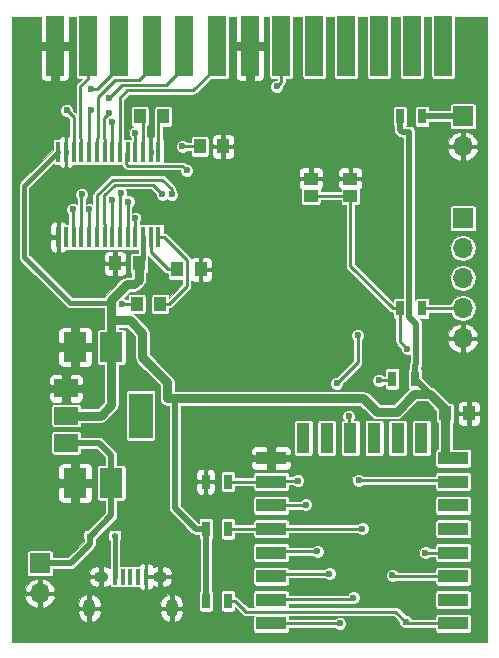
<source format=gbr>
G04 #@! TF.FileFunction,Copper,L1,Top,Signal*
%FSLAX46Y46*%
G04 Gerber Fmt 4.6, Leading zero omitted, Abs format (unit mm)*
G04 Created by KiCad (PCBNEW 4.0.7) date Wednesday, 20 June 2018 'PMt' 21:51:42*
%MOMM*%
%LPD*%
G01*
G04 APERTURE LIST*
%ADD10C,0.100000*%
%ADD11C,0.600000*%
%ADD12R,2.000000X3.800000*%
%ADD13R,2.000000X1.500000*%
%ADD14R,2.500000X1.100000*%
%ADD15R,1.100000X2.500000*%
%ADD16R,0.450000X1.750000*%
%ADD17R,1.000000X1.250000*%
%ADD18R,1.950000X2.500000*%
%ADD19R,0.600000X0.450000*%
%ADD20R,1.524000X5.080000*%
%ADD21R,1.700000X1.700000*%
%ADD22O,1.700000X1.700000*%
%ADD23R,0.400000X1.350000*%
%ADD24O,1.250000X0.950000*%
%ADD25O,1.000000X1.550000*%
%ADD26R,0.700000X1.300000*%
%ADD27R,1.150000X1.050000*%
%ADD28C,0.250000*%
%ADD29C,0.750000*%
%ADD30C,0.400000*%
%ADD31C,0.500000*%
G04 APERTURE END LIST*
D10*
D11*
X168656000Y-114554000D03*
X168402000Y-93218000D03*
X166878000Y-92202000D03*
X164846000Y-94742000D03*
X164846000Y-97282000D03*
X164846000Y-92202000D03*
X164846000Y-89662000D03*
X132080000Y-96774000D03*
X135890000Y-92202000D03*
X137414000Y-101600000D03*
X135382000Y-101600000D03*
X136398000Y-100076000D03*
X132842000Y-94742000D03*
X131064000Y-90424000D03*
X134366000Y-92964000D03*
X140970000Y-116078000D03*
X139700000Y-108966000D03*
X152654000Y-85852000D03*
X150622000Y-87884000D03*
X141478000Y-86106000D03*
X143764000Y-88900000D03*
X144272000Y-86360000D03*
X164338000Y-128270000D03*
X161544000Y-128270000D03*
X160020000Y-130810000D03*
X146050000Y-130810000D03*
X148590000Y-130810000D03*
X166370000Y-109220000D03*
X159004000Y-104140000D03*
X156718000Y-104140000D03*
X156718000Y-101600000D03*
X154432000Y-101600000D03*
X154432000Y-99060000D03*
X160528000Y-99060000D03*
X161798000Y-100330000D03*
X161798000Y-97790000D03*
X160528000Y-96520000D03*
X147828000Y-93980000D03*
X149860000Y-96520000D03*
X151892000Y-99060000D03*
X151892000Y-96520000D03*
X149860000Y-93980000D03*
X149860000Y-91440000D03*
X161798000Y-92710000D03*
X160528000Y-93980000D03*
X160528000Y-91440000D03*
X151892000Y-91440000D03*
X153416000Y-88900000D03*
X155448000Y-88900000D03*
X160528000Y-88900000D03*
X168910000Y-83820000D03*
X168910000Y-81534000D03*
X160528000Y-86360000D03*
X157988000Y-86360000D03*
X155448000Y-86360000D03*
X147320000Y-86360000D03*
X131318000Y-103124000D03*
X133096000Y-86360000D03*
X131064000Y-88900000D03*
X131064000Y-86360000D03*
X131064000Y-83820000D03*
X131064000Y-81280000D03*
X150368000Y-107950000D03*
X147828000Y-107950000D03*
X147574000Y-105156000D03*
X145034000Y-105156000D03*
X145034000Y-107950000D03*
X142240000Y-107950000D03*
X142240000Y-105156000D03*
X145542000Y-115570000D03*
X148844000Y-115570000D03*
X148844000Y-113284000D03*
X145542000Y-113284000D03*
X160020000Y-127000000D03*
X160020000Y-124460000D03*
X134366000Y-121920000D03*
X131318000Y-121920000D03*
X131318000Y-111760000D03*
X131318000Y-106680000D03*
X131318000Y-109220000D03*
X131318000Y-114300000D03*
X131318000Y-116840000D03*
X131318000Y-119380000D03*
X140970000Y-120650000D03*
X140970000Y-118110000D03*
X143510000Y-123190000D03*
D12*
X140609329Y-112702843D03*
D13*
X134309329Y-112702843D03*
X134309329Y-115002843D03*
X134309329Y-110402843D03*
D11*
X161798000Y-95250000D03*
X151892000Y-93980000D03*
X156718000Y-99060000D03*
X157988000Y-88900000D03*
X148336000Y-124968000D03*
X140970000Y-123190000D03*
X133350000Y-104140000D03*
D14*
X167070000Y-130302000D03*
X167070000Y-128302000D03*
X167070000Y-126302000D03*
X167070000Y-124302000D03*
X167070000Y-122302000D03*
X167070000Y-120302000D03*
X167070000Y-118302000D03*
X167070000Y-116302000D03*
X151670000Y-116302000D03*
X151670000Y-118302000D03*
X151670000Y-120302000D03*
X151670000Y-122302000D03*
X151670000Y-124302000D03*
X151670000Y-126302000D03*
X151670000Y-128302000D03*
X151670000Y-130302000D03*
D15*
X164380000Y-114602000D03*
X162380000Y-114602000D03*
X160380000Y-114602000D03*
X158380000Y-114602000D03*
X156380000Y-114602000D03*
X154380000Y-114602000D03*
D16*
X142106000Y-90380000D03*
X141456000Y-90380000D03*
X140806000Y-90380000D03*
X140156000Y-90380000D03*
X139506000Y-90380000D03*
X138856000Y-90380000D03*
X138206000Y-90380000D03*
X137556000Y-90380000D03*
X136906000Y-90380000D03*
X136256000Y-90380000D03*
X135606000Y-90380000D03*
X134956000Y-90380000D03*
X134306000Y-90380000D03*
X133656000Y-90380000D03*
X133656000Y-97580000D03*
X134306000Y-97580000D03*
X134956000Y-97580000D03*
X135606000Y-97580000D03*
X136256000Y-97580000D03*
X136906000Y-97580000D03*
X137556000Y-97580000D03*
X138206000Y-97580000D03*
X138856000Y-97580000D03*
X139506000Y-97580000D03*
X140156000Y-97580000D03*
X140806000Y-97580000D03*
X141456000Y-97580000D03*
X142106000Y-97580000D03*
D17*
X147605500Y-89916000D03*
X145605500Y-89916000D03*
X142525500Y-87376000D03*
X140525500Y-87376000D03*
X142271500Y-103251000D03*
X140271500Y-103251000D03*
X145700500Y-100330000D03*
X143700500Y-100330000D03*
X140462000Y-99822000D03*
X138462000Y-99822000D03*
D18*
X138119329Y-118403843D03*
X135069329Y-118403843D03*
D17*
X166402000Y-112522000D03*
X168402000Y-112522000D03*
D18*
X138121329Y-106910343D03*
X135071329Y-106910343D03*
D19*
X136330000Y-122872500D03*
X138430000Y-122872500D03*
D20*
X133350000Y-81407000D03*
X136144000Y-81407000D03*
X138811000Y-81407000D03*
X141605000Y-81407000D03*
X144272000Y-81407000D03*
X147066000Y-81407000D03*
X149860000Y-81407000D03*
X152527000Y-81407000D03*
X155321000Y-81407000D03*
X157988000Y-81407000D03*
X160782000Y-81407000D03*
X163576000Y-81407000D03*
X166243000Y-81407000D03*
D21*
X167894000Y-96012000D03*
D22*
X167894000Y-98552000D03*
X167894000Y-101092000D03*
X167894000Y-103632000D03*
X167894000Y-106172000D03*
D21*
X167894000Y-87376000D03*
D22*
X167894000Y-89916000D03*
D23*
X138456000Y-126332000D03*
X139106000Y-126332000D03*
X139756000Y-126332000D03*
X140406000Y-126332000D03*
X141056000Y-126332000D03*
D24*
X137256000Y-126332000D03*
X142256000Y-126332000D03*
D25*
X136256000Y-129032000D03*
X143256000Y-129032000D03*
D21*
X132080000Y-125222000D03*
D22*
X132080000Y-127762000D03*
D26*
X163825000Y-109601000D03*
X161925000Y-109601000D03*
X162565000Y-103632000D03*
X164465000Y-103632000D03*
X162565000Y-87376000D03*
X164465000Y-87376000D03*
X146118500Y-118300500D03*
X148018500Y-118300500D03*
X148018500Y-128397000D03*
X146118500Y-128397000D03*
X148018500Y-122301000D03*
X146118500Y-122301000D03*
D27*
X158369000Y-92646500D03*
X155019000Y-92646500D03*
X158369000Y-94096500D03*
X155019000Y-94096500D03*
D11*
X134366000Y-100076000D03*
X140144500Y-88773000D03*
X144145000Y-89916000D03*
X136398000Y-85090000D03*
X134366006Y-86868000D03*
X136398002Y-86868000D03*
X137922000Y-85852000D03*
X138176000Y-87884000D03*
X152146000Y-84836000D03*
X137922000Y-87122000D03*
X157226000Y-109982000D03*
X159004000Y-105918000D03*
X134874000Y-95250000D03*
X157480000Y-130302000D03*
X135636000Y-93980000D03*
X158623000Y-128143000D03*
X160782004Y-109728000D03*
X161925000Y-126238000D03*
X163195000Y-107061000D03*
X163068000Y-130175000D03*
X159385000Y-122301000D03*
X143256000Y-93980000D03*
X159070053Y-118176049D03*
X153924006Y-118237000D03*
X136271000Y-95250000D03*
X140136687Y-96019813D03*
X139038581Y-103288081D03*
X144526000Y-91948000D03*
X164719000Y-124333000D03*
X158242000Y-112776000D03*
X142456001Y-93984583D03*
X156591000Y-126111000D03*
X138176000Y-94488000D03*
X138937998Y-93853000D03*
X155575000Y-124206000D03*
X139563010Y-94615000D03*
X154599000Y-120269000D03*
D28*
X140144500Y-88773000D02*
X140144500Y-90368500D01*
X140144500Y-90368500D02*
X140156000Y-90380000D01*
X145605500Y-89916000D02*
X144145000Y-89916000D01*
X142106000Y-90380000D02*
X142106000Y-87795500D01*
X142106000Y-87795500D02*
X142525500Y-87376000D01*
X140806000Y-90380000D02*
X140806000Y-87656500D01*
X140806000Y-87656500D02*
X140525500Y-87376000D01*
X142106000Y-97580000D02*
X142581000Y-97580000D01*
X143021500Y-103251000D02*
X142271500Y-103251000D01*
X142581000Y-97580000D02*
X144525501Y-99524501D01*
X144525501Y-99524501D02*
X144525501Y-101746999D01*
X144525501Y-101746999D02*
X143021500Y-103251000D01*
X152370000Y-116302000D02*
X151354000Y-116302000D01*
D29*
X142868488Y-111252000D02*
X142868488Y-109873490D01*
X140767333Y-107772335D02*
X140767333Y-105715333D01*
X142868488Y-109873490D02*
X140767333Y-107772335D01*
D30*
X140806000Y-97580000D02*
X140806000Y-99478000D01*
X140806000Y-99478000D02*
X140462000Y-99822000D01*
D29*
X139431660Y-101600000D02*
X140059000Y-101600000D01*
X140059000Y-101600000D02*
X140462000Y-101197000D01*
X140462000Y-101197000D02*
X140462000Y-99822000D01*
X138121329Y-103432671D02*
X138121329Y-102910331D01*
X138121329Y-102910331D02*
X139431660Y-101600000D01*
X138121329Y-104648000D02*
X138121329Y-103432671D01*
X138121329Y-103432671D02*
X138121329Y-103144671D01*
X140462000Y-99822000D02*
X140462000Y-99947000D01*
D30*
X130746500Y-93289500D02*
X133656000Y-90380000D01*
D29*
X138121329Y-104648000D02*
X139700000Y-104648000D01*
X143510000Y-111252000D02*
X142868488Y-111252000D01*
X139700000Y-104648000D02*
X140767333Y-105715333D01*
X138121329Y-104648000D02*
X138121329Y-106910343D01*
X138121329Y-111814671D02*
X137233157Y-112702843D01*
X137233157Y-112702843D02*
X134309329Y-112702843D01*
X138121329Y-109150845D02*
X138121329Y-111814671D01*
X138121329Y-109150845D02*
X138121329Y-106910343D01*
X159479002Y-111252000D02*
X143510000Y-111252000D01*
X165100000Y-110876000D02*
X163792004Y-110876000D01*
X163792004Y-110876000D02*
X162285001Y-112383003D01*
X162285001Y-112383003D02*
X160610005Y-112383003D01*
X160610005Y-112383003D02*
X159479002Y-111252000D01*
D31*
X146118500Y-122301000D02*
X145268500Y-122301000D01*
X145268500Y-122301000D02*
X143510000Y-120542500D01*
X143510000Y-120542500D02*
X143510000Y-111252000D01*
X163365001Y-88689001D02*
X162728001Y-88689001D01*
X162565000Y-88526000D02*
X162565000Y-87376000D01*
X162728001Y-88689001D02*
X162565000Y-88526000D01*
X163825000Y-109601000D02*
X163825000Y-108451000D01*
X163825000Y-108451000D02*
X163945001Y-108330999D01*
X163945001Y-108330999D02*
X163945001Y-104922003D01*
X163945001Y-104922003D02*
X163365001Y-104342003D01*
X163365001Y-104342003D02*
X163365001Y-88689001D01*
X165100000Y-110876000D02*
X163825000Y-109601000D01*
D29*
X166402000Y-112178000D02*
X165100000Y-110876000D01*
D30*
X138121329Y-103144671D02*
X134630657Y-103144671D01*
X130746500Y-99260514D02*
X130746500Y-93289500D01*
X134630657Y-103144671D02*
X130746500Y-99260514D01*
D31*
X166402000Y-112397000D02*
X166402000Y-112522000D01*
X138121329Y-106910343D02*
X138121329Y-106635343D01*
X146118500Y-128397000D02*
X146118500Y-122301000D01*
D29*
X166402000Y-112522000D02*
X166402000Y-116270000D01*
D31*
X166402000Y-116270000D02*
X166370000Y-116302000D01*
X166402000Y-112522000D02*
X166402000Y-112178000D01*
X163825000Y-109301000D02*
X163825000Y-109601000D01*
X134309329Y-112702843D02*
X134569331Y-112702843D01*
X137100843Y-115002843D02*
X138119329Y-116021329D01*
X138119329Y-116021329D02*
X138119329Y-118403843D01*
X134309329Y-115002843D02*
X137100843Y-115002843D01*
X136330000Y-122872500D02*
X136405000Y-122872500D01*
X136405000Y-122872500D02*
X138119329Y-121158171D01*
X138119329Y-121158171D02*
X138119329Y-120153843D01*
X138119329Y-120153843D02*
X138119329Y-118403843D01*
X134309329Y-115002843D02*
X134559329Y-115002843D01*
X137960329Y-118403843D02*
X138119329Y-118403843D01*
X132080000Y-125222000D02*
X134705500Y-125222000D01*
X134705500Y-125222000D02*
X136330000Y-123597500D01*
X136330000Y-123597500D02*
X136330000Y-122872500D01*
X138119329Y-118678843D02*
X138119329Y-118403843D01*
D30*
X138456000Y-126332000D02*
X138456000Y-122898500D01*
D31*
X138456000Y-122898500D02*
X138430000Y-122872500D01*
D28*
X136144000Y-84197000D02*
X135518991Y-84822009D01*
X135518991Y-84822009D02*
X135518991Y-89167991D01*
X135518991Y-89167991D02*
X135606000Y-89255000D01*
X136144000Y-81407000D02*
X136144000Y-84197000D01*
X135606000Y-89255000D02*
X135606000Y-90380000D01*
X136906000Y-85090000D02*
X136398000Y-85090000D01*
X138811000Y-83185000D02*
X136906000Y-85090000D01*
X138811000Y-81407000D02*
X138811000Y-83185000D01*
X134956000Y-87457994D02*
X134366006Y-86868000D01*
X134956000Y-90380000D02*
X134956000Y-87457994D01*
X137023011Y-89137989D02*
X136906000Y-89255000D01*
X136906000Y-89255000D02*
X136906000Y-90380000D01*
X137023011Y-85734989D02*
X137023011Y-89137989D01*
X140517999Y-84272001D02*
X138485999Y-84272001D01*
X141605000Y-81407000D02*
X141605000Y-83185000D01*
X141605000Y-83185000D02*
X140517999Y-84272001D01*
X138485999Y-84272001D02*
X137023011Y-85734989D01*
X141605000Y-82423000D02*
X141605000Y-81407000D01*
X136256000Y-87010002D02*
X136398002Y-86868000D01*
X136256000Y-90380000D02*
X136256000Y-87010002D01*
X139051989Y-84722011D02*
X137922000Y-85852000D01*
X142734989Y-84722011D02*
X139051989Y-84722011D01*
X144272000Y-83185000D02*
X142734989Y-84722011D01*
X144272000Y-81407000D02*
X144272000Y-83185000D01*
X138856000Y-90380000D02*
X138856000Y-85807000D01*
X138856000Y-85807000D02*
X139490979Y-85172021D01*
X139490979Y-85172021D02*
X145078979Y-85172021D01*
X145078979Y-85172021D02*
X147066000Y-83185000D01*
X147066000Y-83185000D02*
X147066000Y-81407000D01*
X138176000Y-87884000D02*
X138176000Y-90350000D01*
X138176000Y-90350000D02*
X138206000Y-90380000D01*
X152527000Y-81407000D02*
X152527000Y-84455000D01*
X152527000Y-84455000D02*
X152146000Y-84836000D01*
X152527000Y-81407000D02*
X152527000Y-83185000D01*
X137556000Y-89255000D02*
X137550998Y-89249998D01*
X137556000Y-90380000D02*
X137556000Y-89255000D01*
X137550998Y-89249998D02*
X137550998Y-87493002D01*
X137550998Y-87493002D02*
X137922000Y-87122000D01*
X137584501Y-90351499D02*
X137556000Y-90380000D01*
X157525999Y-109682001D02*
X157226000Y-109982000D01*
X159004000Y-108204000D02*
X157525999Y-109682001D01*
X159004000Y-105918000D02*
X159004000Y-108204000D01*
X134874000Y-95250000D02*
X134874000Y-97498000D01*
X134874000Y-97498000D02*
X134956000Y-97580000D01*
X152370000Y-130302000D02*
X157480000Y-130302000D01*
X135606000Y-97580000D02*
X135606000Y-94010000D01*
X135606000Y-94010000D02*
X135636000Y-93980000D01*
X152370000Y-128302000D02*
X152402000Y-128270000D01*
X152402000Y-128270000D02*
X158496000Y-128270000D01*
X158496000Y-128270000D02*
X158623000Y-128143000D01*
X164465000Y-103632000D02*
X167894000Y-103632000D01*
X161544000Y-109728000D02*
X161206268Y-109728000D01*
X161671000Y-109855000D02*
X161544000Y-109728000D01*
X161206268Y-109728000D02*
X160782004Y-109728000D01*
X166370000Y-126302000D02*
X161989000Y-126302000D01*
X161989000Y-126302000D02*
X161925000Y-126238000D01*
X149518500Y-129297000D02*
X162190000Y-129297000D01*
X162190000Y-129297000D02*
X163068000Y-130175000D01*
X148018500Y-128397000D02*
X148618500Y-128397000D01*
X148618500Y-128397000D02*
X149518500Y-129297000D01*
X163195000Y-107061000D02*
X162565000Y-106431000D01*
X162565000Y-106431000D02*
X162565000Y-103632000D01*
X166370000Y-130302000D02*
X163195000Y-130302000D01*
X163195000Y-130302000D02*
X163068000Y-130175000D01*
X155019000Y-94096500D02*
X158369000Y-94096500D01*
X158369000Y-94096500D02*
X158369000Y-100036000D01*
X158369000Y-100036000D02*
X161965000Y-103632000D01*
X161965000Y-103632000D02*
X162565000Y-103632000D01*
X162433000Y-103764000D02*
X162565000Y-103632000D01*
X152371000Y-122301000D02*
X159385000Y-122301000D01*
X152370000Y-122302000D02*
X152371000Y-122301000D01*
X152370000Y-122302000D02*
X152369000Y-122301000D01*
X152369000Y-122301000D02*
X148018500Y-122301000D01*
X136906000Y-97580000D02*
X136906000Y-94069588D01*
X142420262Y-92719998D02*
X143256000Y-93555736D01*
X143256000Y-93555736D02*
X143256000Y-93980000D01*
X138255590Y-92719998D02*
X142420262Y-92719998D01*
X136906000Y-94069588D02*
X138255590Y-92719998D01*
X166244049Y-118176049D02*
X159070053Y-118176049D01*
X166370000Y-118302000D02*
X166244049Y-118176049D01*
X152435000Y-118237000D02*
X153924006Y-118237000D01*
X152370000Y-118302000D02*
X152435000Y-118237000D01*
X136271000Y-95250000D02*
X136271000Y-97565000D01*
X136271000Y-97565000D02*
X136256000Y-97580000D01*
X148018500Y-118300500D02*
X148618500Y-118300500D01*
X148618500Y-118300500D02*
X148620000Y-118302000D01*
X148620000Y-118302000D02*
X152370000Y-118302000D01*
X140156000Y-96039126D02*
X140136687Y-96019813D01*
X140156000Y-97580000D02*
X140156000Y-96039126D01*
X140271500Y-103251000D02*
X139075662Y-103251000D01*
X139075662Y-103251000D02*
X139038581Y-103288081D01*
X141456000Y-97580000D02*
X141456000Y-98835500D01*
X141456000Y-98835500D02*
X142950500Y-100330000D01*
X142950500Y-100330000D02*
X143700500Y-100330000D01*
X144526000Y-91948000D02*
X144158001Y-91580001D01*
X144158001Y-91580001D02*
X139581001Y-91580001D01*
X139581001Y-91580001D02*
X139406001Y-91405001D01*
X139406001Y-91405001D02*
X139406001Y-90479999D01*
X139406001Y-90479999D02*
X139506000Y-90380000D01*
X166370000Y-124302000D02*
X164750000Y-124302000D01*
X164750000Y-124302000D02*
X164719000Y-124333000D01*
X164592000Y-87503000D02*
X164465000Y-87376000D01*
D31*
X164465000Y-87376000D02*
X167894000Y-87376000D01*
D28*
X158242000Y-113200264D02*
X158242000Y-112776000D01*
X158242000Y-115164000D02*
X158242000Y-113200264D01*
X158380000Y-115302000D02*
X158242000Y-115164000D01*
X141643419Y-93172001D02*
X142456001Y-93984583D01*
X138439997Y-93172001D02*
X141643419Y-93172001D01*
X137550999Y-94060999D02*
X138439997Y-93172001D01*
X137550999Y-96449999D02*
X137550999Y-94060999D01*
X137556000Y-96455000D02*
X137550999Y-96449999D01*
X137556000Y-97580000D02*
X137556000Y-96455000D01*
X158380000Y-115302000D02*
X158380000Y-113549000D01*
X152561000Y-126111000D02*
X156591000Y-126111000D01*
X152370000Y-126302000D02*
X152561000Y-126111000D01*
X138176000Y-94488000D02*
X138176000Y-97550000D01*
X138176000Y-97550000D02*
X138206000Y-97580000D01*
X152306000Y-126238000D02*
X152370000Y-126302000D01*
X138856000Y-97580000D02*
X138856000Y-93934998D01*
X138856000Y-93934998D02*
X138937998Y-93853000D01*
X152466000Y-124206000D02*
X155575000Y-124206000D01*
X152370000Y-124302000D02*
X152466000Y-124206000D01*
X139506000Y-94672010D02*
X139563010Y-94615000D01*
X139506000Y-97580000D02*
X139506000Y-94672010D01*
X152370000Y-120302000D02*
X154566000Y-120302000D01*
X154566000Y-120302000D02*
X154599000Y-120269000D01*
D10*
G36*
X132138000Y-80969500D02*
X132250500Y-81082000D01*
X133025000Y-81082000D01*
X133025000Y-81062000D01*
X133675000Y-81062000D01*
X133675000Y-81082000D01*
X134449500Y-81082000D01*
X134562000Y-80969500D01*
X134562000Y-78965000D01*
X135127103Y-78965000D01*
X135127103Y-83947000D01*
X135144535Y-84039644D01*
X135199288Y-84124732D01*
X135282831Y-84181815D01*
X135382000Y-84201897D01*
X135608773Y-84201897D01*
X135253826Y-84556844D01*
X135172536Y-84678502D01*
X135172536Y-84678503D01*
X135143991Y-84822009D01*
X135143991Y-87115655D01*
X134915989Y-86887653D01*
X134916101Y-86759078D01*
X134832545Y-86556857D01*
X134677963Y-86402005D01*
X134475888Y-86318096D01*
X134257084Y-86317905D01*
X134054863Y-86401461D01*
X133900011Y-86556043D01*
X133816102Y-86758118D01*
X133815911Y-86976922D01*
X133899467Y-87179143D01*
X134054049Y-87333995D01*
X134256124Y-87417904D01*
X134385693Y-87418017D01*
X134581000Y-87613324D01*
X134581000Y-89055000D01*
X134531000Y-89055000D01*
X134418500Y-89167500D01*
X134418500Y-90230000D01*
X134476000Y-90230000D01*
X134476000Y-90530000D01*
X134418500Y-90530000D01*
X134418500Y-91592500D01*
X134531000Y-91705000D01*
X134620510Y-91705000D01*
X134785904Y-91636492D01*
X134912491Y-91509905D01*
X134912494Y-91509897D01*
X135181000Y-91509897D01*
X135273644Y-91492465D01*
X135279858Y-91488467D01*
X135281831Y-91489815D01*
X135381000Y-91509897D01*
X135831000Y-91509897D01*
X135923644Y-91492465D01*
X135929858Y-91488467D01*
X135931831Y-91489815D01*
X136031000Y-91509897D01*
X136481000Y-91509897D01*
X136573644Y-91492465D01*
X136579858Y-91488467D01*
X136581831Y-91489815D01*
X136681000Y-91509897D01*
X137131000Y-91509897D01*
X137223644Y-91492465D01*
X137229858Y-91488467D01*
X137231831Y-91489815D01*
X137331000Y-91509897D01*
X137781000Y-91509897D01*
X137873644Y-91492465D01*
X137879858Y-91488467D01*
X137881831Y-91489815D01*
X137981000Y-91509897D01*
X138431000Y-91509897D01*
X138523644Y-91492465D01*
X138529858Y-91488467D01*
X138531831Y-91489815D01*
X138631000Y-91509897D01*
X139051866Y-91509897D01*
X139059546Y-91548508D01*
X139140836Y-91670166D01*
X139315836Y-91845166D01*
X139437495Y-91926456D01*
X139581001Y-91955001D01*
X143975994Y-91955001D01*
X143975905Y-92056922D01*
X144059461Y-92259143D01*
X144214043Y-92413995D01*
X144416118Y-92497904D01*
X144634922Y-92498095D01*
X144837143Y-92414539D01*
X144991995Y-92259957D01*
X145075904Y-92057882D01*
X145075926Y-92031990D01*
X153994000Y-92031990D01*
X153994000Y-92384000D01*
X154106500Y-92496500D01*
X154869000Y-92496500D01*
X154869000Y-91784000D01*
X155169000Y-91784000D01*
X155169000Y-92496500D01*
X155931500Y-92496500D01*
X156044000Y-92384000D01*
X156044000Y-92031990D01*
X157344000Y-92031990D01*
X157344000Y-92384000D01*
X157456500Y-92496500D01*
X158219000Y-92496500D01*
X158219000Y-91784000D01*
X158519000Y-91784000D01*
X158519000Y-92496500D01*
X159281500Y-92496500D01*
X159394000Y-92384000D01*
X159394000Y-92031990D01*
X159325492Y-91866596D01*
X159198905Y-91740009D01*
X159033511Y-91671500D01*
X158631500Y-91671500D01*
X158519000Y-91784000D01*
X158219000Y-91784000D01*
X158106500Y-91671500D01*
X157704489Y-91671500D01*
X157539095Y-91740009D01*
X157412508Y-91866596D01*
X157344000Y-92031990D01*
X156044000Y-92031990D01*
X155975492Y-91866596D01*
X155848905Y-91740009D01*
X155683511Y-91671500D01*
X155281500Y-91671500D01*
X155169000Y-91784000D01*
X154869000Y-91784000D01*
X154756500Y-91671500D01*
X154354489Y-91671500D01*
X154189095Y-91740009D01*
X154062508Y-91866596D01*
X153994000Y-92031990D01*
X145075926Y-92031990D01*
X145076095Y-91839078D01*
X144992539Y-91636857D01*
X144837957Y-91482005D01*
X144635882Y-91398096D01*
X144506313Y-91397983D01*
X144423166Y-91314836D01*
X144301508Y-91233546D01*
X144158001Y-91205001D01*
X142585897Y-91205001D01*
X142585897Y-90024922D01*
X143594905Y-90024922D01*
X143678461Y-90227143D01*
X143833043Y-90381995D01*
X144035118Y-90465904D01*
X144253922Y-90466095D01*
X144456143Y-90382539D01*
X144547842Y-90291000D01*
X144850603Y-90291000D01*
X144850603Y-90541000D01*
X144868035Y-90633644D01*
X144922788Y-90718732D01*
X145006331Y-90775815D01*
X145105500Y-90795897D01*
X146105500Y-90795897D01*
X146198144Y-90778465D01*
X146283232Y-90723712D01*
X146340315Y-90640169D01*
X146360397Y-90541000D01*
X146360397Y-90178500D01*
X146655500Y-90178500D01*
X146655500Y-90630510D01*
X146724008Y-90795904D01*
X146850595Y-90922491D01*
X147015989Y-90991000D01*
X147343000Y-90991000D01*
X147455500Y-90878500D01*
X147455500Y-90066000D01*
X147755500Y-90066000D01*
X147755500Y-90878500D01*
X147868000Y-90991000D01*
X148195011Y-90991000D01*
X148360405Y-90922491D01*
X148486992Y-90795904D01*
X148555500Y-90630510D01*
X148555500Y-90178500D01*
X148443000Y-90066000D01*
X147755500Y-90066000D01*
X147455500Y-90066000D01*
X146768000Y-90066000D01*
X146655500Y-90178500D01*
X146360397Y-90178500D01*
X146360397Y-89291000D01*
X146343555Y-89201490D01*
X146655500Y-89201490D01*
X146655500Y-89653500D01*
X146768000Y-89766000D01*
X147455500Y-89766000D01*
X147455500Y-88953500D01*
X147755500Y-88953500D01*
X147755500Y-89766000D01*
X148443000Y-89766000D01*
X148555500Y-89653500D01*
X148555500Y-89201490D01*
X148486992Y-89036096D01*
X148360405Y-88909509D01*
X148195011Y-88841000D01*
X147868000Y-88841000D01*
X147755500Y-88953500D01*
X147455500Y-88953500D01*
X147343000Y-88841000D01*
X147015989Y-88841000D01*
X146850595Y-88909509D01*
X146724008Y-89036096D01*
X146655500Y-89201490D01*
X146343555Y-89201490D01*
X146342965Y-89198356D01*
X146288212Y-89113268D01*
X146204669Y-89056185D01*
X146105500Y-89036103D01*
X145105500Y-89036103D01*
X145012856Y-89053535D01*
X144927768Y-89108288D01*
X144870685Y-89191831D01*
X144850603Y-89291000D01*
X144850603Y-89541000D01*
X144547793Y-89541000D01*
X144456957Y-89450005D01*
X144254882Y-89366096D01*
X144036078Y-89365905D01*
X143833857Y-89449461D01*
X143679005Y-89604043D01*
X143595096Y-89806118D01*
X143594905Y-90024922D01*
X142585897Y-90024922D01*
X142585897Y-89505000D01*
X142568465Y-89412356D01*
X142513712Y-89327268D01*
X142481000Y-89304917D01*
X142481000Y-88255897D01*
X143025500Y-88255897D01*
X143118144Y-88238465D01*
X143203232Y-88183712D01*
X143260315Y-88100169D01*
X143280397Y-88001000D01*
X143280397Y-86751000D01*
X143262965Y-86658356D01*
X143208212Y-86573268D01*
X143124669Y-86516185D01*
X143025500Y-86496103D01*
X142025500Y-86496103D01*
X141932856Y-86513535D01*
X141847768Y-86568288D01*
X141790685Y-86651831D01*
X141770603Y-86751000D01*
X141770603Y-87635444D01*
X141759545Y-87651993D01*
X141755547Y-87672095D01*
X141731000Y-87795500D01*
X141731000Y-89055000D01*
X141681000Y-89055000D01*
X141568500Y-89167500D01*
X141568500Y-90230000D01*
X141626000Y-90230000D01*
X141626000Y-90530000D01*
X141568500Y-90530000D01*
X141568500Y-90550000D01*
X141343500Y-90550000D01*
X141343500Y-90530000D01*
X141286000Y-90530000D01*
X141286000Y-90230000D01*
X141343500Y-90230000D01*
X141343500Y-89167500D01*
X141231000Y-89055000D01*
X141181000Y-89055000D01*
X141181000Y-88198018D01*
X141203232Y-88183712D01*
X141260315Y-88100169D01*
X141280397Y-88001000D01*
X141280397Y-86751000D01*
X141262965Y-86658356D01*
X141208212Y-86573268D01*
X141124669Y-86516185D01*
X141025500Y-86496103D01*
X140025500Y-86496103D01*
X139932856Y-86513535D01*
X139847768Y-86568288D01*
X139790685Y-86651831D01*
X139770603Y-86751000D01*
X139770603Y-88001000D01*
X139788035Y-88093644D01*
X139842788Y-88178732D01*
X139926331Y-88235815D01*
X139978678Y-88246415D01*
X139833357Y-88306461D01*
X139678505Y-88461043D01*
X139594596Y-88663118D01*
X139594405Y-88881922D01*
X139677961Y-89084143D01*
X139769500Y-89175842D01*
X139769500Y-89257899D01*
X139731000Y-89250103D01*
X139281000Y-89250103D01*
X139231000Y-89259511D01*
X139231000Y-85962330D01*
X139646309Y-85547021D01*
X145078979Y-85547021D01*
X145222486Y-85518476D01*
X145344144Y-85437186D01*
X146579433Y-84201897D01*
X147828000Y-84201897D01*
X147920644Y-84184465D01*
X148005732Y-84129712D01*
X148062815Y-84046169D01*
X148082897Y-83947000D01*
X148082897Y-81844500D01*
X148648000Y-81844500D01*
X148648000Y-84036511D01*
X148716509Y-84201905D01*
X148843096Y-84328492D01*
X149008490Y-84397000D01*
X149422500Y-84397000D01*
X149535000Y-84284500D01*
X149535000Y-81732000D01*
X150185000Y-81732000D01*
X150185000Y-84284500D01*
X150297500Y-84397000D01*
X150711510Y-84397000D01*
X150876904Y-84328492D01*
X151003491Y-84201905D01*
X151072000Y-84036511D01*
X151072000Y-81844500D01*
X150959500Y-81732000D01*
X150185000Y-81732000D01*
X149535000Y-81732000D01*
X148760500Y-81732000D01*
X148648000Y-81844500D01*
X148082897Y-81844500D01*
X148082897Y-78965000D01*
X148648000Y-78965000D01*
X148648000Y-80969500D01*
X148760500Y-81082000D01*
X149535000Y-81082000D01*
X149535000Y-81062000D01*
X150185000Y-81062000D01*
X150185000Y-81082000D01*
X150959500Y-81082000D01*
X151072000Y-80969500D01*
X151072000Y-78965000D01*
X151510103Y-78965000D01*
X151510103Y-83947000D01*
X151527535Y-84039644D01*
X151582288Y-84124732D01*
X151665831Y-84181815D01*
X151765000Y-84201897D01*
X152152000Y-84201897D01*
X152152000Y-84286005D01*
X152037078Y-84285905D01*
X151834857Y-84369461D01*
X151680005Y-84524043D01*
X151596096Y-84726118D01*
X151595905Y-84944922D01*
X151679461Y-85147143D01*
X151834043Y-85301995D01*
X152036118Y-85385904D01*
X152254922Y-85386095D01*
X152457143Y-85302539D01*
X152611995Y-85147957D01*
X152695904Y-84945882D01*
X152696017Y-84816313D01*
X152792165Y-84720165D01*
X152820003Y-84678502D01*
X152873455Y-84598506D01*
X152902000Y-84455000D01*
X152902000Y-84201897D01*
X153289000Y-84201897D01*
X153381644Y-84184465D01*
X153466732Y-84129712D01*
X153523815Y-84046169D01*
X153543897Y-83947000D01*
X153543897Y-78965000D01*
X154304103Y-78965000D01*
X154304103Y-83947000D01*
X154321535Y-84039644D01*
X154376288Y-84124732D01*
X154459831Y-84181815D01*
X154559000Y-84201897D01*
X156083000Y-84201897D01*
X156175644Y-84184465D01*
X156260732Y-84129712D01*
X156317815Y-84046169D01*
X156337897Y-83947000D01*
X156337897Y-78965000D01*
X156971103Y-78965000D01*
X156971103Y-83947000D01*
X156988535Y-84039644D01*
X157043288Y-84124732D01*
X157126831Y-84181815D01*
X157226000Y-84201897D01*
X158750000Y-84201897D01*
X158842644Y-84184465D01*
X158927732Y-84129712D01*
X158984815Y-84046169D01*
X159004897Y-83947000D01*
X159004897Y-78965000D01*
X159765103Y-78965000D01*
X159765103Y-83947000D01*
X159782535Y-84039644D01*
X159837288Y-84124732D01*
X159920831Y-84181815D01*
X160020000Y-84201897D01*
X161544000Y-84201897D01*
X161636644Y-84184465D01*
X161721732Y-84129712D01*
X161778815Y-84046169D01*
X161798897Y-83947000D01*
X161798897Y-78965000D01*
X162559103Y-78965000D01*
X162559103Y-83947000D01*
X162576535Y-84039644D01*
X162631288Y-84124732D01*
X162714831Y-84181815D01*
X162814000Y-84201897D01*
X164338000Y-84201897D01*
X164430644Y-84184465D01*
X164515732Y-84129712D01*
X164572815Y-84046169D01*
X164592897Y-83947000D01*
X164592897Y-78965000D01*
X165226103Y-78965000D01*
X165226103Y-83947000D01*
X165243535Y-84039644D01*
X165298288Y-84124732D01*
X165381831Y-84181815D01*
X165481000Y-84201897D01*
X167005000Y-84201897D01*
X167097644Y-84184465D01*
X167182732Y-84129712D01*
X167239815Y-84046169D01*
X167259897Y-83947000D01*
X167259897Y-78965000D01*
X169955000Y-78965000D01*
X169955000Y-131855000D01*
X129765000Y-131855000D01*
X129765000Y-129333685D01*
X135288459Y-129333685D01*
X135372321Y-129701916D01*
X135590715Y-130010024D01*
X135961098Y-130210068D01*
X136106000Y-130130958D01*
X136106000Y-129182000D01*
X136406000Y-129182000D01*
X136406000Y-130130958D01*
X136550902Y-130210068D01*
X136921285Y-130010024D01*
X137139679Y-129701916D01*
X137223541Y-129333685D01*
X142288459Y-129333685D01*
X142372321Y-129701916D01*
X142590715Y-130010024D01*
X142961098Y-130210068D01*
X143106000Y-130130958D01*
X143106000Y-129182000D01*
X143406000Y-129182000D01*
X143406000Y-130130958D01*
X143550902Y-130210068D01*
X143921285Y-130010024D01*
X144139679Y-129701916D01*
X144223541Y-129333685D01*
X144103303Y-129182000D01*
X143406000Y-129182000D01*
X143106000Y-129182000D01*
X142408697Y-129182000D01*
X142288459Y-129333685D01*
X137223541Y-129333685D01*
X137103303Y-129182000D01*
X136406000Y-129182000D01*
X136106000Y-129182000D01*
X135408697Y-129182000D01*
X135288459Y-129333685D01*
X129765000Y-129333685D01*
X129765000Y-128112160D01*
X130828046Y-128112160D01*
X130947124Y-128399672D01*
X131277386Y-128784665D01*
X131729838Y-129013966D01*
X131930000Y-128940830D01*
X131930000Y-127912000D01*
X132230000Y-127912000D01*
X132230000Y-128940830D01*
X132430162Y-129013966D01*
X132882614Y-128784665D01*
X132929237Y-128730315D01*
X135288459Y-128730315D01*
X135408697Y-128882000D01*
X136106000Y-128882000D01*
X136106000Y-127933042D01*
X136406000Y-127933042D01*
X136406000Y-128882000D01*
X137103303Y-128882000D01*
X137223541Y-128730315D01*
X142288459Y-128730315D01*
X142408697Y-128882000D01*
X143106000Y-128882000D01*
X143106000Y-127933042D01*
X143406000Y-127933042D01*
X143406000Y-128882000D01*
X144103303Y-128882000D01*
X144223541Y-128730315D01*
X144139679Y-128362084D01*
X143921285Y-128053976D01*
X143550902Y-127853932D01*
X143406000Y-127933042D01*
X143106000Y-127933042D01*
X142961098Y-127853932D01*
X142590715Y-128053976D01*
X142372321Y-128362084D01*
X142288459Y-128730315D01*
X137223541Y-128730315D01*
X137139679Y-128362084D01*
X136921285Y-128053976D01*
X136550902Y-127853932D01*
X136406000Y-127933042D01*
X136106000Y-127933042D01*
X135961098Y-127853932D01*
X135590715Y-128053976D01*
X135372321Y-128362084D01*
X135288459Y-128730315D01*
X132929237Y-128730315D01*
X133212876Y-128399672D01*
X133331954Y-128112160D01*
X133257988Y-127912000D01*
X132230000Y-127912000D01*
X131930000Y-127912000D01*
X130902012Y-127912000D01*
X130828046Y-128112160D01*
X129765000Y-128112160D01*
X129765000Y-127411840D01*
X130828046Y-127411840D01*
X130902012Y-127612000D01*
X131930000Y-127612000D01*
X131930000Y-126583170D01*
X132230000Y-126583170D01*
X132230000Y-127612000D01*
X133257988Y-127612000D01*
X133331954Y-127411840D01*
X133212876Y-127124328D01*
X132882614Y-126739335D01*
X132652946Y-126622940D01*
X136227946Y-126622940D01*
X136357659Y-126875701D01*
X136622689Y-127120692D01*
X136961298Y-127245612D01*
X137106000Y-127144500D01*
X137106000Y-126482000D01*
X136307466Y-126482000D01*
X136227946Y-126622940D01*
X132652946Y-126622940D01*
X132430162Y-126510034D01*
X132230000Y-126583170D01*
X131930000Y-126583170D01*
X131729838Y-126510034D01*
X131277386Y-126739335D01*
X130947124Y-127124328D01*
X130828046Y-127411840D01*
X129765000Y-127411840D01*
X129765000Y-124372000D01*
X130975103Y-124372000D01*
X130975103Y-126072000D01*
X130992535Y-126164644D01*
X131047288Y-126249732D01*
X131130831Y-126306815D01*
X131230000Y-126326897D01*
X132930000Y-126326897D01*
X133022644Y-126309465D01*
X133107732Y-126254712D01*
X133164815Y-126171169D01*
X133184897Y-126072000D01*
X133184897Y-126041060D01*
X136227946Y-126041060D01*
X136307466Y-126182000D01*
X137106000Y-126182000D01*
X137106000Y-125519500D01*
X137406000Y-125519500D01*
X137406000Y-126182000D01*
X137426000Y-126182000D01*
X137426000Y-126482000D01*
X137406000Y-126482000D01*
X137406000Y-127144500D01*
X137550702Y-127245612D01*
X137889311Y-127120692D01*
X138002762Y-127015819D01*
X138018535Y-127099644D01*
X138073288Y-127184732D01*
X138156831Y-127241815D01*
X138256000Y-127261897D01*
X138656000Y-127261897D01*
X138748644Y-127244465D01*
X138780607Y-127223897D01*
X138806831Y-127241815D01*
X138906000Y-127261897D01*
X139306000Y-127261897D01*
X139398644Y-127244465D01*
X139430607Y-127223897D01*
X139456831Y-127241815D01*
X139556000Y-127261897D01*
X139956000Y-127261897D01*
X140048644Y-127244465D01*
X140080607Y-127223897D01*
X140106831Y-127241815D01*
X140206000Y-127261897D01*
X140474506Y-127261897D01*
X140474509Y-127261905D01*
X140601096Y-127388492D01*
X140766490Y-127457000D01*
X140843500Y-127457000D01*
X140956000Y-127344500D01*
X140956000Y-126482000D01*
X141156000Y-126482000D01*
X141156000Y-127344500D01*
X141268500Y-127457000D01*
X141345510Y-127457000D01*
X141510904Y-127388492D01*
X141637491Y-127261905D01*
X141686268Y-127144148D01*
X141961298Y-127245612D01*
X142106000Y-127144500D01*
X142106000Y-126482000D01*
X142406000Y-126482000D01*
X142406000Y-127144500D01*
X142550702Y-127245612D01*
X142889311Y-127120692D01*
X143154341Y-126875701D01*
X143284054Y-126622940D01*
X143204534Y-126482000D01*
X142406000Y-126482000D01*
X142106000Y-126482000D01*
X141156000Y-126482000D01*
X140956000Y-126482000D01*
X140886000Y-126482000D01*
X140886000Y-126182000D01*
X140956000Y-126182000D01*
X140956000Y-125319500D01*
X141156000Y-125319500D01*
X141156000Y-126182000D01*
X142106000Y-126182000D01*
X142106000Y-125519500D01*
X142406000Y-125519500D01*
X142406000Y-126182000D01*
X143204534Y-126182000D01*
X143284054Y-126041060D01*
X143154341Y-125788299D01*
X142889311Y-125543308D01*
X142550702Y-125418388D01*
X142406000Y-125519500D01*
X142106000Y-125519500D01*
X141961298Y-125418388D01*
X141686268Y-125519852D01*
X141637491Y-125402095D01*
X141510904Y-125275508D01*
X141345510Y-125207000D01*
X141268500Y-125207000D01*
X141156000Y-125319500D01*
X140956000Y-125319500D01*
X140843500Y-125207000D01*
X140766490Y-125207000D01*
X140601096Y-125275508D01*
X140474509Y-125402095D01*
X140474506Y-125402103D01*
X140206000Y-125402103D01*
X140113356Y-125419535D01*
X140081393Y-125440103D01*
X140055169Y-125422185D01*
X139956000Y-125402103D01*
X139556000Y-125402103D01*
X139463356Y-125419535D01*
X139431393Y-125440103D01*
X139405169Y-125422185D01*
X139306000Y-125402103D01*
X138906000Y-125402103D01*
X138906000Y-123281327D01*
X138907732Y-123280212D01*
X138964815Y-123196669D01*
X138984897Y-123097500D01*
X138984897Y-122647500D01*
X138967465Y-122554856D01*
X138912712Y-122469768D01*
X138829169Y-122412685D01*
X138730000Y-122392603D01*
X138531063Y-122392603D01*
X138430000Y-122372501D01*
X138328937Y-122392603D01*
X138130000Y-122392603D01*
X138037356Y-122410035D01*
X137952268Y-122464788D01*
X137895185Y-122548331D01*
X137875103Y-122647500D01*
X137875103Y-123097500D01*
X137892535Y-123190144D01*
X137947288Y-123275232D01*
X138006000Y-123315349D01*
X138006000Y-125632818D01*
X138002869Y-125648280D01*
X137889311Y-125543308D01*
X137550702Y-125418388D01*
X137406000Y-125519500D01*
X137106000Y-125519500D01*
X136961298Y-125418388D01*
X136622689Y-125543308D01*
X136357659Y-125788299D01*
X136227946Y-126041060D01*
X133184897Y-126041060D01*
X133184897Y-125722000D01*
X134705500Y-125722000D01*
X134896842Y-125683940D01*
X135059053Y-125575553D01*
X136683553Y-123951053D01*
X136791940Y-123788842D01*
X136801762Y-123739461D01*
X136830000Y-123597500D01*
X136830000Y-123247622D01*
X136864815Y-123196669D01*
X136884336Y-123100270D01*
X138472882Y-121511725D01*
X138581269Y-121349513D01*
X138619329Y-121158171D01*
X138619329Y-119908740D01*
X139094329Y-119908740D01*
X139186973Y-119891308D01*
X139272061Y-119836555D01*
X139329144Y-119753012D01*
X139349226Y-119653843D01*
X139349226Y-117153843D01*
X139331794Y-117061199D01*
X139277041Y-116976111D01*
X139193498Y-116919028D01*
X139094329Y-116898946D01*
X138619329Y-116898946D01*
X138619329Y-116021329D01*
X138581269Y-115829987D01*
X138529159Y-115752000D01*
X138472883Y-115667776D01*
X137454396Y-114649290D01*
X137292185Y-114540903D01*
X137100843Y-114502843D01*
X135564226Y-114502843D01*
X135564226Y-114252843D01*
X135546794Y-114160199D01*
X135492041Y-114075111D01*
X135408498Y-114018028D01*
X135309329Y-113997946D01*
X133309329Y-113997946D01*
X133216685Y-114015378D01*
X133131597Y-114070131D01*
X133074514Y-114153674D01*
X133054432Y-114252843D01*
X133054432Y-115752843D01*
X133071864Y-115845487D01*
X133126617Y-115930575D01*
X133210160Y-115987658D01*
X133309329Y-116007740D01*
X135309329Y-116007740D01*
X135401973Y-115990308D01*
X135487061Y-115935555D01*
X135544144Y-115852012D01*
X135564226Y-115752843D01*
X135564226Y-115502843D01*
X136893737Y-115502843D01*
X137619329Y-116228436D01*
X137619329Y-116898946D01*
X137144329Y-116898946D01*
X137051685Y-116916378D01*
X136966597Y-116971131D01*
X136909514Y-117054674D01*
X136889432Y-117153843D01*
X136889432Y-119653843D01*
X136906864Y-119746487D01*
X136961617Y-119831575D01*
X137045160Y-119888658D01*
X137144329Y-119908740D01*
X137619329Y-119908740D01*
X137619329Y-120951064D01*
X136177791Y-122392603D01*
X136030000Y-122392603D01*
X135937356Y-122410035D01*
X135852268Y-122464788D01*
X135795185Y-122548331D01*
X135775103Y-122647500D01*
X135775103Y-123097500D01*
X135792535Y-123190144D01*
X135830000Y-123248366D01*
X135830000Y-123390394D01*
X134498394Y-124722000D01*
X133184897Y-124722000D01*
X133184897Y-124372000D01*
X133167465Y-124279356D01*
X133112712Y-124194268D01*
X133029169Y-124137185D01*
X132930000Y-124117103D01*
X131230000Y-124117103D01*
X131137356Y-124134535D01*
X131052268Y-124189288D01*
X130995185Y-124272831D01*
X130975103Y-124372000D01*
X129765000Y-124372000D01*
X129765000Y-118841343D01*
X133644329Y-118841343D01*
X133644329Y-119743353D01*
X133712837Y-119908747D01*
X133839424Y-120035334D01*
X134004818Y-120103843D01*
X134631829Y-120103843D01*
X134744329Y-119991343D01*
X134744329Y-118728843D01*
X135394329Y-118728843D01*
X135394329Y-119991343D01*
X135506829Y-120103843D01*
X136133840Y-120103843D01*
X136299234Y-120035334D01*
X136425821Y-119908747D01*
X136494329Y-119743353D01*
X136494329Y-118841343D01*
X136381829Y-118728843D01*
X135394329Y-118728843D01*
X134744329Y-118728843D01*
X133756829Y-118728843D01*
X133644329Y-118841343D01*
X129765000Y-118841343D01*
X129765000Y-117064333D01*
X133644329Y-117064333D01*
X133644329Y-117966343D01*
X133756829Y-118078843D01*
X134744329Y-118078843D01*
X134744329Y-116816343D01*
X135394329Y-116816343D01*
X135394329Y-118078843D01*
X136381829Y-118078843D01*
X136494329Y-117966343D01*
X136494329Y-117064333D01*
X136425821Y-116898939D01*
X136299234Y-116772352D01*
X136133840Y-116703843D01*
X135506829Y-116703843D01*
X135394329Y-116816343D01*
X134744329Y-116816343D01*
X134631829Y-116703843D01*
X134004818Y-116703843D01*
X133839424Y-116772352D01*
X133712837Y-116898939D01*
X133644329Y-117064333D01*
X129765000Y-117064333D01*
X129765000Y-110840343D01*
X132859329Y-110840343D01*
X132859329Y-111242353D01*
X132927837Y-111407747D01*
X133054424Y-111534334D01*
X133219818Y-111602843D01*
X133871829Y-111602843D01*
X133984329Y-111490343D01*
X133984329Y-110727843D01*
X134634329Y-110727843D01*
X134634329Y-111490343D01*
X134746829Y-111602843D01*
X135398840Y-111602843D01*
X135564234Y-111534334D01*
X135690821Y-111407747D01*
X135759329Y-111242353D01*
X135759329Y-110840343D01*
X135646829Y-110727843D01*
X134634329Y-110727843D01*
X133984329Y-110727843D01*
X132971829Y-110727843D01*
X132859329Y-110840343D01*
X129765000Y-110840343D01*
X129765000Y-109563333D01*
X132859329Y-109563333D01*
X132859329Y-109965343D01*
X132971829Y-110077843D01*
X133984329Y-110077843D01*
X133984329Y-109315343D01*
X134634329Y-109315343D01*
X134634329Y-110077843D01*
X135646829Y-110077843D01*
X135759329Y-109965343D01*
X135759329Y-109563333D01*
X135690821Y-109397939D01*
X135564234Y-109271352D01*
X135398840Y-109202843D01*
X134746829Y-109202843D01*
X134634329Y-109315343D01*
X133984329Y-109315343D01*
X133871829Y-109202843D01*
X133219818Y-109202843D01*
X133054424Y-109271352D01*
X132927837Y-109397939D01*
X132859329Y-109563333D01*
X129765000Y-109563333D01*
X129765000Y-107347843D01*
X133646329Y-107347843D01*
X133646329Y-108249853D01*
X133714837Y-108415247D01*
X133841424Y-108541834D01*
X134006818Y-108610343D01*
X134633829Y-108610343D01*
X134746329Y-108497843D01*
X134746329Y-107235343D01*
X135396329Y-107235343D01*
X135396329Y-108497843D01*
X135508829Y-108610343D01*
X136135840Y-108610343D01*
X136301234Y-108541834D01*
X136427821Y-108415247D01*
X136496329Y-108249853D01*
X136496329Y-107347843D01*
X136383829Y-107235343D01*
X135396329Y-107235343D01*
X134746329Y-107235343D01*
X133758829Y-107235343D01*
X133646329Y-107347843D01*
X129765000Y-107347843D01*
X129765000Y-105570833D01*
X133646329Y-105570833D01*
X133646329Y-106472843D01*
X133758829Y-106585343D01*
X134746329Y-106585343D01*
X134746329Y-105322843D01*
X135396329Y-105322843D01*
X135396329Y-106585343D01*
X136383829Y-106585343D01*
X136496329Y-106472843D01*
X136496329Y-105570833D01*
X136427821Y-105405439D01*
X136301234Y-105278852D01*
X136135840Y-105210343D01*
X135508829Y-105210343D01*
X135396329Y-105322843D01*
X134746329Y-105322843D01*
X134633829Y-105210343D01*
X134006818Y-105210343D01*
X133841424Y-105278852D01*
X133714837Y-105405439D01*
X133646329Y-105570833D01*
X129765000Y-105570833D01*
X129765000Y-93289500D01*
X130296500Y-93289500D01*
X130296500Y-99260514D01*
X130330754Y-99432722D01*
X130392079Y-99524501D01*
X130428302Y-99578712D01*
X134312459Y-103462869D01*
X134458450Y-103560418D01*
X134630657Y-103594671D01*
X137496329Y-103594671D01*
X137496329Y-105405446D01*
X137146329Y-105405446D01*
X137053685Y-105422878D01*
X136968597Y-105477631D01*
X136911514Y-105561174D01*
X136891432Y-105660343D01*
X136891432Y-108160343D01*
X136908864Y-108252987D01*
X136963617Y-108338075D01*
X137047160Y-108395158D01*
X137146329Y-108415240D01*
X137496329Y-108415240D01*
X137496329Y-111555787D01*
X136974273Y-112077843D01*
X135564226Y-112077843D01*
X135564226Y-111952843D01*
X135546794Y-111860199D01*
X135492041Y-111775111D01*
X135408498Y-111718028D01*
X135309329Y-111697946D01*
X133309329Y-111697946D01*
X133216685Y-111715378D01*
X133131597Y-111770131D01*
X133074514Y-111853674D01*
X133054432Y-111952843D01*
X133054432Y-113452843D01*
X133071864Y-113545487D01*
X133126617Y-113630575D01*
X133210160Y-113687658D01*
X133309329Y-113707740D01*
X135309329Y-113707740D01*
X135401973Y-113690308D01*
X135487061Y-113635555D01*
X135544144Y-113552012D01*
X135564226Y-113452843D01*
X135564226Y-113327843D01*
X137233157Y-113327843D01*
X137472334Y-113280268D01*
X137675099Y-113144785D01*
X138563271Y-112256613D01*
X138698754Y-112053848D01*
X138746329Y-111814671D01*
X138746329Y-110802843D01*
X139354432Y-110802843D01*
X139354432Y-114602843D01*
X139371864Y-114695487D01*
X139426617Y-114780575D01*
X139510160Y-114837658D01*
X139609329Y-114857740D01*
X141609329Y-114857740D01*
X141701973Y-114840308D01*
X141787061Y-114785555D01*
X141844144Y-114702012D01*
X141864226Y-114602843D01*
X141864226Y-110802843D01*
X141846794Y-110710199D01*
X141792041Y-110625111D01*
X141708498Y-110568028D01*
X141609329Y-110547946D01*
X139609329Y-110547946D01*
X139516685Y-110565378D01*
X139431597Y-110620131D01*
X139374514Y-110703674D01*
X139354432Y-110802843D01*
X138746329Y-110802843D01*
X138746329Y-108415240D01*
X139096329Y-108415240D01*
X139188973Y-108397808D01*
X139274061Y-108343055D01*
X139331144Y-108259512D01*
X139351226Y-108160343D01*
X139351226Y-105660343D01*
X139333794Y-105567699D01*
X139279041Y-105482611D01*
X139195498Y-105425528D01*
X139096329Y-105405446D01*
X138746329Y-105405446D01*
X138746329Y-105273000D01*
X139441116Y-105273000D01*
X140142333Y-105974217D01*
X140142333Y-107772335D01*
X140189908Y-108011512D01*
X140325391Y-108214277D01*
X142243488Y-110132374D01*
X142243488Y-111252000D01*
X142291063Y-111491177D01*
X142426546Y-111693942D01*
X142629311Y-111829425D01*
X142868488Y-111877000D01*
X143010000Y-111877000D01*
X143010000Y-120542500D01*
X143036754Y-120677000D01*
X143048060Y-120733842D01*
X143156447Y-120896053D01*
X144914947Y-122654554D01*
X145012186Y-122719526D01*
X145077158Y-122762940D01*
X145268500Y-122801000D01*
X145513603Y-122801000D01*
X145513603Y-122951000D01*
X145531035Y-123043644D01*
X145585788Y-123128732D01*
X145618500Y-123151083D01*
X145618500Y-127546443D01*
X145590768Y-127564288D01*
X145533685Y-127647831D01*
X145513603Y-127747000D01*
X145513603Y-129047000D01*
X145531035Y-129139644D01*
X145585788Y-129224732D01*
X145669331Y-129281815D01*
X145768500Y-129301897D01*
X146468500Y-129301897D01*
X146561144Y-129284465D01*
X146646232Y-129229712D01*
X146703315Y-129146169D01*
X146723397Y-129047000D01*
X146723397Y-127747000D01*
X147413603Y-127747000D01*
X147413603Y-129047000D01*
X147431035Y-129139644D01*
X147485788Y-129224732D01*
X147569331Y-129281815D01*
X147668500Y-129301897D01*
X148368500Y-129301897D01*
X148461144Y-129284465D01*
X148546232Y-129229712D01*
X148603315Y-129146169D01*
X148623397Y-129047000D01*
X148623397Y-128932227D01*
X149253335Y-129562165D01*
X149374993Y-129643455D01*
X149518500Y-129672000D01*
X150181303Y-129672000D01*
X150165103Y-129752000D01*
X150165103Y-130852000D01*
X150182535Y-130944644D01*
X150237288Y-131029732D01*
X150320831Y-131086815D01*
X150420000Y-131106897D01*
X152920000Y-131106897D01*
X153012644Y-131089465D01*
X153097732Y-131034712D01*
X153154815Y-130951169D01*
X153174897Y-130852000D01*
X153174897Y-130677000D01*
X157077207Y-130677000D01*
X157168043Y-130767995D01*
X157370118Y-130851904D01*
X157588922Y-130852095D01*
X157791143Y-130768539D01*
X157945995Y-130613957D01*
X158029904Y-130411882D01*
X158030095Y-130193078D01*
X157946539Y-129990857D01*
X157791957Y-129836005D01*
X157589882Y-129752096D01*
X157371078Y-129751905D01*
X157168857Y-129835461D01*
X157077158Y-129927000D01*
X153174897Y-129927000D01*
X153174897Y-129752000D01*
X153159844Y-129672000D01*
X162034670Y-129672000D01*
X162518017Y-130155347D01*
X162517905Y-130283922D01*
X162601461Y-130486143D01*
X162756043Y-130640995D01*
X162958118Y-130724904D01*
X163176922Y-130725095D01*
X163293321Y-130677000D01*
X165565103Y-130677000D01*
X165565103Y-130852000D01*
X165582535Y-130944644D01*
X165637288Y-131029732D01*
X165720831Y-131086815D01*
X165820000Y-131106897D01*
X168320000Y-131106897D01*
X168412644Y-131089465D01*
X168497732Y-131034712D01*
X168554815Y-130951169D01*
X168574897Y-130852000D01*
X168574897Y-129752000D01*
X168557465Y-129659356D01*
X168502712Y-129574268D01*
X168419169Y-129517185D01*
X168320000Y-129497103D01*
X165820000Y-129497103D01*
X165727356Y-129514535D01*
X165642268Y-129569288D01*
X165585185Y-129652831D01*
X165565103Y-129752000D01*
X165565103Y-129927000D01*
X163560629Y-129927000D01*
X163534539Y-129863857D01*
X163379957Y-129709005D01*
X163177882Y-129625096D01*
X163048313Y-129624983D01*
X162455165Y-129031835D01*
X162333507Y-128950545D01*
X162190000Y-128922000D01*
X153160722Y-128922000D01*
X153174897Y-128852000D01*
X153174897Y-128645000D01*
X158397753Y-128645000D01*
X158513118Y-128692904D01*
X158731922Y-128693095D01*
X158934143Y-128609539D01*
X159088995Y-128454957D01*
X159172904Y-128252882D01*
X159173095Y-128034078D01*
X159089539Y-127831857D01*
X159009822Y-127752000D01*
X165565103Y-127752000D01*
X165565103Y-128852000D01*
X165582535Y-128944644D01*
X165637288Y-129029732D01*
X165720831Y-129086815D01*
X165820000Y-129106897D01*
X168320000Y-129106897D01*
X168412644Y-129089465D01*
X168497732Y-129034712D01*
X168554815Y-128951169D01*
X168574897Y-128852000D01*
X168574897Y-127752000D01*
X168557465Y-127659356D01*
X168502712Y-127574268D01*
X168419169Y-127517185D01*
X168320000Y-127497103D01*
X165820000Y-127497103D01*
X165727356Y-127514535D01*
X165642268Y-127569288D01*
X165585185Y-127652831D01*
X165565103Y-127752000D01*
X159009822Y-127752000D01*
X158934957Y-127677005D01*
X158732882Y-127593096D01*
X158514078Y-127592905D01*
X158311857Y-127676461D01*
X158157005Y-127831043D01*
X158130448Y-127895000D01*
X153174897Y-127895000D01*
X153174897Y-127752000D01*
X153157465Y-127659356D01*
X153102712Y-127574268D01*
X153019169Y-127517185D01*
X152920000Y-127497103D01*
X150420000Y-127497103D01*
X150327356Y-127514535D01*
X150242268Y-127569288D01*
X150185185Y-127652831D01*
X150165103Y-127752000D01*
X150165103Y-128852000D01*
X150178274Y-128922000D01*
X149673830Y-128922000D01*
X148883665Y-128131835D01*
X148762007Y-128050545D01*
X148623397Y-128022974D01*
X148623397Y-127747000D01*
X148605965Y-127654356D01*
X148551212Y-127569268D01*
X148467669Y-127512185D01*
X148368500Y-127492103D01*
X147668500Y-127492103D01*
X147575856Y-127509535D01*
X147490768Y-127564288D01*
X147433685Y-127647831D01*
X147413603Y-127747000D01*
X146723397Y-127747000D01*
X146705965Y-127654356D01*
X146651212Y-127569268D01*
X146618500Y-127546917D01*
X146618500Y-125752000D01*
X150165103Y-125752000D01*
X150165103Y-126852000D01*
X150182535Y-126944644D01*
X150237288Y-127029732D01*
X150320831Y-127086815D01*
X150420000Y-127106897D01*
X152920000Y-127106897D01*
X153012644Y-127089465D01*
X153097732Y-127034712D01*
X153154815Y-126951169D01*
X153174897Y-126852000D01*
X153174897Y-126486000D01*
X156188207Y-126486000D01*
X156279043Y-126576995D01*
X156481118Y-126660904D01*
X156699922Y-126661095D01*
X156902143Y-126577539D01*
X157056995Y-126422957D01*
X157088567Y-126346922D01*
X161374905Y-126346922D01*
X161458461Y-126549143D01*
X161613043Y-126703995D01*
X161815118Y-126787904D01*
X162033922Y-126788095D01*
X162236143Y-126704539D01*
X162263730Y-126677000D01*
X165565103Y-126677000D01*
X165565103Y-126852000D01*
X165582535Y-126944644D01*
X165637288Y-127029732D01*
X165720831Y-127086815D01*
X165820000Y-127106897D01*
X168320000Y-127106897D01*
X168412644Y-127089465D01*
X168497732Y-127034712D01*
X168554815Y-126951169D01*
X168574897Y-126852000D01*
X168574897Y-125752000D01*
X168557465Y-125659356D01*
X168502712Y-125574268D01*
X168419169Y-125517185D01*
X168320000Y-125497103D01*
X165820000Y-125497103D01*
X165727356Y-125514535D01*
X165642268Y-125569288D01*
X165585185Y-125652831D01*
X165565103Y-125752000D01*
X165565103Y-125927000D01*
X162391598Y-125927000D01*
X162391539Y-125926857D01*
X162236957Y-125772005D01*
X162034882Y-125688096D01*
X161816078Y-125687905D01*
X161613857Y-125771461D01*
X161459005Y-125926043D01*
X161375096Y-126128118D01*
X161374905Y-126346922D01*
X157088567Y-126346922D01*
X157140904Y-126220882D01*
X157141095Y-126002078D01*
X157057539Y-125799857D01*
X156902957Y-125645005D01*
X156700882Y-125561096D01*
X156482078Y-125560905D01*
X156279857Y-125644461D01*
X156188158Y-125736000D01*
X153171886Y-125736000D01*
X153157465Y-125659356D01*
X153102712Y-125574268D01*
X153019169Y-125517185D01*
X152920000Y-125497103D01*
X150420000Y-125497103D01*
X150327356Y-125514535D01*
X150242268Y-125569288D01*
X150185185Y-125652831D01*
X150165103Y-125752000D01*
X146618500Y-125752000D01*
X146618500Y-123752000D01*
X150165103Y-123752000D01*
X150165103Y-124852000D01*
X150182535Y-124944644D01*
X150237288Y-125029732D01*
X150320831Y-125086815D01*
X150420000Y-125106897D01*
X152920000Y-125106897D01*
X153012644Y-125089465D01*
X153097732Y-125034712D01*
X153154815Y-124951169D01*
X153174897Y-124852000D01*
X153174897Y-124581000D01*
X155172207Y-124581000D01*
X155263043Y-124671995D01*
X155465118Y-124755904D01*
X155683922Y-124756095D01*
X155886143Y-124672539D01*
X156040995Y-124517957D01*
X156072567Y-124441922D01*
X164168905Y-124441922D01*
X164252461Y-124644143D01*
X164407043Y-124798995D01*
X164609118Y-124882904D01*
X164827922Y-124883095D01*
X165030143Y-124799539D01*
X165152896Y-124677000D01*
X165565103Y-124677000D01*
X165565103Y-124852000D01*
X165582535Y-124944644D01*
X165637288Y-125029732D01*
X165720831Y-125086815D01*
X165820000Y-125106897D01*
X168320000Y-125106897D01*
X168412644Y-125089465D01*
X168497732Y-125034712D01*
X168554815Y-124951169D01*
X168574897Y-124852000D01*
X168574897Y-123752000D01*
X168557465Y-123659356D01*
X168502712Y-123574268D01*
X168419169Y-123517185D01*
X168320000Y-123497103D01*
X165820000Y-123497103D01*
X165727356Y-123514535D01*
X165642268Y-123569288D01*
X165585185Y-123652831D01*
X165565103Y-123752000D01*
X165565103Y-123927000D01*
X165090847Y-123927000D01*
X165030957Y-123867005D01*
X164828882Y-123783096D01*
X164610078Y-123782905D01*
X164407857Y-123866461D01*
X164253005Y-124021043D01*
X164169096Y-124223118D01*
X164168905Y-124441922D01*
X156072567Y-124441922D01*
X156124904Y-124315882D01*
X156125095Y-124097078D01*
X156041539Y-123894857D01*
X155886957Y-123740005D01*
X155684882Y-123656096D01*
X155466078Y-123655905D01*
X155263857Y-123739461D01*
X155172158Y-123831000D01*
X153174897Y-123831000D01*
X153174897Y-123752000D01*
X153157465Y-123659356D01*
X153102712Y-123574268D01*
X153019169Y-123517185D01*
X152920000Y-123497103D01*
X150420000Y-123497103D01*
X150327356Y-123514535D01*
X150242268Y-123569288D01*
X150185185Y-123652831D01*
X150165103Y-123752000D01*
X146618500Y-123752000D01*
X146618500Y-123151557D01*
X146646232Y-123133712D01*
X146703315Y-123050169D01*
X146723397Y-122951000D01*
X146723397Y-121651000D01*
X147413603Y-121651000D01*
X147413603Y-122951000D01*
X147431035Y-123043644D01*
X147485788Y-123128732D01*
X147569331Y-123185815D01*
X147668500Y-123205897D01*
X148368500Y-123205897D01*
X148461144Y-123188465D01*
X148546232Y-123133712D01*
X148603315Y-123050169D01*
X148623397Y-122951000D01*
X148623397Y-122676000D01*
X150165103Y-122676000D01*
X150165103Y-122852000D01*
X150182535Y-122944644D01*
X150237288Y-123029732D01*
X150320831Y-123086815D01*
X150420000Y-123106897D01*
X152920000Y-123106897D01*
X153012644Y-123089465D01*
X153097732Y-123034712D01*
X153154815Y-122951169D01*
X153174897Y-122852000D01*
X153174897Y-122676000D01*
X158982207Y-122676000D01*
X159073043Y-122766995D01*
X159275118Y-122850904D01*
X159493922Y-122851095D01*
X159696143Y-122767539D01*
X159850995Y-122612957D01*
X159934904Y-122410882D01*
X159935095Y-122192078D01*
X159851539Y-121989857D01*
X159696957Y-121835005D01*
X159497060Y-121752000D01*
X165565103Y-121752000D01*
X165565103Y-122852000D01*
X165582535Y-122944644D01*
X165637288Y-123029732D01*
X165720831Y-123086815D01*
X165820000Y-123106897D01*
X168320000Y-123106897D01*
X168412644Y-123089465D01*
X168497732Y-123034712D01*
X168554815Y-122951169D01*
X168574897Y-122852000D01*
X168574897Y-121752000D01*
X168557465Y-121659356D01*
X168502712Y-121574268D01*
X168419169Y-121517185D01*
X168320000Y-121497103D01*
X165820000Y-121497103D01*
X165727356Y-121514535D01*
X165642268Y-121569288D01*
X165585185Y-121652831D01*
X165565103Y-121752000D01*
X159497060Y-121752000D01*
X159494882Y-121751096D01*
X159276078Y-121750905D01*
X159073857Y-121834461D01*
X158982158Y-121926000D01*
X153174897Y-121926000D01*
X153174897Y-121752000D01*
X153157465Y-121659356D01*
X153102712Y-121574268D01*
X153019169Y-121517185D01*
X152920000Y-121497103D01*
X150420000Y-121497103D01*
X150327356Y-121514535D01*
X150242268Y-121569288D01*
X150185185Y-121652831D01*
X150165103Y-121752000D01*
X150165103Y-121926000D01*
X148623397Y-121926000D01*
X148623397Y-121651000D01*
X148605965Y-121558356D01*
X148551212Y-121473268D01*
X148467669Y-121416185D01*
X148368500Y-121396103D01*
X147668500Y-121396103D01*
X147575856Y-121413535D01*
X147490768Y-121468288D01*
X147433685Y-121551831D01*
X147413603Y-121651000D01*
X146723397Y-121651000D01*
X146705965Y-121558356D01*
X146651212Y-121473268D01*
X146567669Y-121416185D01*
X146468500Y-121396103D01*
X145768500Y-121396103D01*
X145675856Y-121413535D01*
X145590768Y-121468288D01*
X145533685Y-121551831D01*
X145513603Y-121651000D01*
X145513603Y-121801000D01*
X145475607Y-121801000D01*
X144010000Y-120335394D01*
X144010000Y-119752000D01*
X150165103Y-119752000D01*
X150165103Y-120852000D01*
X150182535Y-120944644D01*
X150237288Y-121029732D01*
X150320831Y-121086815D01*
X150420000Y-121106897D01*
X152920000Y-121106897D01*
X153012644Y-121089465D01*
X153097732Y-121034712D01*
X153154815Y-120951169D01*
X153174897Y-120852000D01*
X153174897Y-120677000D01*
X154229149Y-120677000D01*
X154287043Y-120734995D01*
X154489118Y-120818904D01*
X154707922Y-120819095D01*
X154910143Y-120735539D01*
X155064995Y-120580957D01*
X155148904Y-120378882D01*
X155149095Y-120160078D01*
X155065539Y-119957857D01*
X154910957Y-119803005D01*
X154788124Y-119752000D01*
X165565103Y-119752000D01*
X165565103Y-120852000D01*
X165582535Y-120944644D01*
X165637288Y-121029732D01*
X165720831Y-121086815D01*
X165820000Y-121106897D01*
X168320000Y-121106897D01*
X168412644Y-121089465D01*
X168497732Y-121034712D01*
X168554815Y-120951169D01*
X168574897Y-120852000D01*
X168574897Y-119752000D01*
X168557465Y-119659356D01*
X168502712Y-119574268D01*
X168419169Y-119517185D01*
X168320000Y-119497103D01*
X165820000Y-119497103D01*
X165727356Y-119514535D01*
X165642268Y-119569288D01*
X165585185Y-119652831D01*
X165565103Y-119752000D01*
X154788124Y-119752000D01*
X154708882Y-119719096D01*
X154490078Y-119718905D01*
X154287857Y-119802461D01*
X154163100Y-119927000D01*
X153174897Y-119927000D01*
X153174897Y-119752000D01*
X153157465Y-119659356D01*
X153102712Y-119574268D01*
X153019169Y-119517185D01*
X152920000Y-119497103D01*
X150420000Y-119497103D01*
X150327356Y-119514535D01*
X150242268Y-119569288D01*
X150185185Y-119652831D01*
X150165103Y-119752000D01*
X144010000Y-119752000D01*
X144010000Y-118563000D01*
X145318500Y-118563000D01*
X145318500Y-119040010D01*
X145387008Y-119205404D01*
X145513595Y-119331991D01*
X145678989Y-119400500D01*
X145856000Y-119400500D01*
X145968500Y-119288000D01*
X145968500Y-118450500D01*
X146268500Y-118450500D01*
X146268500Y-119288000D01*
X146381000Y-119400500D01*
X146558011Y-119400500D01*
X146723405Y-119331991D01*
X146849992Y-119205404D01*
X146918500Y-119040010D01*
X146918500Y-118563000D01*
X146806000Y-118450500D01*
X146268500Y-118450500D01*
X145968500Y-118450500D01*
X145431000Y-118450500D01*
X145318500Y-118563000D01*
X144010000Y-118563000D01*
X144010000Y-117560990D01*
X145318500Y-117560990D01*
X145318500Y-118038000D01*
X145431000Y-118150500D01*
X145968500Y-118150500D01*
X145968500Y-117313000D01*
X146268500Y-117313000D01*
X146268500Y-118150500D01*
X146806000Y-118150500D01*
X146918500Y-118038000D01*
X146918500Y-117650500D01*
X147413603Y-117650500D01*
X147413603Y-118950500D01*
X147431035Y-119043144D01*
X147485788Y-119128232D01*
X147569331Y-119185315D01*
X147668500Y-119205397D01*
X148368500Y-119205397D01*
X148461144Y-119187965D01*
X148546232Y-119133212D01*
X148603315Y-119049669D01*
X148623397Y-118950500D01*
X148623397Y-118677000D01*
X150165103Y-118677000D01*
X150165103Y-118852000D01*
X150182535Y-118944644D01*
X150237288Y-119029732D01*
X150320831Y-119086815D01*
X150420000Y-119106897D01*
X152920000Y-119106897D01*
X153012644Y-119089465D01*
X153097732Y-119034712D01*
X153154815Y-118951169D01*
X153174897Y-118852000D01*
X153174897Y-118612000D01*
X153521213Y-118612000D01*
X153612049Y-118702995D01*
X153814124Y-118786904D01*
X154032928Y-118787095D01*
X154235149Y-118703539D01*
X154390001Y-118548957D01*
X154473910Y-118346882D01*
X154473964Y-118284971D01*
X158519958Y-118284971D01*
X158603514Y-118487192D01*
X158758096Y-118642044D01*
X158960171Y-118725953D01*
X159178975Y-118726144D01*
X159381196Y-118642588D01*
X159472895Y-118551049D01*
X165565103Y-118551049D01*
X165565103Y-118852000D01*
X165582535Y-118944644D01*
X165637288Y-119029732D01*
X165720831Y-119086815D01*
X165820000Y-119106897D01*
X168320000Y-119106897D01*
X168412644Y-119089465D01*
X168497732Y-119034712D01*
X168554815Y-118951169D01*
X168574897Y-118852000D01*
X168574897Y-117752000D01*
X168557465Y-117659356D01*
X168502712Y-117574268D01*
X168419169Y-117517185D01*
X168320000Y-117497103D01*
X165820000Y-117497103D01*
X165727356Y-117514535D01*
X165642268Y-117569288D01*
X165585185Y-117652831D01*
X165565103Y-117752000D01*
X165565103Y-117801049D01*
X159472846Y-117801049D01*
X159382010Y-117710054D01*
X159179935Y-117626145D01*
X158961131Y-117625954D01*
X158758910Y-117709510D01*
X158604058Y-117864092D01*
X158520149Y-118066167D01*
X158519958Y-118284971D01*
X154473964Y-118284971D01*
X154474101Y-118128078D01*
X154390545Y-117925857D01*
X154235963Y-117771005D01*
X154033888Y-117687096D01*
X153815084Y-117686905D01*
X153612863Y-117770461D01*
X153521164Y-117862000D01*
X153174897Y-117862000D01*
X153174897Y-117752000D01*
X153157465Y-117659356D01*
X153102712Y-117574268D01*
X153019169Y-117517185D01*
X152920000Y-117497103D01*
X150420000Y-117497103D01*
X150327356Y-117514535D01*
X150242268Y-117569288D01*
X150185185Y-117652831D01*
X150165103Y-117752000D01*
X150165103Y-117927000D01*
X148626041Y-117927000D01*
X148623397Y-117926474D01*
X148623397Y-117650500D01*
X148605965Y-117557856D01*
X148551212Y-117472768D01*
X148467669Y-117415685D01*
X148368500Y-117395603D01*
X147668500Y-117395603D01*
X147575856Y-117413035D01*
X147490768Y-117467788D01*
X147433685Y-117551331D01*
X147413603Y-117650500D01*
X146918500Y-117650500D01*
X146918500Y-117560990D01*
X146849992Y-117395596D01*
X146723405Y-117269009D01*
X146558011Y-117200500D01*
X146381000Y-117200500D01*
X146268500Y-117313000D01*
X145968500Y-117313000D01*
X145856000Y-117200500D01*
X145678989Y-117200500D01*
X145513595Y-117269009D01*
X145387008Y-117395596D01*
X145318500Y-117560990D01*
X144010000Y-117560990D01*
X144010000Y-116689500D01*
X149970000Y-116689500D01*
X149970000Y-116941510D01*
X150038508Y-117106904D01*
X150165095Y-117233491D01*
X150330489Y-117302000D01*
X151232500Y-117302000D01*
X151345000Y-117189500D01*
X151345000Y-116577000D01*
X151995000Y-116577000D01*
X151995000Y-117189500D01*
X152107500Y-117302000D01*
X153009511Y-117302000D01*
X153174905Y-117233491D01*
X153301492Y-117106904D01*
X153370000Y-116941510D01*
X153370000Y-116689500D01*
X153257500Y-116577000D01*
X151995000Y-116577000D01*
X151345000Y-116577000D01*
X150082500Y-116577000D01*
X149970000Y-116689500D01*
X144010000Y-116689500D01*
X144010000Y-115662490D01*
X149970000Y-115662490D01*
X149970000Y-115914500D01*
X150082500Y-116027000D01*
X151345000Y-116027000D01*
X151345000Y-115414500D01*
X151995000Y-115414500D01*
X151995000Y-116027000D01*
X153257500Y-116027000D01*
X153370000Y-115914500D01*
X153370000Y-115662490D01*
X153301492Y-115497096D01*
X153174905Y-115370509D01*
X153009511Y-115302000D01*
X152107500Y-115302000D01*
X151995000Y-115414500D01*
X151345000Y-115414500D01*
X151232500Y-115302000D01*
X150330489Y-115302000D01*
X150165095Y-115370509D01*
X150038508Y-115497096D01*
X149970000Y-115662490D01*
X144010000Y-115662490D01*
X144010000Y-113352000D01*
X153575103Y-113352000D01*
X153575103Y-115852000D01*
X153592535Y-115944644D01*
X153647288Y-116029732D01*
X153730831Y-116086815D01*
X153830000Y-116106897D01*
X154930000Y-116106897D01*
X155022644Y-116089465D01*
X155107732Y-116034712D01*
X155164815Y-115951169D01*
X155184897Y-115852000D01*
X155184897Y-113352000D01*
X155575103Y-113352000D01*
X155575103Y-115852000D01*
X155592535Y-115944644D01*
X155647288Y-116029732D01*
X155730831Y-116086815D01*
X155830000Y-116106897D01*
X156930000Y-116106897D01*
X157022644Y-116089465D01*
X157107732Y-116034712D01*
X157164815Y-115951169D01*
X157184897Y-115852000D01*
X157184897Y-113352000D01*
X157575103Y-113352000D01*
X157575103Y-115852000D01*
X157592535Y-115944644D01*
X157647288Y-116029732D01*
X157730831Y-116086815D01*
X157830000Y-116106897D01*
X158930000Y-116106897D01*
X159022644Y-116089465D01*
X159107732Y-116034712D01*
X159164815Y-115951169D01*
X159184897Y-115852000D01*
X159184897Y-113352000D01*
X159575103Y-113352000D01*
X159575103Y-115852000D01*
X159592535Y-115944644D01*
X159647288Y-116029732D01*
X159730831Y-116086815D01*
X159830000Y-116106897D01*
X160930000Y-116106897D01*
X161022644Y-116089465D01*
X161107732Y-116034712D01*
X161164815Y-115951169D01*
X161184897Y-115852000D01*
X161184897Y-113352000D01*
X161575103Y-113352000D01*
X161575103Y-115852000D01*
X161592535Y-115944644D01*
X161647288Y-116029732D01*
X161730831Y-116086815D01*
X161830000Y-116106897D01*
X162930000Y-116106897D01*
X163022644Y-116089465D01*
X163107732Y-116034712D01*
X163164815Y-115951169D01*
X163184897Y-115852000D01*
X163184897Y-113352000D01*
X163575103Y-113352000D01*
X163575103Y-115852000D01*
X163592535Y-115944644D01*
X163647288Y-116029732D01*
X163730831Y-116086815D01*
X163830000Y-116106897D01*
X164930000Y-116106897D01*
X165022644Y-116089465D01*
X165107732Y-116034712D01*
X165164815Y-115951169D01*
X165184897Y-115852000D01*
X165184897Y-113352000D01*
X165167465Y-113259356D01*
X165112712Y-113174268D01*
X165029169Y-113117185D01*
X164930000Y-113097103D01*
X163830000Y-113097103D01*
X163737356Y-113114535D01*
X163652268Y-113169288D01*
X163595185Y-113252831D01*
X163575103Y-113352000D01*
X163184897Y-113352000D01*
X163167465Y-113259356D01*
X163112712Y-113174268D01*
X163029169Y-113117185D01*
X162930000Y-113097103D01*
X161830000Y-113097103D01*
X161737356Y-113114535D01*
X161652268Y-113169288D01*
X161595185Y-113252831D01*
X161575103Y-113352000D01*
X161184897Y-113352000D01*
X161167465Y-113259356D01*
X161112712Y-113174268D01*
X161029169Y-113117185D01*
X160930000Y-113097103D01*
X159830000Y-113097103D01*
X159737356Y-113114535D01*
X159652268Y-113169288D01*
X159595185Y-113252831D01*
X159575103Y-113352000D01*
X159184897Y-113352000D01*
X159167465Y-113259356D01*
X159112712Y-113174268D01*
X159029169Y-113117185D01*
X158930000Y-113097103D01*
X158698833Y-113097103D01*
X158707995Y-113087957D01*
X158791904Y-112885882D01*
X158792095Y-112667078D01*
X158708539Y-112464857D01*
X158553957Y-112310005D01*
X158351882Y-112226096D01*
X158133078Y-112225905D01*
X157930857Y-112309461D01*
X157776005Y-112464043D01*
X157692096Y-112666118D01*
X157691905Y-112884922D01*
X157775461Y-113087143D01*
X157792456Y-113104167D01*
X157737356Y-113114535D01*
X157652268Y-113169288D01*
X157595185Y-113252831D01*
X157575103Y-113352000D01*
X157184897Y-113352000D01*
X157167465Y-113259356D01*
X157112712Y-113174268D01*
X157029169Y-113117185D01*
X156930000Y-113097103D01*
X155830000Y-113097103D01*
X155737356Y-113114535D01*
X155652268Y-113169288D01*
X155595185Y-113252831D01*
X155575103Y-113352000D01*
X155184897Y-113352000D01*
X155167465Y-113259356D01*
X155112712Y-113174268D01*
X155029169Y-113117185D01*
X154930000Y-113097103D01*
X153830000Y-113097103D01*
X153737356Y-113114535D01*
X153652268Y-113169288D01*
X153595185Y-113252831D01*
X153575103Y-113352000D01*
X144010000Y-113352000D01*
X144010000Y-111877000D01*
X159220118Y-111877000D01*
X160168063Y-112824945D01*
X160370828Y-112960428D01*
X160610005Y-113008004D01*
X160610010Y-113008003D01*
X162285001Y-113008003D01*
X162524178Y-112960428D01*
X162726943Y-112824945D01*
X164050888Y-111501000D01*
X164841116Y-111501000D01*
X165647103Y-112306987D01*
X165647103Y-113147000D01*
X165664535Y-113239644D01*
X165719288Y-113324732D01*
X165777000Y-113364165D01*
X165777000Y-115505194D01*
X165727356Y-115514535D01*
X165642268Y-115569288D01*
X165585185Y-115652831D01*
X165565103Y-115752000D01*
X165565103Y-116852000D01*
X165582535Y-116944644D01*
X165637288Y-117029732D01*
X165720831Y-117086815D01*
X165820000Y-117106897D01*
X168320000Y-117106897D01*
X168412644Y-117089465D01*
X168497732Y-117034712D01*
X168554815Y-116951169D01*
X168574897Y-116852000D01*
X168574897Y-115752000D01*
X168557465Y-115659356D01*
X168502712Y-115574268D01*
X168419169Y-115517185D01*
X168320000Y-115497103D01*
X167027000Y-115497103D01*
X167027000Y-113363644D01*
X167079732Y-113329712D01*
X167136815Y-113246169D01*
X167156897Y-113147000D01*
X167156897Y-112784500D01*
X167452000Y-112784500D01*
X167452000Y-113236510D01*
X167520508Y-113401904D01*
X167647095Y-113528491D01*
X167812489Y-113597000D01*
X168139500Y-113597000D01*
X168252000Y-113484500D01*
X168252000Y-112672000D01*
X168552000Y-112672000D01*
X168552000Y-113484500D01*
X168664500Y-113597000D01*
X168991511Y-113597000D01*
X169156905Y-113528491D01*
X169283492Y-113401904D01*
X169352000Y-113236510D01*
X169352000Y-112784500D01*
X169239500Y-112672000D01*
X168552000Y-112672000D01*
X168252000Y-112672000D01*
X167564500Y-112672000D01*
X167452000Y-112784500D01*
X167156897Y-112784500D01*
X167156897Y-111897000D01*
X167140055Y-111807490D01*
X167452000Y-111807490D01*
X167452000Y-112259500D01*
X167564500Y-112372000D01*
X168252000Y-112372000D01*
X168252000Y-111559500D01*
X168552000Y-111559500D01*
X168552000Y-112372000D01*
X169239500Y-112372000D01*
X169352000Y-112259500D01*
X169352000Y-111807490D01*
X169283492Y-111642096D01*
X169156905Y-111515509D01*
X168991511Y-111447000D01*
X168664500Y-111447000D01*
X168552000Y-111559500D01*
X168252000Y-111559500D01*
X168139500Y-111447000D01*
X167812489Y-111447000D01*
X167647095Y-111515509D01*
X167520508Y-111642096D01*
X167452000Y-111807490D01*
X167140055Y-111807490D01*
X167139465Y-111804356D01*
X167084712Y-111719268D01*
X167001169Y-111662185D01*
X166902000Y-111642103D01*
X166749987Y-111642103D01*
X165541942Y-110434058D01*
X165339177Y-110298575D01*
X165202494Y-110271387D01*
X164429897Y-109498791D01*
X164429897Y-108951000D01*
X164412465Y-108858356D01*
X164357712Y-108773268D01*
X164325000Y-108750917D01*
X164325000Y-108644973D01*
X164406941Y-108522341D01*
X164428243Y-108415247D01*
X164445001Y-108330999D01*
X164445001Y-106522160D01*
X166642046Y-106522160D01*
X166761124Y-106809672D01*
X167091386Y-107194665D01*
X167543838Y-107423966D01*
X167744000Y-107350830D01*
X167744000Y-106322000D01*
X168044000Y-106322000D01*
X168044000Y-107350830D01*
X168244162Y-107423966D01*
X168696614Y-107194665D01*
X169026876Y-106809672D01*
X169145954Y-106522160D01*
X169071988Y-106322000D01*
X168044000Y-106322000D01*
X167744000Y-106322000D01*
X166716012Y-106322000D01*
X166642046Y-106522160D01*
X164445001Y-106522160D01*
X164445001Y-105821840D01*
X166642046Y-105821840D01*
X166716012Y-106022000D01*
X167744000Y-106022000D01*
X167744000Y-104993170D01*
X168044000Y-104993170D01*
X168044000Y-106022000D01*
X169071988Y-106022000D01*
X169145954Y-105821840D01*
X169026876Y-105534328D01*
X168696614Y-105149335D01*
X168244162Y-104920034D01*
X168044000Y-104993170D01*
X167744000Y-104993170D01*
X167543838Y-104920034D01*
X167091386Y-105149335D01*
X166761124Y-105534328D01*
X166642046Y-105821840D01*
X164445001Y-105821840D01*
X164445001Y-104922003D01*
X164406941Y-104730661D01*
X164298554Y-104568450D01*
X164267001Y-104536897D01*
X164815000Y-104536897D01*
X164907644Y-104519465D01*
X164992732Y-104464712D01*
X165049815Y-104381169D01*
X165069897Y-104282000D01*
X165069897Y-104007000D01*
X166847043Y-104007000D01*
X166856183Y-104052952D01*
X167094633Y-104409817D01*
X167451498Y-104648267D01*
X167872450Y-104732000D01*
X167915550Y-104732000D01*
X168336502Y-104648267D01*
X168693367Y-104409817D01*
X168931817Y-104052952D01*
X169015550Y-103632000D01*
X168931817Y-103211048D01*
X168693367Y-102854183D01*
X168336502Y-102615733D01*
X167915550Y-102532000D01*
X167872450Y-102532000D01*
X167451498Y-102615733D01*
X167094633Y-102854183D01*
X166856183Y-103211048D01*
X166847043Y-103257000D01*
X165069897Y-103257000D01*
X165069897Y-102982000D01*
X165052465Y-102889356D01*
X164997712Y-102804268D01*
X164914169Y-102747185D01*
X164815000Y-102727103D01*
X164115000Y-102727103D01*
X164022356Y-102744535D01*
X163937268Y-102799288D01*
X163880185Y-102882831D01*
X163865001Y-102957813D01*
X163865001Y-101092000D01*
X166772450Y-101092000D01*
X166856183Y-101512952D01*
X167094633Y-101869817D01*
X167451498Y-102108267D01*
X167872450Y-102192000D01*
X167915550Y-102192000D01*
X168336502Y-102108267D01*
X168693367Y-101869817D01*
X168931817Y-101512952D01*
X169015550Y-101092000D01*
X168931817Y-100671048D01*
X168693367Y-100314183D01*
X168336502Y-100075733D01*
X167915550Y-99992000D01*
X167872450Y-99992000D01*
X167451498Y-100075733D01*
X167094633Y-100314183D01*
X166856183Y-100671048D01*
X166772450Y-101092000D01*
X163865001Y-101092000D01*
X163865001Y-98552000D01*
X166772450Y-98552000D01*
X166856183Y-98972952D01*
X167094633Y-99329817D01*
X167451498Y-99568267D01*
X167872450Y-99652000D01*
X167915550Y-99652000D01*
X168336502Y-99568267D01*
X168693367Y-99329817D01*
X168931817Y-98972952D01*
X169015550Y-98552000D01*
X168931817Y-98131048D01*
X168693367Y-97774183D01*
X168336502Y-97535733D01*
X167915550Y-97452000D01*
X167872450Y-97452000D01*
X167451498Y-97535733D01*
X167094633Y-97774183D01*
X166856183Y-98131048D01*
X166772450Y-98552000D01*
X163865001Y-98552000D01*
X163865001Y-95162000D01*
X166789103Y-95162000D01*
X166789103Y-96862000D01*
X166806535Y-96954644D01*
X166861288Y-97039732D01*
X166944831Y-97096815D01*
X167044000Y-97116897D01*
X168744000Y-97116897D01*
X168836644Y-97099465D01*
X168921732Y-97044712D01*
X168978815Y-96961169D01*
X168998897Y-96862000D01*
X168998897Y-95162000D01*
X168981465Y-95069356D01*
X168926712Y-94984268D01*
X168843169Y-94927185D01*
X168744000Y-94907103D01*
X167044000Y-94907103D01*
X166951356Y-94924535D01*
X166866268Y-94979288D01*
X166809185Y-95062831D01*
X166789103Y-95162000D01*
X163865001Y-95162000D01*
X163865001Y-90266160D01*
X166642046Y-90266160D01*
X166761124Y-90553672D01*
X167091386Y-90938665D01*
X167543838Y-91167966D01*
X167744000Y-91094830D01*
X167744000Y-90066000D01*
X168044000Y-90066000D01*
X168044000Y-91094830D01*
X168244162Y-91167966D01*
X168696614Y-90938665D01*
X169026876Y-90553672D01*
X169145954Y-90266160D01*
X169071988Y-90066000D01*
X168044000Y-90066000D01*
X167744000Y-90066000D01*
X166716012Y-90066000D01*
X166642046Y-90266160D01*
X163865001Y-90266160D01*
X163865001Y-89565840D01*
X166642046Y-89565840D01*
X166716012Y-89766000D01*
X167744000Y-89766000D01*
X167744000Y-88737170D01*
X168044000Y-88737170D01*
X168044000Y-89766000D01*
X169071988Y-89766000D01*
X169145954Y-89565840D01*
X169026876Y-89278328D01*
X168696614Y-88893335D01*
X168244162Y-88664034D01*
X168044000Y-88737170D01*
X167744000Y-88737170D01*
X167543838Y-88664034D01*
X167091386Y-88893335D01*
X166761124Y-89278328D01*
X166642046Y-89565840D01*
X163865001Y-89565840D01*
X163865001Y-88689001D01*
X163826941Y-88497659D01*
X163718554Y-88335448D01*
X163556343Y-88227061D01*
X163365001Y-88189001D01*
X163106200Y-88189001D01*
X163149815Y-88125169D01*
X163169897Y-88026000D01*
X163169897Y-86726000D01*
X163860103Y-86726000D01*
X163860103Y-88026000D01*
X163877535Y-88118644D01*
X163932288Y-88203732D01*
X164015831Y-88260815D01*
X164115000Y-88280897D01*
X164815000Y-88280897D01*
X164907644Y-88263465D01*
X164992732Y-88208712D01*
X165049815Y-88125169D01*
X165069897Y-88026000D01*
X165069897Y-87876000D01*
X166789103Y-87876000D01*
X166789103Y-88226000D01*
X166806535Y-88318644D01*
X166861288Y-88403732D01*
X166944831Y-88460815D01*
X167044000Y-88480897D01*
X168744000Y-88480897D01*
X168836644Y-88463465D01*
X168921732Y-88408712D01*
X168978815Y-88325169D01*
X168998897Y-88226000D01*
X168998897Y-86526000D01*
X168981465Y-86433356D01*
X168926712Y-86348268D01*
X168843169Y-86291185D01*
X168744000Y-86271103D01*
X167044000Y-86271103D01*
X166951356Y-86288535D01*
X166866268Y-86343288D01*
X166809185Y-86426831D01*
X166789103Y-86526000D01*
X166789103Y-86876000D01*
X165069897Y-86876000D01*
X165069897Y-86726000D01*
X165052465Y-86633356D01*
X164997712Y-86548268D01*
X164914169Y-86491185D01*
X164815000Y-86471103D01*
X164115000Y-86471103D01*
X164022356Y-86488535D01*
X163937268Y-86543288D01*
X163880185Y-86626831D01*
X163860103Y-86726000D01*
X163169897Y-86726000D01*
X163152465Y-86633356D01*
X163097712Y-86548268D01*
X163014169Y-86491185D01*
X162915000Y-86471103D01*
X162215000Y-86471103D01*
X162122356Y-86488535D01*
X162037268Y-86543288D01*
X161980185Y-86626831D01*
X161960103Y-86726000D01*
X161960103Y-88026000D01*
X161977535Y-88118644D01*
X162032288Y-88203732D01*
X162065000Y-88226083D01*
X162065000Y-88526000D01*
X162092465Y-88664078D01*
X162103060Y-88717342D01*
X162211447Y-88879553D01*
X162374447Y-89042554D01*
X162472825Y-89108288D01*
X162536659Y-89150941D01*
X162728001Y-89189001D01*
X162865001Y-89189001D01*
X162865001Y-102727103D01*
X162215000Y-102727103D01*
X162122356Y-102744535D01*
X162037268Y-102799288D01*
X161980185Y-102882831D01*
X161960103Y-102982000D01*
X161960103Y-103096773D01*
X158744000Y-99880670D01*
X158744000Y-94876397D01*
X158944000Y-94876397D01*
X159036644Y-94858965D01*
X159121732Y-94804212D01*
X159178815Y-94720669D01*
X159198897Y-94621500D01*
X159198897Y-93571500D01*
X159195667Y-93554332D01*
X159198905Y-93552991D01*
X159325492Y-93426404D01*
X159394000Y-93261010D01*
X159394000Y-92909000D01*
X159281500Y-92796500D01*
X158519000Y-92796500D01*
X158519000Y-92816500D01*
X158219000Y-92816500D01*
X158219000Y-92796500D01*
X157456500Y-92796500D01*
X157344000Y-92909000D01*
X157344000Y-93261010D01*
X157412508Y-93426404D01*
X157539095Y-93552991D01*
X157542560Y-93554426D01*
X157539103Y-93571500D01*
X157539103Y-93721500D01*
X155848897Y-93721500D01*
X155848897Y-93571500D01*
X155845667Y-93554332D01*
X155848905Y-93552991D01*
X155975492Y-93426404D01*
X156044000Y-93261010D01*
X156044000Y-92909000D01*
X155931500Y-92796500D01*
X155169000Y-92796500D01*
X155169000Y-92816500D01*
X154869000Y-92816500D01*
X154869000Y-92796500D01*
X154106500Y-92796500D01*
X153994000Y-92909000D01*
X153994000Y-93261010D01*
X154062508Y-93426404D01*
X154189095Y-93552991D01*
X154192560Y-93554426D01*
X154189103Y-93571500D01*
X154189103Y-94621500D01*
X154206535Y-94714144D01*
X154261288Y-94799232D01*
X154344831Y-94856315D01*
X154444000Y-94876397D01*
X155594000Y-94876397D01*
X155686644Y-94858965D01*
X155771732Y-94804212D01*
X155828815Y-94720669D01*
X155848897Y-94621500D01*
X155848897Y-94471500D01*
X157539103Y-94471500D01*
X157539103Y-94621500D01*
X157556535Y-94714144D01*
X157611288Y-94799232D01*
X157694831Y-94856315D01*
X157794000Y-94876397D01*
X157994000Y-94876397D01*
X157994000Y-100036000D01*
X158022545Y-100179507D01*
X158103835Y-100301165D01*
X161699835Y-103897165D01*
X161821493Y-103978455D01*
X161960103Y-104006026D01*
X161960103Y-104282000D01*
X161977535Y-104374644D01*
X162032288Y-104459732D01*
X162115831Y-104516815D01*
X162190000Y-104531834D01*
X162190000Y-106431000D01*
X162218545Y-106574507D01*
X162299835Y-106696165D01*
X162645017Y-107041347D01*
X162644905Y-107169922D01*
X162728461Y-107372143D01*
X162883043Y-107526995D01*
X163085118Y-107610904D01*
X163303922Y-107611095D01*
X163445001Y-107552802D01*
X163445001Y-108137026D01*
X163363060Y-108259658D01*
X163325000Y-108451000D01*
X163325000Y-108750443D01*
X163297268Y-108768288D01*
X163240185Y-108851831D01*
X163220103Y-108951000D01*
X163220103Y-110251000D01*
X163237535Y-110343644D01*
X163292288Y-110428732D01*
X163329774Y-110454346D01*
X162026117Y-111758003D01*
X160868889Y-111758003D01*
X159920944Y-110810058D01*
X159718179Y-110674575D01*
X159479002Y-110627000D01*
X143493488Y-110627000D01*
X143493488Y-110090922D01*
X156675905Y-110090922D01*
X156759461Y-110293143D01*
X156914043Y-110447995D01*
X157116118Y-110531904D01*
X157334922Y-110532095D01*
X157537143Y-110448539D01*
X157691995Y-110293957D01*
X157775904Y-110091882D01*
X157776017Y-109962313D01*
X157901408Y-109836922D01*
X160231909Y-109836922D01*
X160315465Y-110039143D01*
X160470047Y-110193995D01*
X160672122Y-110277904D01*
X160890926Y-110278095D01*
X161093147Y-110194539D01*
X161184846Y-110103000D01*
X161320103Y-110103000D01*
X161320103Y-110251000D01*
X161337535Y-110343644D01*
X161392288Y-110428732D01*
X161475831Y-110485815D01*
X161575000Y-110505897D01*
X162275000Y-110505897D01*
X162367644Y-110488465D01*
X162452732Y-110433712D01*
X162509815Y-110350169D01*
X162529897Y-110251000D01*
X162529897Y-108951000D01*
X162512465Y-108858356D01*
X162457712Y-108773268D01*
X162374169Y-108716185D01*
X162275000Y-108696103D01*
X161575000Y-108696103D01*
X161482356Y-108713535D01*
X161397268Y-108768288D01*
X161340185Y-108851831D01*
X161320103Y-108951000D01*
X161320103Y-109353000D01*
X161184797Y-109353000D01*
X161093961Y-109262005D01*
X160891886Y-109178096D01*
X160673082Y-109177905D01*
X160470861Y-109261461D01*
X160316009Y-109416043D01*
X160232100Y-109618118D01*
X160231909Y-109836922D01*
X157901408Y-109836922D01*
X159269165Y-108469165D01*
X159350455Y-108347507D01*
X159379000Y-108204000D01*
X159379000Y-106320793D01*
X159469995Y-106229957D01*
X159553904Y-106027882D01*
X159554095Y-105809078D01*
X159470539Y-105606857D01*
X159315957Y-105452005D01*
X159113882Y-105368096D01*
X158895078Y-105367905D01*
X158692857Y-105451461D01*
X158538005Y-105606043D01*
X158454096Y-105808118D01*
X158453905Y-106026922D01*
X158537461Y-106229143D01*
X158629000Y-106320842D01*
X158629000Y-108048670D01*
X157245653Y-109432017D01*
X157117078Y-109431905D01*
X156914857Y-109515461D01*
X156760005Y-109670043D01*
X156676096Y-109872118D01*
X156675905Y-110090922D01*
X143493488Y-110090922D01*
X143493488Y-109873490D01*
X143445913Y-109634313D01*
X143310430Y-109431548D01*
X141392333Y-107513451D01*
X141392333Y-105715338D01*
X141392334Y-105715333D01*
X141344758Y-105476156D01*
X141209275Y-105273391D01*
X140141942Y-104206058D01*
X140029455Y-104130897D01*
X140771500Y-104130897D01*
X140864144Y-104113465D01*
X140949232Y-104058712D01*
X141006315Y-103975169D01*
X141026397Y-103876000D01*
X141026397Y-102626000D01*
X141008965Y-102533356D01*
X140954212Y-102448268D01*
X140870669Y-102391185D01*
X140771500Y-102371103D01*
X139771500Y-102371103D01*
X139678856Y-102388535D01*
X139593768Y-102443288D01*
X139536685Y-102526831D01*
X139516603Y-102626000D01*
X139516603Y-102876000D01*
X139404358Y-102876000D01*
X139350538Y-102822086D01*
X139168886Y-102746658D01*
X139690544Y-102225000D01*
X140059000Y-102225000D01*
X140298177Y-102177425D01*
X140500942Y-102041942D01*
X140903942Y-101638942D01*
X141039425Y-101436178D01*
X141087000Y-101197000D01*
X141087000Y-100663644D01*
X141139732Y-100629712D01*
X141196815Y-100546169D01*
X141216897Y-100447000D01*
X141216897Y-99657465D01*
X141221746Y-99650208D01*
X141256000Y-99478000D01*
X141256000Y-99165830D01*
X142685335Y-100595165D01*
X142806993Y-100676455D01*
X142945603Y-100704026D01*
X142945603Y-100955000D01*
X142963035Y-101047644D01*
X143017788Y-101132732D01*
X143101331Y-101189815D01*
X143200500Y-101209897D01*
X144150501Y-101209897D01*
X144150501Y-101591669D01*
X143026397Y-102715773D01*
X143026397Y-102626000D01*
X143008965Y-102533356D01*
X142954212Y-102448268D01*
X142870669Y-102391185D01*
X142771500Y-102371103D01*
X141771500Y-102371103D01*
X141678856Y-102388535D01*
X141593768Y-102443288D01*
X141536685Y-102526831D01*
X141516603Y-102626000D01*
X141516603Y-103876000D01*
X141534035Y-103968644D01*
X141588788Y-104053732D01*
X141672331Y-104110815D01*
X141771500Y-104130897D01*
X142771500Y-104130897D01*
X142864144Y-104113465D01*
X142949232Y-104058712D01*
X143006315Y-103975169D01*
X143026397Y-103876000D01*
X143026397Y-103625026D01*
X143165007Y-103597455D01*
X143286665Y-103516165D01*
X144790666Y-102012164D01*
X144871956Y-101890505D01*
X144900501Y-101746999D01*
X144900501Y-101291397D01*
X144945595Y-101336491D01*
X145110989Y-101405000D01*
X145438000Y-101405000D01*
X145550500Y-101292500D01*
X145550500Y-100480000D01*
X145850500Y-100480000D01*
X145850500Y-101292500D01*
X145963000Y-101405000D01*
X146290011Y-101405000D01*
X146455405Y-101336491D01*
X146581992Y-101209904D01*
X146650500Y-101044510D01*
X146650500Y-100592500D01*
X146538000Y-100480000D01*
X145850500Y-100480000D01*
X145550500Y-100480000D01*
X145530500Y-100480000D01*
X145530500Y-100180000D01*
X145550500Y-100180000D01*
X145550500Y-99367500D01*
X145850500Y-99367500D01*
X145850500Y-100180000D01*
X146538000Y-100180000D01*
X146650500Y-100067500D01*
X146650500Y-99615490D01*
X146581992Y-99450096D01*
X146455405Y-99323509D01*
X146290011Y-99255000D01*
X145963000Y-99255000D01*
X145850500Y-99367500D01*
X145550500Y-99367500D01*
X145438000Y-99255000D01*
X145110989Y-99255000D01*
X144945595Y-99323509D01*
X144874636Y-99394468D01*
X144871956Y-99380995D01*
X144790666Y-99259336D01*
X142846165Y-97314835D01*
X142724507Y-97233545D01*
X142585897Y-97205974D01*
X142585897Y-96705000D01*
X142568465Y-96612356D01*
X142513712Y-96527268D01*
X142430169Y-96470185D01*
X142331000Y-96450103D01*
X141881000Y-96450103D01*
X141788356Y-96467535D01*
X141782142Y-96471533D01*
X141780169Y-96470185D01*
X141681000Y-96450103D01*
X141231000Y-96450103D01*
X141138356Y-96467535D01*
X141132142Y-96471533D01*
X141130169Y-96470185D01*
X141031000Y-96450103D01*
X140581000Y-96450103D01*
X140531000Y-96459511D01*
X140531000Y-96403327D01*
X140602682Y-96331770D01*
X140686591Y-96129695D01*
X140686782Y-95910891D01*
X140603226Y-95708670D01*
X140448644Y-95553818D01*
X140246569Y-95469909D01*
X140027765Y-95469718D01*
X139881000Y-95530360D01*
X139881000Y-95074704D01*
X140029005Y-94926957D01*
X140112914Y-94724882D01*
X140113105Y-94506078D01*
X140029549Y-94303857D01*
X139874967Y-94149005D01*
X139672892Y-94065096D01*
X139454088Y-94064905D01*
X139443768Y-94069169D01*
X139487902Y-93962882D01*
X139488093Y-93744078D01*
X139406662Y-93547001D01*
X141488089Y-93547001D01*
X141906018Y-93964930D01*
X141905906Y-94093505D01*
X141989462Y-94295726D01*
X142144044Y-94450578D01*
X142346119Y-94534487D01*
X142564923Y-94534678D01*
X142767144Y-94451122D01*
X142858311Y-94360114D01*
X142944043Y-94445995D01*
X143146118Y-94529904D01*
X143364922Y-94530095D01*
X143567143Y-94446539D01*
X143721995Y-94291957D01*
X143805904Y-94089882D01*
X143806095Y-93871078D01*
X143722539Y-93668857D01*
X143631000Y-93577158D01*
X143631000Y-93555736D01*
X143615708Y-93478856D01*
X143602455Y-93412229D01*
X143521165Y-93290571D01*
X142685427Y-92454833D01*
X142563769Y-92373543D01*
X142420262Y-92344998D01*
X138255590Y-92344998D01*
X138112084Y-92373543D01*
X138050729Y-92414539D01*
X137990425Y-92454833D01*
X136640835Y-93804423D01*
X136559545Y-93926081D01*
X136531894Y-94065096D01*
X136531000Y-94069588D01*
X136531000Y-94762431D01*
X136380882Y-94700096D01*
X136162078Y-94699905D01*
X135981000Y-94774725D01*
X135981000Y-94412741D01*
X136101995Y-94291957D01*
X136185904Y-94089882D01*
X136186095Y-93871078D01*
X136102539Y-93668857D01*
X135947957Y-93514005D01*
X135745882Y-93430096D01*
X135527078Y-93429905D01*
X135324857Y-93513461D01*
X135170005Y-93668043D01*
X135086096Y-93870118D01*
X135085905Y-94088922D01*
X135169461Y-94291143D01*
X135231000Y-94352789D01*
X135231000Y-94829127D01*
X135185957Y-94784005D01*
X134983882Y-94700096D01*
X134765078Y-94699905D01*
X134562857Y-94783461D01*
X134408005Y-94938043D01*
X134324096Y-95140118D01*
X134323905Y-95358922D01*
X134407461Y-95561143D01*
X134499000Y-95652842D01*
X134499000Y-96450103D01*
X134262494Y-96450103D01*
X134262491Y-96450095D01*
X134135904Y-96323508D01*
X133970510Y-96255000D01*
X133881000Y-96255000D01*
X133768500Y-96367500D01*
X133768500Y-97430000D01*
X133826000Y-97430000D01*
X133826000Y-97730000D01*
X133768500Y-97730000D01*
X133768500Y-98792500D01*
X133881000Y-98905000D01*
X133970510Y-98905000D01*
X134135904Y-98836492D01*
X134262491Y-98709905D01*
X134262494Y-98709897D01*
X134531000Y-98709897D01*
X134623644Y-98692465D01*
X134629858Y-98688467D01*
X134631831Y-98689815D01*
X134731000Y-98709897D01*
X135181000Y-98709897D01*
X135273644Y-98692465D01*
X135279858Y-98688467D01*
X135281831Y-98689815D01*
X135381000Y-98709897D01*
X135831000Y-98709897D01*
X135923644Y-98692465D01*
X135929858Y-98688467D01*
X135931831Y-98689815D01*
X136031000Y-98709897D01*
X136481000Y-98709897D01*
X136573644Y-98692465D01*
X136579858Y-98688467D01*
X136581831Y-98689815D01*
X136681000Y-98709897D01*
X137131000Y-98709897D01*
X137223644Y-98692465D01*
X137229858Y-98688467D01*
X137231831Y-98689815D01*
X137331000Y-98709897D01*
X137781000Y-98709897D01*
X137873644Y-98692465D01*
X137879858Y-98688467D01*
X137881831Y-98689815D01*
X137981000Y-98709897D01*
X138431000Y-98709897D01*
X138523644Y-98692465D01*
X138529858Y-98688467D01*
X138531831Y-98689815D01*
X138631000Y-98709897D01*
X139081000Y-98709897D01*
X139173644Y-98692465D01*
X139179858Y-98688467D01*
X139181831Y-98689815D01*
X139281000Y-98709897D01*
X139731000Y-98709897D01*
X139823644Y-98692465D01*
X139829858Y-98688467D01*
X139831831Y-98689815D01*
X139931000Y-98709897D01*
X140356000Y-98709897D01*
X140356000Y-98942103D01*
X139962000Y-98942103D01*
X139869356Y-98959535D01*
X139784268Y-99014288D01*
X139727185Y-99097831D01*
X139707103Y-99197000D01*
X139707103Y-100447000D01*
X139724535Y-100539644D01*
X139779288Y-100624732D01*
X139837000Y-100664165D01*
X139837000Y-100938116D01*
X139800116Y-100975000D01*
X139431660Y-100975000D01*
X139192483Y-101022575D01*
X138989718Y-101158058D01*
X137679387Y-102468389D01*
X137543904Y-102671154D01*
X137539226Y-102694671D01*
X134817053Y-102694671D01*
X132206882Y-100084500D01*
X137512000Y-100084500D01*
X137512000Y-100536510D01*
X137580508Y-100701904D01*
X137707095Y-100828491D01*
X137872489Y-100897000D01*
X138199500Y-100897000D01*
X138312000Y-100784500D01*
X138312000Y-99972000D01*
X138612000Y-99972000D01*
X138612000Y-100784500D01*
X138724500Y-100897000D01*
X139051511Y-100897000D01*
X139216905Y-100828491D01*
X139343492Y-100701904D01*
X139412000Y-100536510D01*
X139412000Y-100084500D01*
X139299500Y-99972000D01*
X138612000Y-99972000D01*
X138312000Y-99972000D01*
X137624500Y-99972000D01*
X137512000Y-100084500D01*
X132206882Y-100084500D01*
X131229872Y-99107490D01*
X137512000Y-99107490D01*
X137512000Y-99559500D01*
X137624500Y-99672000D01*
X138312000Y-99672000D01*
X138312000Y-98859500D01*
X138612000Y-98859500D01*
X138612000Y-99672000D01*
X139299500Y-99672000D01*
X139412000Y-99559500D01*
X139412000Y-99107490D01*
X139343492Y-98942096D01*
X139216905Y-98815509D01*
X139051511Y-98747000D01*
X138724500Y-98747000D01*
X138612000Y-98859500D01*
X138312000Y-98859500D01*
X138199500Y-98747000D01*
X137872489Y-98747000D01*
X137707095Y-98815509D01*
X137580508Y-98942096D01*
X137512000Y-99107490D01*
X131229872Y-99107490D01*
X131196500Y-99074118D01*
X131196500Y-97842500D01*
X132981000Y-97842500D01*
X132981000Y-98544511D01*
X133049509Y-98709905D01*
X133176096Y-98836492D01*
X133341490Y-98905000D01*
X133431000Y-98905000D01*
X133543500Y-98792500D01*
X133543500Y-97730000D01*
X133093500Y-97730000D01*
X132981000Y-97842500D01*
X131196500Y-97842500D01*
X131196500Y-96615489D01*
X132981000Y-96615489D01*
X132981000Y-97317500D01*
X133093500Y-97430000D01*
X133543500Y-97430000D01*
X133543500Y-96367500D01*
X133431000Y-96255000D01*
X133341490Y-96255000D01*
X133176096Y-96323508D01*
X133049509Y-96450095D01*
X132981000Y-96615489D01*
X131196500Y-96615489D01*
X131196500Y-93475896D01*
X133244911Y-91427485D01*
X133248288Y-91432732D01*
X133331831Y-91489815D01*
X133431000Y-91509897D01*
X133699506Y-91509897D01*
X133699509Y-91509905D01*
X133826096Y-91636492D01*
X133991490Y-91705000D01*
X134081000Y-91705000D01*
X134193500Y-91592500D01*
X134193500Y-90530000D01*
X134136000Y-90530000D01*
X134136000Y-90230000D01*
X134193500Y-90230000D01*
X134193500Y-89167500D01*
X134081000Y-89055000D01*
X133991490Y-89055000D01*
X133826096Y-89123508D01*
X133699509Y-89250095D01*
X133699506Y-89250103D01*
X133431000Y-89250103D01*
X133338356Y-89267535D01*
X133253268Y-89322288D01*
X133196185Y-89405831D01*
X133176103Y-89505000D01*
X133176103Y-90223501D01*
X130428302Y-92971302D01*
X130330754Y-93117292D01*
X130296500Y-93289500D01*
X129765000Y-93289500D01*
X129765000Y-81844500D01*
X132138000Y-81844500D01*
X132138000Y-84036511D01*
X132206509Y-84201905D01*
X132333096Y-84328492D01*
X132498490Y-84397000D01*
X132912500Y-84397000D01*
X133025000Y-84284500D01*
X133025000Y-81732000D01*
X133675000Y-81732000D01*
X133675000Y-84284500D01*
X133787500Y-84397000D01*
X134201510Y-84397000D01*
X134366904Y-84328492D01*
X134493491Y-84201905D01*
X134562000Y-84036511D01*
X134562000Y-81844500D01*
X134449500Y-81732000D01*
X133675000Y-81732000D01*
X133025000Y-81732000D01*
X132250500Y-81732000D01*
X132138000Y-81844500D01*
X129765000Y-81844500D01*
X129765000Y-78965000D01*
X132138000Y-78965000D01*
X132138000Y-80969500D01*
X132138000Y-80969500D01*
G37*
X132138000Y-80969500D02*
X132250500Y-81082000D01*
X133025000Y-81082000D01*
X133025000Y-81062000D01*
X133675000Y-81062000D01*
X133675000Y-81082000D01*
X134449500Y-81082000D01*
X134562000Y-80969500D01*
X134562000Y-78965000D01*
X135127103Y-78965000D01*
X135127103Y-83947000D01*
X135144535Y-84039644D01*
X135199288Y-84124732D01*
X135282831Y-84181815D01*
X135382000Y-84201897D01*
X135608773Y-84201897D01*
X135253826Y-84556844D01*
X135172536Y-84678502D01*
X135172536Y-84678503D01*
X135143991Y-84822009D01*
X135143991Y-87115655D01*
X134915989Y-86887653D01*
X134916101Y-86759078D01*
X134832545Y-86556857D01*
X134677963Y-86402005D01*
X134475888Y-86318096D01*
X134257084Y-86317905D01*
X134054863Y-86401461D01*
X133900011Y-86556043D01*
X133816102Y-86758118D01*
X133815911Y-86976922D01*
X133899467Y-87179143D01*
X134054049Y-87333995D01*
X134256124Y-87417904D01*
X134385693Y-87418017D01*
X134581000Y-87613324D01*
X134581000Y-89055000D01*
X134531000Y-89055000D01*
X134418500Y-89167500D01*
X134418500Y-90230000D01*
X134476000Y-90230000D01*
X134476000Y-90530000D01*
X134418500Y-90530000D01*
X134418500Y-91592500D01*
X134531000Y-91705000D01*
X134620510Y-91705000D01*
X134785904Y-91636492D01*
X134912491Y-91509905D01*
X134912494Y-91509897D01*
X135181000Y-91509897D01*
X135273644Y-91492465D01*
X135279858Y-91488467D01*
X135281831Y-91489815D01*
X135381000Y-91509897D01*
X135831000Y-91509897D01*
X135923644Y-91492465D01*
X135929858Y-91488467D01*
X135931831Y-91489815D01*
X136031000Y-91509897D01*
X136481000Y-91509897D01*
X136573644Y-91492465D01*
X136579858Y-91488467D01*
X136581831Y-91489815D01*
X136681000Y-91509897D01*
X137131000Y-91509897D01*
X137223644Y-91492465D01*
X137229858Y-91488467D01*
X137231831Y-91489815D01*
X137331000Y-91509897D01*
X137781000Y-91509897D01*
X137873644Y-91492465D01*
X137879858Y-91488467D01*
X137881831Y-91489815D01*
X137981000Y-91509897D01*
X138431000Y-91509897D01*
X138523644Y-91492465D01*
X138529858Y-91488467D01*
X138531831Y-91489815D01*
X138631000Y-91509897D01*
X139051866Y-91509897D01*
X139059546Y-91548508D01*
X139140836Y-91670166D01*
X139315836Y-91845166D01*
X139437495Y-91926456D01*
X139581001Y-91955001D01*
X143975994Y-91955001D01*
X143975905Y-92056922D01*
X144059461Y-92259143D01*
X144214043Y-92413995D01*
X144416118Y-92497904D01*
X144634922Y-92498095D01*
X144837143Y-92414539D01*
X144991995Y-92259957D01*
X145075904Y-92057882D01*
X145075926Y-92031990D01*
X153994000Y-92031990D01*
X153994000Y-92384000D01*
X154106500Y-92496500D01*
X154869000Y-92496500D01*
X154869000Y-91784000D01*
X155169000Y-91784000D01*
X155169000Y-92496500D01*
X155931500Y-92496500D01*
X156044000Y-92384000D01*
X156044000Y-92031990D01*
X157344000Y-92031990D01*
X157344000Y-92384000D01*
X157456500Y-92496500D01*
X158219000Y-92496500D01*
X158219000Y-91784000D01*
X158519000Y-91784000D01*
X158519000Y-92496500D01*
X159281500Y-92496500D01*
X159394000Y-92384000D01*
X159394000Y-92031990D01*
X159325492Y-91866596D01*
X159198905Y-91740009D01*
X159033511Y-91671500D01*
X158631500Y-91671500D01*
X158519000Y-91784000D01*
X158219000Y-91784000D01*
X158106500Y-91671500D01*
X157704489Y-91671500D01*
X157539095Y-91740009D01*
X157412508Y-91866596D01*
X157344000Y-92031990D01*
X156044000Y-92031990D01*
X155975492Y-91866596D01*
X155848905Y-91740009D01*
X155683511Y-91671500D01*
X155281500Y-91671500D01*
X155169000Y-91784000D01*
X154869000Y-91784000D01*
X154756500Y-91671500D01*
X154354489Y-91671500D01*
X154189095Y-91740009D01*
X154062508Y-91866596D01*
X153994000Y-92031990D01*
X145075926Y-92031990D01*
X145076095Y-91839078D01*
X144992539Y-91636857D01*
X144837957Y-91482005D01*
X144635882Y-91398096D01*
X144506313Y-91397983D01*
X144423166Y-91314836D01*
X144301508Y-91233546D01*
X144158001Y-91205001D01*
X142585897Y-91205001D01*
X142585897Y-90024922D01*
X143594905Y-90024922D01*
X143678461Y-90227143D01*
X143833043Y-90381995D01*
X144035118Y-90465904D01*
X144253922Y-90466095D01*
X144456143Y-90382539D01*
X144547842Y-90291000D01*
X144850603Y-90291000D01*
X144850603Y-90541000D01*
X144868035Y-90633644D01*
X144922788Y-90718732D01*
X145006331Y-90775815D01*
X145105500Y-90795897D01*
X146105500Y-90795897D01*
X146198144Y-90778465D01*
X146283232Y-90723712D01*
X146340315Y-90640169D01*
X146360397Y-90541000D01*
X146360397Y-90178500D01*
X146655500Y-90178500D01*
X146655500Y-90630510D01*
X146724008Y-90795904D01*
X146850595Y-90922491D01*
X147015989Y-90991000D01*
X147343000Y-90991000D01*
X147455500Y-90878500D01*
X147455500Y-90066000D01*
X147755500Y-90066000D01*
X147755500Y-90878500D01*
X147868000Y-90991000D01*
X148195011Y-90991000D01*
X148360405Y-90922491D01*
X148486992Y-90795904D01*
X148555500Y-90630510D01*
X148555500Y-90178500D01*
X148443000Y-90066000D01*
X147755500Y-90066000D01*
X147455500Y-90066000D01*
X146768000Y-90066000D01*
X146655500Y-90178500D01*
X146360397Y-90178500D01*
X146360397Y-89291000D01*
X146343555Y-89201490D01*
X146655500Y-89201490D01*
X146655500Y-89653500D01*
X146768000Y-89766000D01*
X147455500Y-89766000D01*
X147455500Y-88953500D01*
X147755500Y-88953500D01*
X147755500Y-89766000D01*
X148443000Y-89766000D01*
X148555500Y-89653500D01*
X148555500Y-89201490D01*
X148486992Y-89036096D01*
X148360405Y-88909509D01*
X148195011Y-88841000D01*
X147868000Y-88841000D01*
X147755500Y-88953500D01*
X147455500Y-88953500D01*
X147343000Y-88841000D01*
X147015989Y-88841000D01*
X146850595Y-88909509D01*
X146724008Y-89036096D01*
X146655500Y-89201490D01*
X146343555Y-89201490D01*
X146342965Y-89198356D01*
X146288212Y-89113268D01*
X146204669Y-89056185D01*
X146105500Y-89036103D01*
X145105500Y-89036103D01*
X145012856Y-89053535D01*
X144927768Y-89108288D01*
X144870685Y-89191831D01*
X144850603Y-89291000D01*
X144850603Y-89541000D01*
X144547793Y-89541000D01*
X144456957Y-89450005D01*
X144254882Y-89366096D01*
X144036078Y-89365905D01*
X143833857Y-89449461D01*
X143679005Y-89604043D01*
X143595096Y-89806118D01*
X143594905Y-90024922D01*
X142585897Y-90024922D01*
X142585897Y-89505000D01*
X142568465Y-89412356D01*
X142513712Y-89327268D01*
X142481000Y-89304917D01*
X142481000Y-88255897D01*
X143025500Y-88255897D01*
X143118144Y-88238465D01*
X143203232Y-88183712D01*
X143260315Y-88100169D01*
X143280397Y-88001000D01*
X143280397Y-86751000D01*
X143262965Y-86658356D01*
X143208212Y-86573268D01*
X143124669Y-86516185D01*
X143025500Y-86496103D01*
X142025500Y-86496103D01*
X141932856Y-86513535D01*
X141847768Y-86568288D01*
X141790685Y-86651831D01*
X141770603Y-86751000D01*
X141770603Y-87635444D01*
X141759545Y-87651993D01*
X141755547Y-87672095D01*
X141731000Y-87795500D01*
X141731000Y-89055000D01*
X141681000Y-89055000D01*
X141568500Y-89167500D01*
X141568500Y-90230000D01*
X141626000Y-90230000D01*
X141626000Y-90530000D01*
X141568500Y-90530000D01*
X141568500Y-90550000D01*
X141343500Y-90550000D01*
X141343500Y-90530000D01*
X141286000Y-90530000D01*
X141286000Y-90230000D01*
X141343500Y-90230000D01*
X141343500Y-89167500D01*
X141231000Y-89055000D01*
X141181000Y-89055000D01*
X141181000Y-88198018D01*
X141203232Y-88183712D01*
X141260315Y-88100169D01*
X141280397Y-88001000D01*
X141280397Y-86751000D01*
X141262965Y-86658356D01*
X141208212Y-86573268D01*
X141124669Y-86516185D01*
X141025500Y-86496103D01*
X140025500Y-86496103D01*
X139932856Y-86513535D01*
X139847768Y-86568288D01*
X139790685Y-86651831D01*
X139770603Y-86751000D01*
X139770603Y-88001000D01*
X139788035Y-88093644D01*
X139842788Y-88178732D01*
X139926331Y-88235815D01*
X139978678Y-88246415D01*
X139833357Y-88306461D01*
X139678505Y-88461043D01*
X139594596Y-88663118D01*
X139594405Y-88881922D01*
X139677961Y-89084143D01*
X139769500Y-89175842D01*
X139769500Y-89257899D01*
X139731000Y-89250103D01*
X139281000Y-89250103D01*
X139231000Y-89259511D01*
X139231000Y-85962330D01*
X139646309Y-85547021D01*
X145078979Y-85547021D01*
X145222486Y-85518476D01*
X145344144Y-85437186D01*
X146579433Y-84201897D01*
X147828000Y-84201897D01*
X147920644Y-84184465D01*
X148005732Y-84129712D01*
X148062815Y-84046169D01*
X148082897Y-83947000D01*
X148082897Y-81844500D01*
X148648000Y-81844500D01*
X148648000Y-84036511D01*
X148716509Y-84201905D01*
X148843096Y-84328492D01*
X149008490Y-84397000D01*
X149422500Y-84397000D01*
X149535000Y-84284500D01*
X149535000Y-81732000D01*
X150185000Y-81732000D01*
X150185000Y-84284500D01*
X150297500Y-84397000D01*
X150711510Y-84397000D01*
X150876904Y-84328492D01*
X151003491Y-84201905D01*
X151072000Y-84036511D01*
X151072000Y-81844500D01*
X150959500Y-81732000D01*
X150185000Y-81732000D01*
X149535000Y-81732000D01*
X148760500Y-81732000D01*
X148648000Y-81844500D01*
X148082897Y-81844500D01*
X148082897Y-78965000D01*
X148648000Y-78965000D01*
X148648000Y-80969500D01*
X148760500Y-81082000D01*
X149535000Y-81082000D01*
X149535000Y-81062000D01*
X150185000Y-81062000D01*
X150185000Y-81082000D01*
X150959500Y-81082000D01*
X151072000Y-80969500D01*
X151072000Y-78965000D01*
X151510103Y-78965000D01*
X151510103Y-83947000D01*
X151527535Y-84039644D01*
X151582288Y-84124732D01*
X151665831Y-84181815D01*
X151765000Y-84201897D01*
X152152000Y-84201897D01*
X152152000Y-84286005D01*
X152037078Y-84285905D01*
X151834857Y-84369461D01*
X151680005Y-84524043D01*
X151596096Y-84726118D01*
X151595905Y-84944922D01*
X151679461Y-85147143D01*
X151834043Y-85301995D01*
X152036118Y-85385904D01*
X152254922Y-85386095D01*
X152457143Y-85302539D01*
X152611995Y-85147957D01*
X152695904Y-84945882D01*
X152696017Y-84816313D01*
X152792165Y-84720165D01*
X152820003Y-84678502D01*
X152873455Y-84598506D01*
X152902000Y-84455000D01*
X152902000Y-84201897D01*
X153289000Y-84201897D01*
X153381644Y-84184465D01*
X153466732Y-84129712D01*
X153523815Y-84046169D01*
X153543897Y-83947000D01*
X153543897Y-78965000D01*
X154304103Y-78965000D01*
X154304103Y-83947000D01*
X154321535Y-84039644D01*
X154376288Y-84124732D01*
X154459831Y-84181815D01*
X154559000Y-84201897D01*
X156083000Y-84201897D01*
X156175644Y-84184465D01*
X156260732Y-84129712D01*
X156317815Y-84046169D01*
X156337897Y-83947000D01*
X156337897Y-78965000D01*
X156971103Y-78965000D01*
X156971103Y-83947000D01*
X156988535Y-84039644D01*
X157043288Y-84124732D01*
X157126831Y-84181815D01*
X157226000Y-84201897D01*
X158750000Y-84201897D01*
X158842644Y-84184465D01*
X158927732Y-84129712D01*
X158984815Y-84046169D01*
X159004897Y-83947000D01*
X159004897Y-78965000D01*
X159765103Y-78965000D01*
X159765103Y-83947000D01*
X159782535Y-84039644D01*
X159837288Y-84124732D01*
X159920831Y-84181815D01*
X160020000Y-84201897D01*
X161544000Y-84201897D01*
X161636644Y-84184465D01*
X161721732Y-84129712D01*
X161778815Y-84046169D01*
X161798897Y-83947000D01*
X161798897Y-78965000D01*
X162559103Y-78965000D01*
X162559103Y-83947000D01*
X162576535Y-84039644D01*
X162631288Y-84124732D01*
X162714831Y-84181815D01*
X162814000Y-84201897D01*
X164338000Y-84201897D01*
X164430644Y-84184465D01*
X164515732Y-84129712D01*
X164572815Y-84046169D01*
X164592897Y-83947000D01*
X164592897Y-78965000D01*
X165226103Y-78965000D01*
X165226103Y-83947000D01*
X165243535Y-84039644D01*
X165298288Y-84124732D01*
X165381831Y-84181815D01*
X165481000Y-84201897D01*
X167005000Y-84201897D01*
X167097644Y-84184465D01*
X167182732Y-84129712D01*
X167239815Y-84046169D01*
X167259897Y-83947000D01*
X167259897Y-78965000D01*
X169955000Y-78965000D01*
X169955000Y-131855000D01*
X129765000Y-131855000D01*
X129765000Y-129333685D01*
X135288459Y-129333685D01*
X135372321Y-129701916D01*
X135590715Y-130010024D01*
X135961098Y-130210068D01*
X136106000Y-130130958D01*
X136106000Y-129182000D01*
X136406000Y-129182000D01*
X136406000Y-130130958D01*
X136550902Y-130210068D01*
X136921285Y-130010024D01*
X137139679Y-129701916D01*
X137223541Y-129333685D01*
X142288459Y-129333685D01*
X142372321Y-129701916D01*
X142590715Y-130010024D01*
X142961098Y-130210068D01*
X143106000Y-130130958D01*
X143106000Y-129182000D01*
X143406000Y-129182000D01*
X143406000Y-130130958D01*
X143550902Y-130210068D01*
X143921285Y-130010024D01*
X144139679Y-129701916D01*
X144223541Y-129333685D01*
X144103303Y-129182000D01*
X143406000Y-129182000D01*
X143106000Y-129182000D01*
X142408697Y-129182000D01*
X142288459Y-129333685D01*
X137223541Y-129333685D01*
X137103303Y-129182000D01*
X136406000Y-129182000D01*
X136106000Y-129182000D01*
X135408697Y-129182000D01*
X135288459Y-129333685D01*
X129765000Y-129333685D01*
X129765000Y-128112160D01*
X130828046Y-128112160D01*
X130947124Y-128399672D01*
X131277386Y-128784665D01*
X131729838Y-129013966D01*
X131930000Y-128940830D01*
X131930000Y-127912000D01*
X132230000Y-127912000D01*
X132230000Y-128940830D01*
X132430162Y-129013966D01*
X132882614Y-128784665D01*
X132929237Y-128730315D01*
X135288459Y-128730315D01*
X135408697Y-128882000D01*
X136106000Y-128882000D01*
X136106000Y-127933042D01*
X136406000Y-127933042D01*
X136406000Y-128882000D01*
X137103303Y-128882000D01*
X137223541Y-128730315D01*
X142288459Y-128730315D01*
X142408697Y-128882000D01*
X143106000Y-128882000D01*
X143106000Y-127933042D01*
X143406000Y-127933042D01*
X143406000Y-128882000D01*
X144103303Y-128882000D01*
X144223541Y-128730315D01*
X144139679Y-128362084D01*
X143921285Y-128053976D01*
X143550902Y-127853932D01*
X143406000Y-127933042D01*
X143106000Y-127933042D01*
X142961098Y-127853932D01*
X142590715Y-128053976D01*
X142372321Y-128362084D01*
X142288459Y-128730315D01*
X137223541Y-128730315D01*
X137139679Y-128362084D01*
X136921285Y-128053976D01*
X136550902Y-127853932D01*
X136406000Y-127933042D01*
X136106000Y-127933042D01*
X135961098Y-127853932D01*
X135590715Y-128053976D01*
X135372321Y-128362084D01*
X135288459Y-128730315D01*
X132929237Y-128730315D01*
X133212876Y-128399672D01*
X133331954Y-128112160D01*
X133257988Y-127912000D01*
X132230000Y-127912000D01*
X131930000Y-127912000D01*
X130902012Y-127912000D01*
X130828046Y-128112160D01*
X129765000Y-128112160D01*
X129765000Y-127411840D01*
X130828046Y-127411840D01*
X130902012Y-127612000D01*
X131930000Y-127612000D01*
X131930000Y-126583170D01*
X132230000Y-126583170D01*
X132230000Y-127612000D01*
X133257988Y-127612000D01*
X133331954Y-127411840D01*
X133212876Y-127124328D01*
X132882614Y-126739335D01*
X132652946Y-126622940D01*
X136227946Y-126622940D01*
X136357659Y-126875701D01*
X136622689Y-127120692D01*
X136961298Y-127245612D01*
X137106000Y-127144500D01*
X137106000Y-126482000D01*
X136307466Y-126482000D01*
X136227946Y-126622940D01*
X132652946Y-126622940D01*
X132430162Y-126510034D01*
X132230000Y-126583170D01*
X131930000Y-126583170D01*
X131729838Y-126510034D01*
X131277386Y-126739335D01*
X130947124Y-127124328D01*
X130828046Y-127411840D01*
X129765000Y-127411840D01*
X129765000Y-124372000D01*
X130975103Y-124372000D01*
X130975103Y-126072000D01*
X130992535Y-126164644D01*
X131047288Y-126249732D01*
X131130831Y-126306815D01*
X131230000Y-126326897D01*
X132930000Y-126326897D01*
X133022644Y-126309465D01*
X133107732Y-126254712D01*
X133164815Y-126171169D01*
X133184897Y-126072000D01*
X133184897Y-126041060D01*
X136227946Y-126041060D01*
X136307466Y-126182000D01*
X137106000Y-126182000D01*
X137106000Y-125519500D01*
X137406000Y-125519500D01*
X137406000Y-126182000D01*
X137426000Y-126182000D01*
X137426000Y-126482000D01*
X137406000Y-126482000D01*
X137406000Y-127144500D01*
X137550702Y-127245612D01*
X137889311Y-127120692D01*
X138002762Y-127015819D01*
X138018535Y-127099644D01*
X138073288Y-127184732D01*
X138156831Y-127241815D01*
X138256000Y-127261897D01*
X138656000Y-127261897D01*
X138748644Y-127244465D01*
X138780607Y-127223897D01*
X138806831Y-127241815D01*
X138906000Y-127261897D01*
X139306000Y-127261897D01*
X139398644Y-127244465D01*
X139430607Y-127223897D01*
X139456831Y-127241815D01*
X139556000Y-127261897D01*
X139956000Y-127261897D01*
X140048644Y-127244465D01*
X140080607Y-127223897D01*
X140106831Y-127241815D01*
X140206000Y-127261897D01*
X140474506Y-127261897D01*
X140474509Y-127261905D01*
X140601096Y-127388492D01*
X140766490Y-127457000D01*
X140843500Y-127457000D01*
X140956000Y-127344500D01*
X140956000Y-126482000D01*
X141156000Y-126482000D01*
X141156000Y-127344500D01*
X141268500Y-127457000D01*
X141345510Y-127457000D01*
X141510904Y-127388492D01*
X141637491Y-127261905D01*
X141686268Y-127144148D01*
X141961298Y-127245612D01*
X142106000Y-127144500D01*
X142106000Y-126482000D01*
X142406000Y-126482000D01*
X142406000Y-127144500D01*
X142550702Y-127245612D01*
X142889311Y-127120692D01*
X143154341Y-126875701D01*
X143284054Y-126622940D01*
X143204534Y-126482000D01*
X142406000Y-126482000D01*
X142106000Y-126482000D01*
X141156000Y-126482000D01*
X140956000Y-126482000D01*
X140886000Y-126482000D01*
X140886000Y-126182000D01*
X140956000Y-126182000D01*
X140956000Y-125319500D01*
X141156000Y-125319500D01*
X141156000Y-126182000D01*
X142106000Y-126182000D01*
X142106000Y-125519500D01*
X142406000Y-125519500D01*
X142406000Y-126182000D01*
X143204534Y-126182000D01*
X143284054Y-126041060D01*
X143154341Y-125788299D01*
X142889311Y-125543308D01*
X142550702Y-125418388D01*
X142406000Y-125519500D01*
X142106000Y-125519500D01*
X141961298Y-125418388D01*
X141686268Y-125519852D01*
X141637491Y-125402095D01*
X141510904Y-125275508D01*
X141345510Y-125207000D01*
X141268500Y-125207000D01*
X141156000Y-125319500D01*
X140956000Y-125319500D01*
X140843500Y-125207000D01*
X140766490Y-125207000D01*
X140601096Y-125275508D01*
X140474509Y-125402095D01*
X140474506Y-125402103D01*
X140206000Y-125402103D01*
X140113356Y-125419535D01*
X140081393Y-125440103D01*
X140055169Y-125422185D01*
X139956000Y-125402103D01*
X139556000Y-125402103D01*
X139463356Y-125419535D01*
X139431393Y-125440103D01*
X139405169Y-125422185D01*
X139306000Y-125402103D01*
X138906000Y-125402103D01*
X138906000Y-123281327D01*
X138907732Y-123280212D01*
X138964815Y-123196669D01*
X138984897Y-123097500D01*
X138984897Y-122647500D01*
X138967465Y-122554856D01*
X138912712Y-122469768D01*
X138829169Y-122412685D01*
X138730000Y-122392603D01*
X138531063Y-122392603D01*
X138430000Y-122372501D01*
X138328937Y-122392603D01*
X138130000Y-122392603D01*
X138037356Y-122410035D01*
X137952268Y-122464788D01*
X137895185Y-122548331D01*
X137875103Y-122647500D01*
X137875103Y-123097500D01*
X137892535Y-123190144D01*
X137947288Y-123275232D01*
X138006000Y-123315349D01*
X138006000Y-125632818D01*
X138002869Y-125648280D01*
X137889311Y-125543308D01*
X137550702Y-125418388D01*
X137406000Y-125519500D01*
X137106000Y-125519500D01*
X136961298Y-125418388D01*
X136622689Y-125543308D01*
X136357659Y-125788299D01*
X136227946Y-126041060D01*
X133184897Y-126041060D01*
X133184897Y-125722000D01*
X134705500Y-125722000D01*
X134896842Y-125683940D01*
X135059053Y-125575553D01*
X136683553Y-123951053D01*
X136791940Y-123788842D01*
X136801762Y-123739461D01*
X136830000Y-123597500D01*
X136830000Y-123247622D01*
X136864815Y-123196669D01*
X136884336Y-123100270D01*
X138472882Y-121511725D01*
X138581269Y-121349513D01*
X138619329Y-121158171D01*
X138619329Y-119908740D01*
X139094329Y-119908740D01*
X139186973Y-119891308D01*
X139272061Y-119836555D01*
X139329144Y-119753012D01*
X139349226Y-119653843D01*
X139349226Y-117153843D01*
X139331794Y-117061199D01*
X139277041Y-116976111D01*
X139193498Y-116919028D01*
X139094329Y-116898946D01*
X138619329Y-116898946D01*
X138619329Y-116021329D01*
X138581269Y-115829987D01*
X138529159Y-115752000D01*
X138472883Y-115667776D01*
X137454396Y-114649290D01*
X137292185Y-114540903D01*
X137100843Y-114502843D01*
X135564226Y-114502843D01*
X135564226Y-114252843D01*
X135546794Y-114160199D01*
X135492041Y-114075111D01*
X135408498Y-114018028D01*
X135309329Y-113997946D01*
X133309329Y-113997946D01*
X133216685Y-114015378D01*
X133131597Y-114070131D01*
X133074514Y-114153674D01*
X133054432Y-114252843D01*
X133054432Y-115752843D01*
X133071864Y-115845487D01*
X133126617Y-115930575D01*
X133210160Y-115987658D01*
X133309329Y-116007740D01*
X135309329Y-116007740D01*
X135401973Y-115990308D01*
X135487061Y-115935555D01*
X135544144Y-115852012D01*
X135564226Y-115752843D01*
X135564226Y-115502843D01*
X136893737Y-115502843D01*
X137619329Y-116228436D01*
X137619329Y-116898946D01*
X137144329Y-116898946D01*
X137051685Y-116916378D01*
X136966597Y-116971131D01*
X136909514Y-117054674D01*
X136889432Y-117153843D01*
X136889432Y-119653843D01*
X136906864Y-119746487D01*
X136961617Y-119831575D01*
X137045160Y-119888658D01*
X137144329Y-119908740D01*
X137619329Y-119908740D01*
X137619329Y-120951064D01*
X136177791Y-122392603D01*
X136030000Y-122392603D01*
X135937356Y-122410035D01*
X135852268Y-122464788D01*
X135795185Y-122548331D01*
X135775103Y-122647500D01*
X135775103Y-123097500D01*
X135792535Y-123190144D01*
X135830000Y-123248366D01*
X135830000Y-123390394D01*
X134498394Y-124722000D01*
X133184897Y-124722000D01*
X133184897Y-124372000D01*
X133167465Y-124279356D01*
X133112712Y-124194268D01*
X133029169Y-124137185D01*
X132930000Y-124117103D01*
X131230000Y-124117103D01*
X131137356Y-124134535D01*
X131052268Y-124189288D01*
X130995185Y-124272831D01*
X130975103Y-124372000D01*
X129765000Y-124372000D01*
X129765000Y-118841343D01*
X133644329Y-118841343D01*
X133644329Y-119743353D01*
X133712837Y-119908747D01*
X133839424Y-120035334D01*
X134004818Y-120103843D01*
X134631829Y-120103843D01*
X134744329Y-119991343D01*
X134744329Y-118728843D01*
X135394329Y-118728843D01*
X135394329Y-119991343D01*
X135506829Y-120103843D01*
X136133840Y-120103843D01*
X136299234Y-120035334D01*
X136425821Y-119908747D01*
X136494329Y-119743353D01*
X136494329Y-118841343D01*
X136381829Y-118728843D01*
X135394329Y-118728843D01*
X134744329Y-118728843D01*
X133756829Y-118728843D01*
X133644329Y-118841343D01*
X129765000Y-118841343D01*
X129765000Y-117064333D01*
X133644329Y-117064333D01*
X133644329Y-117966343D01*
X133756829Y-118078843D01*
X134744329Y-118078843D01*
X134744329Y-116816343D01*
X135394329Y-116816343D01*
X135394329Y-118078843D01*
X136381829Y-118078843D01*
X136494329Y-117966343D01*
X136494329Y-117064333D01*
X136425821Y-116898939D01*
X136299234Y-116772352D01*
X136133840Y-116703843D01*
X135506829Y-116703843D01*
X135394329Y-116816343D01*
X134744329Y-116816343D01*
X134631829Y-116703843D01*
X134004818Y-116703843D01*
X133839424Y-116772352D01*
X133712837Y-116898939D01*
X133644329Y-117064333D01*
X129765000Y-117064333D01*
X129765000Y-110840343D01*
X132859329Y-110840343D01*
X132859329Y-111242353D01*
X132927837Y-111407747D01*
X133054424Y-111534334D01*
X133219818Y-111602843D01*
X133871829Y-111602843D01*
X133984329Y-111490343D01*
X133984329Y-110727843D01*
X134634329Y-110727843D01*
X134634329Y-111490343D01*
X134746829Y-111602843D01*
X135398840Y-111602843D01*
X135564234Y-111534334D01*
X135690821Y-111407747D01*
X135759329Y-111242353D01*
X135759329Y-110840343D01*
X135646829Y-110727843D01*
X134634329Y-110727843D01*
X133984329Y-110727843D01*
X132971829Y-110727843D01*
X132859329Y-110840343D01*
X129765000Y-110840343D01*
X129765000Y-109563333D01*
X132859329Y-109563333D01*
X132859329Y-109965343D01*
X132971829Y-110077843D01*
X133984329Y-110077843D01*
X133984329Y-109315343D01*
X134634329Y-109315343D01*
X134634329Y-110077843D01*
X135646829Y-110077843D01*
X135759329Y-109965343D01*
X135759329Y-109563333D01*
X135690821Y-109397939D01*
X135564234Y-109271352D01*
X135398840Y-109202843D01*
X134746829Y-109202843D01*
X134634329Y-109315343D01*
X133984329Y-109315343D01*
X133871829Y-109202843D01*
X133219818Y-109202843D01*
X133054424Y-109271352D01*
X132927837Y-109397939D01*
X132859329Y-109563333D01*
X129765000Y-109563333D01*
X129765000Y-107347843D01*
X133646329Y-107347843D01*
X133646329Y-108249853D01*
X133714837Y-108415247D01*
X133841424Y-108541834D01*
X134006818Y-108610343D01*
X134633829Y-108610343D01*
X134746329Y-108497843D01*
X134746329Y-107235343D01*
X135396329Y-107235343D01*
X135396329Y-108497843D01*
X135508829Y-108610343D01*
X136135840Y-108610343D01*
X136301234Y-108541834D01*
X136427821Y-108415247D01*
X136496329Y-108249853D01*
X136496329Y-107347843D01*
X136383829Y-107235343D01*
X135396329Y-107235343D01*
X134746329Y-107235343D01*
X133758829Y-107235343D01*
X133646329Y-107347843D01*
X129765000Y-107347843D01*
X129765000Y-105570833D01*
X133646329Y-105570833D01*
X133646329Y-106472843D01*
X133758829Y-106585343D01*
X134746329Y-106585343D01*
X134746329Y-105322843D01*
X135396329Y-105322843D01*
X135396329Y-106585343D01*
X136383829Y-106585343D01*
X136496329Y-106472843D01*
X136496329Y-105570833D01*
X136427821Y-105405439D01*
X136301234Y-105278852D01*
X136135840Y-105210343D01*
X135508829Y-105210343D01*
X135396329Y-105322843D01*
X134746329Y-105322843D01*
X134633829Y-105210343D01*
X134006818Y-105210343D01*
X133841424Y-105278852D01*
X133714837Y-105405439D01*
X133646329Y-105570833D01*
X129765000Y-105570833D01*
X129765000Y-93289500D01*
X130296500Y-93289500D01*
X130296500Y-99260514D01*
X130330754Y-99432722D01*
X130392079Y-99524501D01*
X130428302Y-99578712D01*
X134312459Y-103462869D01*
X134458450Y-103560418D01*
X134630657Y-103594671D01*
X137496329Y-103594671D01*
X137496329Y-105405446D01*
X137146329Y-105405446D01*
X137053685Y-105422878D01*
X136968597Y-105477631D01*
X136911514Y-105561174D01*
X136891432Y-105660343D01*
X136891432Y-108160343D01*
X136908864Y-108252987D01*
X136963617Y-108338075D01*
X137047160Y-108395158D01*
X137146329Y-108415240D01*
X137496329Y-108415240D01*
X137496329Y-111555787D01*
X136974273Y-112077843D01*
X135564226Y-112077843D01*
X135564226Y-111952843D01*
X135546794Y-111860199D01*
X135492041Y-111775111D01*
X135408498Y-111718028D01*
X135309329Y-111697946D01*
X133309329Y-111697946D01*
X133216685Y-111715378D01*
X133131597Y-111770131D01*
X133074514Y-111853674D01*
X133054432Y-111952843D01*
X133054432Y-113452843D01*
X133071864Y-113545487D01*
X133126617Y-113630575D01*
X133210160Y-113687658D01*
X133309329Y-113707740D01*
X135309329Y-113707740D01*
X135401973Y-113690308D01*
X135487061Y-113635555D01*
X135544144Y-113552012D01*
X135564226Y-113452843D01*
X135564226Y-113327843D01*
X137233157Y-113327843D01*
X137472334Y-113280268D01*
X137675099Y-113144785D01*
X138563271Y-112256613D01*
X138698754Y-112053848D01*
X138746329Y-111814671D01*
X138746329Y-110802843D01*
X139354432Y-110802843D01*
X139354432Y-114602843D01*
X139371864Y-114695487D01*
X139426617Y-114780575D01*
X139510160Y-114837658D01*
X139609329Y-114857740D01*
X141609329Y-114857740D01*
X141701973Y-114840308D01*
X141787061Y-114785555D01*
X141844144Y-114702012D01*
X141864226Y-114602843D01*
X141864226Y-110802843D01*
X141846794Y-110710199D01*
X141792041Y-110625111D01*
X141708498Y-110568028D01*
X141609329Y-110547946D01*
X139609329Y-110547946D01*
X139516685Y-110565378D01*
X139431597Y-110620131D01*
X139374514Y-110703674D01*
X139354432Y-110802843D01*
X138746329Y-110802843D01*
X138746329Y-108415240D01*
X139096329Y-108415240D01*
X139188973Y-108397808D01*
X139274061Y-108343055D01*
X139331144Y-108259512D01*
X139351226Y-108160343D01*
X139351226Y-105660343D01*
X139333794Y-105567699D01*
X139279041Y-105482611D01*
X139195498Y-105425528D01*
X139096329Y-105405446D01*
X138746329Y-105405446D01*
X138746329Y-105273000D01*
X139441116Y-105273000D01*
X140142333Y-105974217D01*
X140142333Y-107772335D01*
X140189908Y-108011512D01*
X140325391Y-108214277D01*
X142243488Y-110132374D01*
X142243488Y-111252000D01*
X142291063Y-111491177D01*
X142426546Y-111693942D01*
X142629311Y-111829425D01*
X142868488Y-111877000D01*
X143010000Y-111877000D01*
X143010000Y-120542500D01*
X143036754Y-120677000D01*
X143048060Y-120733842D01*
X143156447Y-120896053D01*
X144914947Y-122654554D01*
X145012186Y-122719526D01*
X145077158Y-122762940D01*
X145268500Y-122801000D01*
X145513603Y-122801000D01*
X145513603Y-122951000D01*
X145531035Y-123043644D01*
X145585788Y-123128732D01*
X145618500Y-123151083D01*
X145618500Y-127546443D01*
X145590768Y-127564288D01*
X145533685Y-127647831D01*
X145513603Y-127747000D01*
X145513603Y-129047000D01*
X145531035Y-129139644D01*
X145585788Y-129224732D01*
X145669331Y-129281815D01*
X145768500Y-129301897D01*
X146468500Y-129301897D01*
X146561144Y-129284465D01*
X146646232Y-129229712D01*
X146703315Y-129146169D01*
X146723397Y-129047000D01*
X146723397Y-127747000D01*
X147413603Y-127747000D01*
X147413603Y-129047000D01*
X147431035Y-129139644D01*
X147485788Y-129224732D01*
X147569331Y-129281815D01*
X147668500Y-129301897D01*
X148368500Y-129301897D01*
X148461144Y-129284465D01*
X148546232Y-129229712D01*
X148603315Y-129146169D01*
X148623397Y-129047000D01*
X148623397Y-128932227D01*
X149253335Y-129562165D01*
X149374993Y-129643455D01*
X149518500Y-129672000D01*
X150181303Y-129672000D01*
X150165103Y-129752000D01*
X150165103Y-130852000D01*
X150182535Y-130944644D01*
X150237288Y-131029732D01*
X150320831Y-131086815D01*
X150420000Y-131106897D01*
X152920000Y-131106897D01*
X153012644Y-131089465D01*
X153097732Y-131034712D01*
X153154815Y-130951169D01*
X153174897Y-130852000D01*
X153174897Y-130677000D01*
X157077207Y-130677000D01*
X157168043Y-130767995D01*
X157370118Y-130851904D01*
X157588922Y-130852095D01*
X157791143Y-130768539D01*
X157945995Y-130613957D01*
X158029904Y-130411882D01*
X158030095Y-130193078D01*
X157946539Y-129990857D01*
X157791957Y-129836005D01*
X157589882Y-129752096D01*
X157371078Y-129751905D01*
X157168857Y-129835461D01*
X157077158Y-129927000D01*
X153174897Y-129927000D01*
X153174897Y-129752000D01*
X153159844Y-129672000D01*
X162034670Y-129672000D01*
X162518017Y-130155347D01*
X162517905Y-130283922D01*
X162601461Y-130486143D01*
X162756043Y-130640995D01*
X162958118Y-130724904D01*
X163176922Y-130725095D01*
X163293321Y-130677000D01*
X165565103Y-130677000D01*
X165565103Y-130852000D01*
X165582535Y-130944644D01*
X165637288Y-131029732D01*
X165720831Y-131086815D01*
X165820000Y-131106897D01*
X168320000Y-131106897D01*
X168412644Y-131089465D01*
X168497732Y-131034712D01*
X168554815Y-130951169D01*
X168574897Y-130852000D01*
X168574897Y-129752000D01*
X168557465Y-129659356D01*
X168502712Y-129574268D01*
X168419169Y-129517185D01*
X168320000Y-129497103D01*
X165820000Y-129497103D01*
X165727356Y-129514535D01*
X165642268Y-129569288D01*
X165585185Y-129652831D01*
X165565103Y-129752000D01*
X165565103Y-129927000D01*
X163560629Y-129927000D01*
X163534539Y-129863857D01*
X163379957Y-129709005D01*
X163177882Y-129625096D01*
X163048313Y-129624983D01*
X162455165Y-129031835D01*
X162333507Y-128950545D01*
X162190000Y-128922000D01*
X153160722Y-128922000D01*
X153174897Y-128852000D01*
X153174897Y-128645000D01*
X158397753Y-128645000D01*
X158513118Y-128692904D01*
X158731922Y-128693095D01*
X158934143Y-128609539D01*
X159088995Y-128454957D01*
X159172904Y-128252882D01*
X159173095Y-128034078D01*
X159089539Y-127831857D01*
X159009822Y-127752000D01*
X165565103Y-127752000D01*
X165565103Y-128852000D01*
X165582535Y-128944644D01*
X165637288Y-129029732D01*
X165720831Y-129086815D01*
X165820000Y-129106897D01*
X168320000Y-129106897D01*
X168412644Y-129089465D01*
X168497732Y-129034712D01*
X168554815Y-128951169D01*
X168574897Y-128852000D01*
X168574897Y-127752000D01*
X168557465Y-127659356D01*
X168502712Y-127574268D01*
X168419169Y-127517185D01*
X168320000Y-127497103D01*
X165820000Y-127497103D01*
X165727356Y-127514535D01*
X165642268Y-127569288D01*
X165585185Y-127652831D01*
X165565103Y-127752000D01*
X159009822Y-127752000D01*
X158934957Y-127677005D01*
X158732882Y-127593096D01*
X158514078Y-127592905D01*
X158311857Y-127676461D01*
X158157005Y-127831043D01*
X158130448Y-127895000D01*
X153174897Y-127895000D01*
X153174897Y-127752000D01*
X153157465Y-127659356D01*
X153102712Y-127574268D01*
X153019169Y-127517185D01*
X152920000Y-127497103D01*
X150420000Y-127497103D01*
X150327356Y-127514535D01*
X150242268Y-127569288D01*
X150185185Y-127652831D01*
X150165103Y-127752000D01*
X150165103Y-128852000D01*
X150178274Y-128922000D01*
X149673830Y-128922000D01*
X148883665Y-128131835D01*
X148762007Y-128050545D01*
X148623397Y-128022974D01*
X148623397Y-127747000D01*
X148605965Y-127654356D01*
X148551212Y-127569268D01*
X148467669Y-127512185D01*
X148368500Y-127492103D01*
X147668500Y-127492103D01*
X147575856Y-127509535D01*
X147490768Y-127564288D01*
X147433685Y-127647831D01*
X147413603Y-127747000D01*
X146723397Y-127747000D01*
X146705965Y-127654356D01*
X146651212Y-127569268D01*
X146618500Y-127546917D01*
X146618500Y-125752000D01*
X150165103Y-125752000D01*
X150165103Y-126852000D01*
X150182535Y-126944644D01*
X150237288Y-127029732D01*
X150320831Y-127086815D01*
X150420000Y-127106897D01*
X152920000Y-127106897D01*
X153012644Y-127089465D01*
X153097732Y-127034712D01*
X153154815Y-126951169D01*
X153174897Y-126852000D01*
X153174897Y-126486000D01*
X156188207Y-126486000D01*
X156279043Y-126576995D01*
X156481118Y-126660904D01*
X156699922Y-126661095D01*
X156902143Y-126577539D01*
X157056995Y-126422957D01*
X157088567Y-126346922D01*
X161374905Y-126346922D01*
X161458461Y-126549143D01*
X161613043Y-126703995D01*
X161815118Y-126787904D01*
X162033922Y-126788095D01*
X162236143Y-126704539D01*
X162263730Y-126677000D01*
X165565103Y-126677000D01*
X165565103Y-126852000D01*
X165582535Y-126944644D01*
X165637288Y-127029732D01*
X165720831Y-127086815D01*
X165820000Y-127106897D01*
X168320000Y-127106897D01*
X168412644Y-127089465D01*
X168497732Y-127034712D01*
X168554815Y-126951169D01*
X168574897Y-126852000D01*
X168574897Y-125752000D01*
X168557465Y-125659356D01*
X168502712Y-125574268D01*
X168419169Y-125517185D01*
X168320000Y-125497103D01*
X165820000Y-125497103D01*
X165727356Y-125514535D01*
X165642268Y-125569288D01*
X165585185Y-125652831D01*
X165565103Y-125752000D01*
X165565103Y-125927000D01*
X162391598Y-125927000D01*
X162391539Y-125926857D01*
X162236957Y-125772005D01*
X162034882Y-125688096D01*
X161816078Y-125687905D01*
X161613857Y-125771461D01*
X161459005Y-125926043D01*
X161375096Y-126128118D01*
X161374905Y-126346922D01*
X157088567Y-126346922D01*
X157140904Y-126220882D01*
X157141095Y-126002078D01*
X157057539Y-125799857D01*
X156902957Y-125645005D01*
X156700882Y-125561096D01*
X156482078Y-125560905D01*
X156279857Y-125644461D01*
X156188158Y-125736000D01*
X153171886Y-125736000D01*
X153157465Y-125659356D01*
X153102712Y-125574268D01*
X153019169Y-125517185D01*
X152920000Y-125497103D01*
X150420000Y-125497103D01*
X150327356Y-125514535D01*
X150242268Y-125569288D01*
X150185185Y-125652831D01*
X150165103Y-125752000D01*
X146618500Y-125752000D01*
X146618500Y-123752000D01*
X150165103Y-123752000D01*
X150165103Y-124852000D01*
X150182535Y-124944644D01*
X150237288Y-125029732D01*
X150320831Y-125086815D01*
X150420000Y-125106897D01*
X152920000Y-125106897D01*
X153012644Y-125089465D01*
X153097732Y-125034712D01*
X153154815Y-124951169D01*
X153174897Y-124852000D01*
X153174897Y-124581000D01*
X155172207Y-124581000D01*
X155263043Y-124671995D01*
X155465118Y-124755904D01*
X155683922Y-124756095D01*
X155886143Y-124672539D01*
X156040995Y-124517957D01*
X156072567Y-124441922D01*
X164168905Y-124441922D01*
X164252461Y-124644143D01*
X164407043Y-124798995D01*
X164609118Y-124882904D01*
X164827922Y-124883095D01*
X165030143Y-124799539D01*
X165152896Y-124677000D01*
X165565103Y-124677000D01*
X165565103Y-124852000D01*
X165582535Y-124944644D01*
X165637288Y-125029732D01*
X165720831Y-125086815D01*
X165820000Y-125106897D01*
X168320000Y-125106897D01*
X168412644Y-125089465D01*
X168497732Y-125034712D01*
X168554815Y-124951169D01*
X168574897Y-124852000D01*
X168574897Y-123752000D01*
X168557465Y-123659356D01*
X168502712Y-123574268D01*
X168419169Y-123517185D01*
X168320000Y-123497103D01*
X165820000Y-123497103D01*
X165727356Y-123514535D01*
X165642268Y-123569288D01*
X165585185Y-123652831D01*
X165565103Y-123752000D01*
X165565103Y-123927000D01*
X165090847Y-123927000D01*
X165030957Y-123867005D01*
X164828882Y-123783096D01*
X164610078Y-123782905D01*
X164407857Y-123866461D01*
X164253005Y-124021043D01*
X164169096Y-124223118D01*
X164168905Y-124441922D01*
X156072567Y-124441922D01*
X156124904Y-124315882D01*
X156125095Y-124097078D01*
X156041539Y-123894857D01*
X155886957Y-123740005D01*
X155684882Y-123656096D01*
X155466078Y-123655905D01*
X155263857Y-123739461D01*
X155172158Y-123831000D01*
X153174897Y-123831000D01*
X153174897Y-123752000D01*
X153157465Y-123659356D01*
X153102712Y-123574268D01*
X153019169Y-123517185D01*
X152920000Y-123497103D01*
X150420000Y-123497103D01*
X150327356Y-123514535D01*
X150242268Y-123569288D01*
X150185185Y-123652831D01*
X150165103Y-123752000D01*
X146618500Y-123752000D01*
X146618500Y-123151557D01*
X146646232Y-123133712D01*
X146703315Y-123050169D01*
X146723397Y-122951000D01*
X146723397Y-121651000D01*
X147413603Y-121651000D01*
X147413603Y-122951000D01*
X147431035Y-123043644D01*
X147485788Y-123128732D01*
X147569331Y-123185815D01*
X147668500Y-123205897D01*
X148368500Y-123205897D01*
X148461144Y-123188465D01*
X148546232Y-123133712D01*
X148603315Y-123050169D01*
X148623397Y-122951000D01*
X148623397Y-122676000D01*
X150165103Y-122676000D01*
X150165103Y-122852000D01*
X150182535Y-122944644D01*
X150237288Y-123029732D01*
X150320831Y-123086815D01*
X150420000Y-123106897D01*
X152920000Y-123106897D01*
X153012644Y-123089465D01*
X153097732Y-123034712D01*
X153154815Y-122951169D01*
X153174897Y-122852000D01*
X153174897Y-122676000D01*
X158982207Y-122676000D01*
X159073043Y-122766995D01*
X159275118Y-122850904D01*
X159493922Y-122851095D01*
X159696143Y-122767539D01*
X159850995Y-122612957D01*
X159934904Y-122410882D01*
X159935095Y-122192078D01*
X159851539Y-121989857D01*
X159696957Y-121835005D01*
X159497060Y-121752000D01*
X165565103Y-121752000D01*
X165565103Y-122852000D01*
X165582535Y-122944644D01*
X165637288Y-123029732D01*
X165720831Y-123086815D01*
X165820000Y-123106897D01*
X168320000Y-123106897D01*
X168412644Y-123089465D01*
X168497732Y-123034712D01*
X168554815Y-122951169D01*
X168574897Y-122852000D01*
X168574897Y-121752000D01*
X168557465Y-121659356D01*
X168502712Y-121574268D01*
X168419169Y-121517185D01*
X168320000Y-121497103D01*
X165820000Y-121497103D01*
X165727356Y-121514535D01*
X165642268Y-121569288D01*
X165585185Y-121652831D01*
X165565103Y-121752000D01*
X159497060Y-121752000D01*
X159494882Y-121751096D01*
X159276078Y-121750905D01*
X159073857Y-121834461D01*
X158982158Y-121926000D01*
X153174897Y-121926000D01*
X153174897Y-121752000D01*
X153157465Y-121659356D01*
X153102712Y-121574268D01*
X153019169Y-121517185D01*
X152920000Y-121497103D01*
X150420000Y-121497103D01*
X150327356Y-121514535D01*
X150242268Y-121569288D01*
X150185185Y-121652831D01*
X150165103Y-121752000D01*
X150165103Y-121926000D01*
X148623397Y-121926000D01*
X148623397Y-121651000D01*
X148605965Y-121558356D01*
X148551212Y-121473268D01*
X148467669Y-121416185D01*
X148368500Y-121396103D01*
X147668500Y-121396103D01*
X147575856Y-121413535D01*
X147490768Y-121468288D01*
X147433685Y-121551831D01*
X147413603Y-121651000D01*
X146723397Y-121651000D01*
X146705965Y-121558356D01*
X146651212Y-121473268D01*
X146567669Y-121416185D01*
X146468500Y-121396103D01*
X145768500Y-121396103D01*
X145675856Y-121413535D01*
X145590768Y-121468288D01*
X145533685Y-121551831D01*
X145513603Y-121651000D01*
X145513603Y-121801000D01*
X145475607Y-121801000D01*
X144010000Y-120335394D01*
X144010000Y-119752000D01*
X150165103Y-119752000D01*
X150165103Y-120852000D01*
X150182535Y-120944644D01*
X150237288Y-121029732D01*
X150320831Y-121086815D01*
X150420000Y-121106897D01*
X152920000Y-121106897D01*
X153012644Y-121089465D01*
X153097732Y-121034712D01*
X153154815Y-120951169D01*
X153174897Y-120852000D01*
X153174897Y-120677000D01*
X154229149Y-120677000D01*
X154287043Y-120734995D01*
X154489118Y-120818904D01*
X154707922Y-120819095D01*
X154910143Y-120735539D01*
X155064995Y-120580957D01*
X155148904Y-120378882D01*
X155149095Y-120160078D01*
X155065539Y-119957857D01*
X154910957Y-119803005D01*
X154788124Y-119752000D01*
X165565103Y-119752000D01*
X165565103Y-120852000D01*
X165582535Y-120944644D01*
X165637288Y-121029732D01*
X165720831Y-121086815D01*
X165820000Y-121106897D01*
X168320000Y-121106897D01*
X168412644Y-121089465D01*
X168497732Y-121034712D01*
X168554815Y-120951169D01*
X168574897Y-120852000D01*
X168574897Y-119752000D01*
X168557465Y-119659356D01*
X168502712Y-119574268D01*
X168419169Y-119517185D01*
X168320000Y-119497103D01*
X165820000Y-119497103D01*
X165727356Y-119514535D01*
X165642268Y-119569288D01*
X165585185Y-119652831D01*
X165565103Y-119752000D01*
X154788124Y-119752000D01*
X154708882Y-119719096D01*
X154490078Y-119718905D01*
X154287857Y-119802461D01*
X154163100Y-119927000D01*
X153174897Y-119927000D01*
X153174897Y-119752000D01*
X153157465Y-119659356D01*
X153102712Y-119574268D01*
X153019169Y-119517185D01*
X152920000Y-119497103D01*
X150420000Y-119497103D01*
X150327356Y-119514535D01*
X150242268Y-119569288D01*
X150185185Y-119652831D01*
X150165103Y-119752000D01*
X144010000Y-119752000D01*
X144010000Y-118563000D01*
X145318500Y-118563000D01*
X145318500Y-119040010D01*
X145387008Y-119205404D01*
X145513595Y-119331991D01*
X145678989Y-119400500D01*
X145856000Y-119400500D01*
X145968500Y-119288000D01*
X145968500Y-118450500D01*
X146268500Y-118450500D01*
X146268500Y-119288000D01*
X146381000Y-119400500D01*
X146558011Y-119400500D01*
X146723405Y-119331991D01*
X146849992Y-119205404D01*
X146918500Y-119040010D01*
X146918500Y-118563000D01*
X146806000Y-118450500D01*
X146268500Y-118450500D01*
X145968500Y-118450500D01*
X145431000Y-118450500D01*
X145318500Y-118563000D01*
X144010000Y-118563000D01*
X144010000Y-117560990D01*
X145318500Y-117560990D01*
X145318500Y-118038000D01*
X145431000Y-118150500D01*
X145968500Y-118150500D01*
X145968500Y-117313000D01*
X146268500Y-117313000D01*
X146268500Y-118150500D01*
X146806000Y-118150500D01*
X146918500Y-118038000D01*
X146918500Y-117650500D01*
X147413603Y-117650500D01*
X147413603Y-118950500D01*
X147431035Y-119043144D01*
X147485788Y-119128232D01*
X147569331Y-119185315D01*
X147668500Y-119205397D01*
X148368500Y-119205397D01*
X148461144Y-119187965D01*
X148546232Y-119133212D01*
X148603315Y-119049669D01*
X148623397Y-118950500D01*
X148623397Y-118677000D01*
X150165103Y-118677000D01*
X150165103Y-118852000D01*
X150182535Y-118944644D01*
X150237288Y-119029732D01*
X150320831Y-119086815D01*
X150420000Y-119106897D01*
X152920000Y-119106897D01*
X153012644Y-119089465D01*
X153097732Y-119034712D01*
X153154815Y-118951169D01*
X153174897Y-118852000D01*
X153174897Y-118612000D01*
X153521213Y-118612000D01*
X153612049Y-118702995D01*
X153814124Y-118786904D01*
X154032928Y-118787095D01*
X154235149Y-118703539D01*
X154390001Y-118548957D01*
X154473910Y-118346882D01*
X154473964Y-118284971D01*
X158519958Y-118284971D01*
X158603514Y-118487192D01*
X158758096Y-118642044D01*
X158960171Y-118725953D01*
X159178975Y-118726144D01*
X159381196Y-118642588D01*
X159472895Y-118551049D01*
X165565103Y-118551049D01*
X165565103Y-118852000D01*
X165582535Y-118944644D01*
X165637288Y-119029732D01*
X165720831Y-119086815D01*
X165820000Y-119106897D01*
X168320000Y-119106897D01*
X168412644Y-119089465D01*
X168497732Y-119034712D01*
X168554815Y-118951169D01*
X168574897Y-118852000D01*
X168574897Y-117752000D01*
X168557465Y-117659356D01*
X168502712Y-117574268D01*
X168419169Y-117517185D01*
X168320000Y-117497103D01*
X165820000Y-117497103D01*
X165727356Y-117514535D01*
X165642268Y-117569288D01*
X165585185Y-117652831D01*
X165565103Y-117752000D01*
X165565103Y-117801049D01*
X159472846Y-117801049D01*
X159382010Y-117710054D01*
X159179935Y-117626145D01*
X158961131Y-117625954D01*
X158758910Y-117709510D01*
X158604058Y-117864092D01*
X158520149Y-118066167D01*
X158519958Y-118284971D01*
X154473964Y-118284971D01*
X154474101Y-118128078D01*
X154390545Y-117925857D01*
X154235963Y-117771005D01*
X154033888Y-117687096D01*
X153815084Y-117686905D01*
X153612863Y-117770461D01*
X153521164Y-117862000D01*
X153174897Y-117862000D01*
X153174897Y-117752000D01*
X153157465Y-117659356D01*
X153102712Y-117574268D01*
X153019169Y-117517185D01*
X152920000Y-117497103D01*
X150420000Y-117497103D01*
X150327356Y-117514535D01*
X150242268Y-117569288D01*
X150185185Y-117652831D01*
X150165103Y-117752000D01*
X150165103Y-117927000D01*
X148626041Y-117927000D01*
X148623397Y-117926474D01*
X148623397Y-117650500D01*
X148605965Y-117557856D01*
X148551212Y-117472768D01*
X148467669Y-117415685D01*
X148368500Y-117395603D01*
X147668500Y-117395603D01*
X147575856Y-117413035D01*
X147490768Y-117467788D01*
X147433685Y-117551331D01*
X147413603Y-117650500D01*
X146918500Y-117650500D01*
X146918500Y-117560990D01*
X146849992Y-117395596D01*
X146723405Y-117269009D01*
X146558011Y-117200500D01*
X146381000Y-117200500D01*
X146268500Y-117313000D01*
X145968500Y-117313000D01*
X145856000Y-117200500D01*
X145678989Y-117200500D01*
X145513595Y-117269009D01*
X145387008Y-117395596D01*
X145318500Y-117560990D01*
X144010000Y-117560990D01*
X144010000Y-116689500D01*
X149970000Y-116689500D01*
X149970000Y-116941510D01*
X150038508Y-117106904D01*
X150165095Y-117233491D01*
X150330489Y-117302000D01*
X151232500Y-117302000D01*
X151345000Y-117189500D01*
X151345000Y-116577000D01*
X151995000Y-116577000D01*
X151995000Y-117189500D01*
X152107500Y-117302000D01*
X153009511Y-117302000D01*
X153174905Y-117233491D01*
X153301492Y-117106904D01*
X153370000Y-116941510D01*
X153370000Y-116689500D01*
X153257500Y-116577000D01*
X151995000Y-116577000D01*
X151345000Y-116577000D01*
X150082500Y-116577000D01*
X149970000Y-116689500D01*
X144010000Y-116689500D01*
X144010000Y-115662490D01*
X149970000Y-115662490D01*
X149970000Y-115914500D01*
X150082500Y-116027000D01*
X151345000Y-116027000D01*
X151345000Y-115414500D01*
X151995000Y-115414500D01*
X151995000Y-116027000D01*
X153257500Y-116027000D01*
X153370000Y-115914500D01*
X153370000Y-115662490D01*
X153301492Y-115497096D01*
X153174905Y-115370509D01*
X153009511Y-115302000D01*
X152107500Y-115302000D01*
X151995000Y-115414500D01*
X151345000Y-115414500D01*
X151232500Y-115302000D01*
X150330489Y-115302000D01*
X150165095Y-115370509D01*
X150038508Y-115497096D01*
X149970000Y-115662490D01*
X144010000Y-115662490D01*
X144010000Y-113352000D01*
X153575103Y-113352000D01*
X153575103Y-115852000D01*
X153592535Y-115944644D01*
X153647288Y-116029732D01*
X153730831Y-116086815D01*
X153830000Y-116106897D01*
X154930000Y-116106897D01*
X155022644Y-116089465D01*
X155107732Y-116034712D01*
X155164815Y-115951169D01*
X155184897Y-115852000D01*
X155184897Y-113352000D01*
X155575103Y-113352000D01*
X155575103Y-115852000D01*
X155592535Y-115944644D01*
X155647288Y-116029732D01*
X155730831Y-116086815D01*
X155830000Y-116106897D01*
X156930000Y-116106897D01*
X157022644Y-116089465D01*
X157107732Y-116034712D01*
X157164815Y-115951169D01*
X157184897Y-115852000D01*
X157184897Y-113352000D01*
X157575103Y-113352000D01*
X157575103Y-115852000D01*
X157592535Y-115944644D01*
X157647288Y-116029732D01*
X157730831Y-116086815D01*
X157830000Y-116106897D01*
X158930000Y-116106897D01*
X159022644Y-116089465D01*
X159107732Y-116034712D01*
X159164815Y-115951169D01*
X159184897Y-115852000D01*
X159184897Y-113352000D01*
X159575103Y-113352000D01*
X159575103Y-115852000D01*
X159592535Y-115944644D01*
X159647288Y-116029732D01*
X159730831Y-116086815D01*
X159830000Y-116106897D01*
X160930000Y-116106897D01*
X161022644Y-116089465D01*
X161107732Y-116034712D01*
X161164815Y-115951169D01*
X161184897Y-115852000D01*
X161184897Y-113352000D01*
X161575103Y-113352000D01*
X161575103Y-115852000D01*
X161592535Y-115944644D01*
X161647288Y-116029732D01*
X161730831Y-116086815D01*
X161830000Y-116106897D01*
X162930000Y-116106897D01*
X163022644Y-116089465D01*
X163107732Y-116034712D01*
X163164815Y-115951169D01*
X163184897Y-115852000D01*
X163184897Y-113352000D01*
X163575103Y-113352000D01*
X163575103Y-115852000D01*
X163592535Y-115944644D01*
X163647288Y-116029732D01*
X163730831Y-116086815D01*
X163830000Y-116106897D01*
X164930000Y-116106897D01*
X165022644Y-116089465D01*
X165107732Y-116034712D01*
X165164815Y-115951169D01*
X165184897Y-115852000D01*
X165184897Y-113352000D01*
X165167465Y-113259356D01*
X165112712Y-113174268D01*
X165029169Y-113117185D01*
X164930000Y-113097103D01*
X163830000Y-113097103D01*
X163737356Y-113114535D01*
X163652268Y-113169288D01*
X163595185Y-113252831D01*
X163575103Y-113352000D01*
X163184897Y-113352000D01*
X163167465Y-113259356D01*
X163112712Y-113174268D01*
X163029169Y-113117185D01*
X162930000Y-113097103D01*
X161830000Y-113097103D01*
X161737356Y-113114535D01*
X161652268Y-113169288D01*
X161595185Y-113252831D01*
X161575103Y-113352000D01*
X161184897Y-113352000D01*
X161167465Y-113259356D01*
X161112712Y-113174268D01*
X161029169Y-113117185D01*
X160930000Y-113097103D01*
X159830000Y-113097103D01*
X159737356Y-113114535D01*
X159652268Y-113169288D01*
X159595185Y-113252831D01*
X159575103Y-113352000D01*
X159184897Y-113352000D01*
X159167465Y-113259356D01*
X159112712Y-113174268D01*
X159029169Y-113117185D01*
X158930000Y-113097103D01*
X158698833Y-113097103D01*
X158707995Y-113087957D01*
X158791904Y-112885882D01*
X158792095Y-112667078D01*
X158708539Y-112464857D01*
X158553957Y-112310005D01*
X158351882Y-112226096D01*
X158133078Y-112225905D01*
X157930857Y-112309461D01*
X157776005Y-112464043D01*
X157692096Y-112666118D01*
X157691905Y-112884922D01*
X157775461Y-113087143D01*
X157792456Y-113104167D01*
X157737356Y-113114535D01*
X157652268Y-113169288D01*
X157595185Y-113252831D01*
X157575103Y-113352000D01*
X157184897Y-113352000D01*
X157167465Y-113259356D01*
X157112712Y-113174268D01*
X157029169Y-113117185D01*
X156930000Y-113097103D01*
X155830000Y-113097103D01*
X155737356Y-113114535D01*
X155652268Y-113169288D01*
X155595185Y-113252831D01*
X155575103Y-113352000D01*
X155184897Y-113352000D01*
X155167465Y-113259356D01*
X155112712Y-113174268D01*
X155029169Y-113117185D01*
X154930000Y-113097103D01*
X153830000Y-113097103D01*
X153737356Y-113114535D01*
X153652268Y-113169288D01*
X153595185Y-113252831D01*
X153575103Y-113352000D01*
X144010000Y-113352000D01*
X144010000Y-111877000D01*
X159220118Y-111877000D01*
X160168063Y-112824945D01*
X160370828Y-112960428D01*
X160610005Y-113008004D01*
X160610010Y-113008003D01*
X162285001Y-113008003D01*
X162524178Y-112960428D01*
X162726943Y-112824945D01*
X164050888Y-111501000D01*
X164841116Y-111501000D01*
X165647103Y-112306987D01*
X165647103Y-113147000D01*
X165664535Y-113239644D01*
X165719288Y-113324732D01*
X165777000Y-113364165D01*
X165777000Y-115505194D01*
X165727356Y-115514535D01*
X165642268Y-115569288D01*
X165585185Y-115652831D01*
X165565103Y-115752000D01*
X165565103Y-116852000D01*
X165582535Y-116944644D01*
X165637288Y-117029732D01*
X165720831Y-117086815D01*
X165820000Y-117106897D01*
X168320000Y-117106897D01*
X168412644Y-117089465D01*
X168497732Y-117034712D01*
X168554815Y-116951169D01*
X168574897Y-116852000D01*
X168574897Y-115752000D01*
X168557465Y-115659356D01*
X168502712Y-115574268D01*
X168419169Y-115517185D01*
X168320000Y-115497103D01*
X167027000Y-115497103D01*
X167027000Y-113363644D01*
X167079732Y-113329712D01*
X167136815Y-113246169D01*
X167156897Y-113147000D01*
X167156897Y-112784500D01*
X167452000Y-112784500D01*
X167452000Y-113236510D01*
X167520508Y-113401904D01*
X167647095Y-113528491D01*
X167812489Y-113597000D01*
X168139500Y-113597000D01*
X168252000Y-113484500D01*
X168252000Y-112672000D01*
X168552000Y-112672000D01*
X168552000Y-113484500D01*
X168664500Y-113597000D01*
X168991511Y-113597000D01*
X169156905Y-113528491D01*
X169283492Y-113401904D01*
X169352000Y-113236510D01*
X169352000Y-112784500D01*
X169239500Y-112672000D01*
X168552000Y-112672000D01*
X168252000Y-112672000D01*
X167564500Y-112672000D01*
X167452000Y-112784500D01*
X167156897Y-112784500D01*
X167156897Y-111897000D01*
X167140055Y-111807490D01*
X167452000Y-111807490D01*
X167452000Y-112259500D01*
X167564500Y-112372000D01*
X168252000Y-112372000D01*
X168252000Y-111559500D01*
X168552000Y-111559500D01*
X168552000Y-112372000D01*
X169239500Y-112372000D01*
X169352000Y-112259500D01*
X169352000Y-111807490D01*
X169283492Y-111642096D01*
X169156905Y-111515509D01*
X168991511Y-111447000D01*
X168664500Y-111447000D01*
X168552000Y-111559500D01*
X168252000Y-111559500D01*
X168139500Y-111447000D01*
X167812489Y-111447000D01*
X167647095Y-111515509D01*
X167520508Y-111642096D01*
X167452000Y-111807490D01*
X167140055Y-111807490D01*
X167139465Y-111804356D01*
X167084712Y-111719268D01*
X167001169Y-111662185D01*
X166902000Y-111642103D01*
X166749987Y-111642103D01*
X165541942Y-110434058D01*
X165339177Y-110298575D01*
X165202494Y-110271387D01*
X164429897Y-109498791D01*
X164429897Y-108951000D01*
X164412465Y-108858356D01*
X164357712Y-108773268D01*
X164325000Y-108750917D01*
X164325000Y-108644973D01*
X164406941Y-108522341D01*
X164428243Y-108415247D01*
X164445001Y-108330999D01*
X164445001Y-106522160D01*
X166642046Y-106522160D01*
X166761124Y-106809672D01*
X167091386Y-107194665D01*
X167543838Y-107423966D01*
X167744000Y-107350830D01*
X167744000Y-106322000D01*
X168044000Y-106322000D01*
X168044000Y-107350830D01*
X168244162Y-107423966D01*
X168696614Y-107194665D01*
X169026876Y-106809672D01*
X169145954Y-106522160D01*
X169071988Y-106322000D01*
X168044000Y-106322000D01*
X167744000Y-106322000D01*
X166716012Y-106322000D01*
X166642046Y-106522160D01*
X164445001Y-106522160D01*
X164445001Y-105821840D01*
X166642046Y-105821840D01*
X166716012Y-106022000D01*
X167744000Y-106022000D01*
X167744000Y-104993170D01*
X168044000Y-104993170D01*
X168044000Y-106022000D01*
X169071988Y-106022000D01*
X169145954Y-105821840D01*
X169026876Y-105534328D01*
X168696614Y-105149335D01*
X168244162Y-104920034D01*
X168044000Y-104993170D01*
X167744000Y-104993170D01*
X167543838Y-104920034D01*
X167091386Y-105149335D01*
X166761124Y-105534328D01*
X166642046Y-105821840D01*
X164445001Y-105821840D01*
X164445001Y-104922003D01*
X164406941Y-104730661D01*
X164298554Y-104568450D01*
X164267001Y-104536897D01*
X164815000Y-104536897D01*
X164907644Y-104519465D01*
X164992732Y-104464712D01*
X165049815Y-104381169D01*
X165069897Y-104282000D01*
X165069897Y-104007000D01*
X166847043Y-104007000D01*
X166856183Y-104052952D01*
X167094633Y-104409817D01*
X167451498Y-104648267D01*
X167872450Y-104732000D01*
X167915550Y-104732000D01*
X168336502Y-104648267D01*
X168693367Y-104409817D01*
X168931817Y-104052952D01*
X169015550Y-103632000D01*
X168931817Y-103211048D01*
X168693367Y-102854183D01*
X168336502Y-102615733D01*
X167915550Y-102532000D01*
X167872450Y-102532000D01*
X167451498Y-102615733D01*
X167094633Y-102854183D01*
X166856183Y-103211048D01*
X166847043Y-103257000D01*
X165069897Y-103257000D01*
X165069897Y-102982000D01*
X165052465Y-102889356D01*
X164997712Y-102804268D01*
X164914169Y-102747185D01*
X164815000Y-102727103D01*
X164115000Y-102727103D01*
X164022356Y-102744535D01*
X163937268Y-102799288D01*
X163880185Y-102882831D01*
X163865001Y-102957813D01*
X163865001Y-101092000D01*
X166772450Y-101092000D01*
X166856183Y-101512952D01*
X167094633Y-101869817D01*
X167451498Y-102108267D01*
X167872450Y-102192000D01*
X167915550Y-102192000D01*
X168336502Y-102108267D01*
X168693367Y-101869817D01*
X168931817Y-101512952D01*
X169015550Y-101092000D01*
X168931817Y-100671048D01*
X168693367Y-100314183D01*
X168336502Y-100075733D01*
X167915550Y-99992000D01*
X167872450Y-99992000D01*
X167451498Y-100075733D01*
X167094633Y-100314183D01*
X166856183Y-100671048D01*
X166772450Y-101092000D01*
X163865001Y-101092000D01*
X163865001Y-98552000D01*
X166772450Y-98552000D01*
X166856183Y-98972952D01*
X167094633Y-99329817D01*
X167451498Y-99568267D01*
X167872450Y-99652000D01*
X167915550Y-99652000D01*
X168336502Y-99568267D01*
X168693367Y-99329817D01*
X168931817Y-98972952D01*
X169015550Y-98552000D01*
X168931817Y-98131048D01*
X168693367Y-97774183D01*
X168336502Y-97535733D01*
X167915550Y-97452000D01*
X167872450Y-97452000D01*
X167451498Y-97535733D01*
X167094633Y-97774183D01*
X166856183Y-98131048D01*
X166772450Y-98552000D01*
X163865001Y-98552000D01*
X163865001Y-95162000D01*
X166789103Y-95162000D01*
X166789103Y-96862000D01*
X166806535Y-96954644D01*
X166861288Y-97039732D01*
X166944831Y-97096815D01*
X167044000Y-97116897D01*
X168744000Y-97116897D01*
X168836644Y-97099465D01*
X168921732Y-97044712D01*
X168978815Y-96961169D01*
X168998897Y-96862000D01*
X168998897Y-95162000D01*
X168981465Y-95069356D01*
X168926712Y-94984268D01*
X168843169Y-94927185D01*
X168744000Y-94907103D01*
X167044000Y-94907103D01*
X166951356Y-94924535D01*
X166866268Y-94979288D01*
X166809185Y-95062831D01*
X166789103Y-95162000D01*
X163865001Y-95162000D01*
X163865001Y-90266160D01*
X166642046Y-90266160D01*
X166761124Y-90553672D01*
X167091386Y-90938665D01*
X167543838Y-91167966D01*
X167744000Y-91094830D01*
X167744000Y-90066000D01*
X168044000Y-90066000D01*
X168044000Y-91094830D01*
X168244162Y-91167966D01*
X168696614Y-90938665D01*
X169026876Y-90553672D01*
X169145954Y-90266160D01*
X169071988Y-90066000D01*
X168044000Y-90066000D01*
X167744000Y-90066000D01*
X166716012Y-90066000D01*
X166642046Y-90266160D01*
X163865001Y-90266160D01*
X163865001Y-89565840D01*
X166642046Y-89565840D01*
X166716012Y-89766000D01*
X167744000Y-89766000D01*
X167744000Y-88737170D01*
X168044000Y-88737170D01*
X168044000Y-89766000D01*
X169071988Y-89766000D01*
X169145954Y-89565840D01*
X169026876Y-89278328D01*
X168696614Y-88893335D01*
X168244162Y-88664034D01*
X168044000Y-88737170D01*
X167744000Y-88737170D01*
X167543838Y-88664034D01*
X167091386Y-88893335D01*
X166761124Y-89278328D01*
X166642046Y-89565840D01*
X163865001Y-89565840D01*
X163865001Y-88689001D01*
X163826941Y-88497659D01*
X163718554Y-88335448D01*
X163556343Y-88227061D01*
X163365001Y-88189001D01*
X163106200Y-88189001D01*
X163149815Y-88125169D01*
X163169897Y-88026000D01*
X163169897Y-86726000D01*
X163860103Y-86726000D01*
X163860103Y-88026000D01*
X163877535Y-88118644D01*
X163932288Y-88203732D01*
X164015831Y-88260815D01*
X164115000Y-88280897D01*
X164815000Y-88280897D01*
X164907644Y-88263465D01*
X164992732Y-88208712D01*
X165049815Y-88125169D01*
X165069897Y-88026000D01*
X165069897Y-87876000D01*
X166789103Y-87876000D01*
X166789103Y-88226000D01*
X166806535Y-88318644D01*
X166861288Y-88403732D01*
X166944831Y-88460815D01*
X167044000Y-88480897D01*
X168744000Y-88480897D01*
X168836644Y-88463465D01*
X168921732Y-88408712D01*
X168978815Y-88325169D01*
X168998897Y-88226000D01*
X168998897Y-86526000D01*
X168981465Y-86433356D01*
X168926712Y-86348268D01*
X168843169Y-86291185D01*
X168744000Y-86271103D01*
X167044000Y-86271103D01*
X166951356Y-86288535D01*
X166866268Y-86343288D01*
X166809185Y-86426831D01*
X166789103Y-86526000D01*
X166789103Y-86876000D01*
X165069897Y-86876000D01*
X165069897Y-86726000D01*
X165052465Y-86633356D01*
X164997712Y-86548268D01*
X164914169Y-86491185D01*
X164815000Y-86471103D01*
X164115000Y-86471103D01*
X164022356Y-86488535D01*
X163937268Y-86543288D01*
X163880185Y-86626831D01*
X163860103Y-86726000D01*
X163169897Y-86726000D01*
X163152465Y-86633356D01*
X163097712Y-86548268D01*
X163014169Y-86491185D01*
X162915000Y-86471103D01*
X162215000Y-86471103D01*
X162122356Y-86488535D01*
X162037268Y-86543288D01*
X161980185Y-86626831D01*
X161960103Y-86726000D01*
X161960103Y-88026000D01*
X161977535Y-88118644D01*
X162032288Y-88203732D01*
X162065000Y-88226083D01*
X162065000Y-88526000D01*
X162092465Y-88664078D01*
X162103060Y-88717342D01*
X162211447Y-88879553D01*
X162374447Y-89042554D01*
X162472825Y-89108288D01*
X162536659Y-89150941D01*
X162728001Y-89189001D01*
X162865001Y-89189001D01*
X162865001Y-102727103D01*
X162215000Y-102727103D01*
X162122356Y-102744535D01*
X162037268Y-102799288D01*
X161980185Y-102882831D01*
X161960103Y-102982000D01*
X161960103Y-103096773D01*
X158744000Y-99880670D01*
X158744000Y-94876397D01*
X158944000Y-94876397D01*
X159036644Y-94858965D01*
X159121732Y-94804212D01*
X159178815Y-94720669D01*
X159198897Y-94621500D01*
X159198897Y-93571500D01*
X159195667Y-93554332D01*
X159198905Y-93552991D01*
X159325492Y-93426404D01*
X159394000Y-93261010D01*
X159394000Y-92909000D01*
X159281500Y-92796500D01*
X158519000Y-92796500D01*
X158519000Y-92816500D01*
X158219000Y-92816500D01*
X158219000Y-92796500D01*
X157456500Y-92796500D01*
X157344000Y-92909000D01*
X157344000Y-93261010D01*
X157412508Y-93426404D01*
X157539095Y-93552991D01*
X157542560Y-93554426D01*
X157539103Y-93571500D01*
X157539103Y-93721500D01*
X155848897Y-93721500D01*
X155848897Y-93571500D01*
X155845667Y-93554332D01*
X155848905Y-93552991D01*
X155975492Y-93426404D01*
X156044000Y-93261010D01*
X156044000Y-92909000D01*
X155931500Y-92796500D01*
X155169000Y-92796500D01*
X155169000Y-92816500D01*
X154869000Y-92816500D01*
X154869000Y-92796500D01*
X154106500Y-92796500D01*
X153994000Y-92909000D01*
X153994000Y-93261010D01*
X154062508Y-93426404D01*
X154189095Y-93552991D01*
X154192560Y-93554426D01*
X154189103Y-93571500D01*
X154189103Y-94621500D01*
X154206535Y-94714144D01*
X154261288Y-94799232D01*
X154344831Y-94856315D01*
X154444000Y-94876397D01*
X155594000Y-94876397D01*
X155686644Y-94858965D01*
X155771732Y-94804212D01*
X155828815Y-94720669D01*
X155848897Y-94621500D01*
X155848897Y-94471500D01*
X157539103Y-94471500D01*
X157539103Y-94621500D01*
X157556535Y-94714144D01*
X157611288Y-94799232D01*
X157694831Y-94856315D01*
X157794000Y-94876397D01*
X157994000Y-94876397D01*
X157994000Y-100036000D01*
X158022545Y-100179507D01*
X158103835Y-100301165D01*
X161699835Y-103897165D01*
X161821493Y-103978455D01*
X161960103Y-104006026D01*
X161960103Y-104282000D01*
X161977535Y-104374644D01*
X162032288Y-104459732D01*
X162115831Y-104516815D01*
X162190000Y-104531834D01*
X162190000Y-106431000D01*
X162218545Y-106574507D01*
X162299835Y-106696165D01*
X162645017Y-107041347D01*
X162644905Y-107169922D01*
X162728461Y-107372143D01*
X162883043Y-107526995D01*
X163085118Y-107610904D01*
X163303922Y-107611095D01*
X163445001Y-107552802D01*
X163445001Y-108137026D01*
X163363060Y-108259658D01*
X163325000Y-108451000D01*
X163325000Y-108750443D01*
X163297268Y-108768288D01*
X163240185Y-108851831D01*
X163220103Y-108951000D01*
X163220103Y-110251000D01*
X163237535Y-110343644D01*
X163292288Y-110428732D01*
X163329774Y-110454346D01*
X162026117Y-111758003D01*
X160868889Y-111758003D01*
X159920944Y-110810058D01*
X159718179Y-110674575D01*
X159479002Y-110627000D01*
X143493488Y-110627000D01*
X143493488Y-110090922D01*
X156675905Y-110090922D01*
X156759461Y-110293143D01*
X156914043Y-110447995D01*
X157116118Y-110531904D01*
X157334922Y-110532095D01*
X157537143Y-110448539D01*
X157691995Y-110293957D01*
X157775904Y-110091882D01*
X157776017Y-109962313D01*
X157901408Y-109836922D01*
X160231909Y-109836922D01*
X160315465Y-110039143D01*
X160470047Y-110193995D01*
X160672122Y-110277904D01*
X160890926Y-110278095D01*
X161093147Y-110194539D01*
X161184846Y-110103000D01*
X161320103Y-110103000D01*
X161320103Y-110251000D01*
X161337535Y-110343644D01*
X161392288Y-110428732D01*
X161475831Y-110485815D01*
X161575000Y-110505897D01*
X162275000Y-110505897D01*
X162367644Y-110488465D01*
X162452732Y-110433712D01*
X162509815Y-110350169D01*
X162529897Y-110251000D01*
X162529897Y-108951000D01*
X162512465Y-108858356D01*
X162457712Y-108773268D01*
X162374169Y-108716185D01*
X162275000Y-108696103D01*
X161575000Y-108696103D01*
X161482356Y-108713535D01*
X161397268Y-108768288D01*
X161340185Y-108851831D01*
X161320103Y-108951000D01*
X161320103Y-109353000D01*
X161184797Y-109353000D01*
X161093961Y-109262005D01*
X160891886Y-109178096D01*
X160673082Y-109177905D01*
X160470861Y-109261461D01*
X160316009Y-109416043D01*
X160232100Y-109618118D01*
X160231909Y-109836922D01*
X157901408Y-109836922D01*
X159269165Y-108469165D01*
X159350455Y-108347507D01*
X159379000Y-108204000D01*
X159379000Y-106320793D01*
X159469995Y-106229957D01*
X159553904Y-106027882D01*
X159554095Y-105809078D01*
X159470539Y-105606857D01*
X159315957Y-105452005D01*
X159113882Y-105368096D01*
X158895078Y-105367905D01*
X158692857Y-105451461D01*
X158538005Y-105606043D01*
X158454096Y-105808118D01*
X158453905Y-106026922D01*
X158537461Y-106229143D01*
X158629000Y-106320842D01*
X158629000Y-108048670D01*
X157245653Y-109432017D01*
X157117078Y-109431905D01*
X156914857Y-109515461D01*
X156760005Y-109670043D01*
X156676096Y-109872118D01*
X156675905Y-110090922D01*
X143493488Y-110090922D01*
X143493488Y-109873490D01*
X143445913Y-109634313D01*
X143310430Y-109431548D01*
X141392333Y-107513451D01*
X141392333Y-105715338D01*
X141392334Y-105715333D01*
X141344758Y-105476156D01*
X141209275Y-105273391D01*
X140141942Y-104206058D01*
X140029455Y-104130897D01*
X140771500Y-104130897D01*
X140864144Y-104113465D01*
X140949232Y-104058712D01*
X141006315Y-103975169D01*
X141026397Y-103876000D01*
X141026397Y-102626000D01*
X141008965Y-102533356D01*
X140954212Y-102448268D01*
X140870669Y-102391185D01*
X140771500Y-102371103D01*
X139771500Y-102371103D01*
X139678856Y-102388535D01*
X139593768Y-102443288D01*
X139536685Y-102526831D01*
X139516603Y-102626000D01*
X139516603Y-102876000D01*
X139404358Y-102876000D01*
X139350538Y-102822086D01*
X139168886Y-102746658D01*
X139690544Y-102225000D01*
X140059000Y-102225000D01*
X140298177Y-102177425D01*
X140500942Y-102041942D01*
X140903942Y-101638942D01*
X141039425Y-101436178D01*
X141087000Y-101197000D01*
X141087000Y-100663644D01*
X141139732Y-100629712D01*
X141196815Y-100546169D01*
X141216897Y-100447000D01*
X141216897Y-99657465D01*
X141221746Y-99650208D01*
X141256000Y-99478000D01*
X141256000Y-99165830D01*
X142685335Y-100595165D01*
X142806993Y-100676455D01*
X142945603Y-100704026D01*
X142945603Y-100955000D01*
X142963035Y-101047644D01*
X143017788Y-101132732D01*
X143101331Y-101189815D01*
X143200500Y-101209897D01*
X144150501Y-101209897D01*
X144150501Y-101591669D01*
X143026397Y-102715773D01*
X143026397Y-102626000D01*
X143008965Y-102533356D01*
X142954212Y-102448268D01*
X142870669Y-102391185D01*
X142771500Y-102371103D01*
X141771500Y-102371103D01*
X141678856Y-102388535D01*
X141593768Y-102443288D01*
X141536685Y-102526831D01*
X141516603Y-102626000D01*
X141516603Y-103876000D01*
X141534035Y-103968644D01*
X141588788Y-104053732D01*
X141672331Y-104110815D01*
X141771500Y-104130897D01*
X142771500Y-104130897D01*
X142864144Y-104113465D01*
X142949232Y-104058712D01*
X143006315Y-103975169D01*
X143026397Y-103876000D01*
X143026397Y-103625026D01*
X143165007Y-103597455D01*
X143286665Y-103516165D01*
X144790666Y-102012164D01*
X144871956Y-101890505D01*
X144900501Y-101746999D01*
X144900501Y-101291397D01*
X144945595Y-101336491D01*
X145110989Y-101405000D01*
X145438000Y-101405000D01*
X145550500Y-101292500D01*
X145550500Y-100480000D01*
X145850500Y-100480000D01*
X145850500Y-101292500D01*
X145963000Y-101405000D01*
X146290011Y-101405000D01*
X146455405Y-101336491D01*
X146581992Y-101209904D01*
X146650500Y-101044510D01*
X146650500Y-100592500D01*
X146538000Y-100480000D01*
X145850500Y-100480000D01*
X145550500Y-100480000D01*
X145530500Y-100480000D01*
X145530500Y-100180000D01*
X145550500Y-100180000D01*
X145550500Y-99367500D01*
X145850500Y-99367500D01*
X145850500Y-100180000D01*
X146538000Y-100180000D01*
X146650500Y-100067500D01*
X146650500Y-99615490D01*
X146581992Y-99450096D01*
X146455405Y-99323509D01*
X146290011Y-99255000D01*
X145963000Y-99255000D01*
X145850500Y-99367500D01*
X145550500Y-99367500D01*
X145438000Y-99255000D01*
X145110989Y-99255000D01*
X144945595Y-99323509D01*
X144874636Y-99394468D01*
X144871956Y-99380995D01*
X144790666Y-99259336D01*
X142846165Y-97314835D01*
X142724507Y-97233545D01*
X142585897Y-97205974D01*
X142585897Y-96705000D01*
X142568465Y-96612356D01*
X142513712Y-96527268D01*
X142430169Y-96470185D01*
X142331000Y-96450103D01*
X141881000Y-96450103D01*
X141788356Y-96467535D01*
X141782142Y-96471533D01*
X141780169Y-96470185D01*
X141681000Y-96450103D01*
X141231000Y-96450103D01*
X141138356Y-96467535D01*
X141132142Y-96471533D01*
X141130169Y-96470185D01*
X141031000Y-96450103D01*
X140581000Y-96450103D01*
X140531000Y-96459511D01*
X140531000Y-96403327D01*
X140602682Y-96331770D01*
X140686591Y-96129695D01*
X140686782Y-95910891D01*
X140603226Y-95708670D01*
X140448644Y-95553818D01*
X140246569Y-95469909D01*
X140027765Y-95469718D01*
X139881000Y-95530360D01*
X139881000Y-95074704D01*
X140029005Y-94926957D01*
X140112914Y-94724882D01*
X140113105Y-94506078D01*
X140029549Y-94303857D01*
X139874967Y-94149005D01*
X139672892Y-94065096D01*
X139454088Y-94064905D01*
X139443768Y-94069169D01*
X139487902Y-93962882D01*
X139488093Y-93744078D01*
X139406662Y-93547001D01*
X141488089Y-93547001D01*
X141906018Y-93964930D01*
X141905906Y-94093505D01*
X141989462Y-94295726D01*
X142144044Y-94450578D01*
X142346119Y-94534487D01*
X142564923Y-94534678D01*
X142767144Y-94451122D01*
X142858311Y-94360114D01*
X142944043Y-94445995D01*
X143146118Y-94529904D01*
X143364922Y-94530095D01*
X143567143Y-94446539D01*
X143721995Y-94291957D01*
X143805904Y-94089882D01*
X143806095Y-93871078D01*
X143722539Y-93668857D01*
X143631000Y-93577158D01*
X143631000Y-93555736D01*
X143615708Y-93478856D01*
X143602455Y-93412229D01*
X143521165Y-93290571D01*
X142685427Y-92454833D01*
X142563769Y-92373543D01*
X142420262Y-92344998D01*
X138255590Y-92344998D01*
X138112084Y-92373543D01*
X138050729Y-92414539D01*
X137990425Y-92454833D01*
X136640835Y-93804423D01*
X136559545Y-93926081D01*
X136531894Y-94065096D01*
X136531000Y-94069588D01*
X136531000Y-94762431D01*
X136380882Y-94700096D01*
X136162078Y-94699905D01*
X135981000Y-94774725D01*
X135981000Y-94412741D01*
X136101995Y-94291957D01*
X136185904Y-94089882D01*
X136186095Y-93871078D01*
X136102539Y-93668857D01*
X135947957Y-93514005D01*
X135745882Y-93430096D01*
X135527078Y-93429905D01*
X135324857Y-93513461D01*
X135170005Y-93668043D01*
X135086096Y-93870118D01*
X135085905Y-94088922D01*
X135169461Y-94291143D01*
X135231000Y-94352789D01*
X135231000Y-94829127D01*
X135185957Y-94784005D01*
X134983882Y-94700096D01*
X134765078Y-94699905D01*
X134562857Y-94783461D01*
X134408005Y-94938043D01*
X134324096Y-95140118D01*
X134323905Y-95358922D01*
X134407461Y-95561143D01*
X134499000Y-95652842D01*
X134499000Y-96450103D01*
X134262494Y-96450103D01*
X134262491Y-96450095D01*
X134135904Y-96323508D01*
X133970510Y-96255000D01*
X133881000Y-96255000D01*
X133768500Y-96367500D01*
X133768500Y-97430000D01*
X133826000Y-97430000D01*
X133826000Y-97730000D01*
X133768500Y-97730000D01*
X133768500Y-98792500D01*
X133881000Y-98905000D01*
X133970510Y-98905000D01*
X134135904Y-98836492D01*
X134262491Y-98709905D01*
X134262494Y-98709897D01*
X134531000Y-98709897D01*
X134623644Y-98692465D01*
X134629858Y-98688467D01*
X134631831Y-98689815D01*
X134731000Y-98709897D01*
X135181000Y-98709897D01*
X135273644Y-98692465D01*
X135279858Y-98688467D01*
X135281831Y-98689815D01*
X135381000Y-98709897D01*
X135831000Y-98709897D01*
X135923644Y-98692465D01*
X135929858Y-98688467D01*
X135931831Y-98689815D01*
X136031000Y-98709897D01*
X136481000Y-98709897D01*
X136573644Y-98692465D01*
X136579858Y-98688467D01*
X136581831Y-98689815D01*
X136681000Y-98709897D01*
X137131000Y-98709897D01*
X137223644Y-98692465D01*
X137229858Y-98688467D01*
X137231831Y-98689815D01*
X137331000Y-98709897D01*
X137781000Y-98709897D01*
X137873644Y-98692465D01*
X137879858Y-98688467D01*
X137881831Y-98689815D01*
X137981000Y-98709897D01*
X138431000Y-98709897D01*
X138523644Y-98692465D01*
X138529858Y-98688467D01*
X138531831Y-98689815D01*
X138631000Y-98709897D01*
X139081000Y-98709897D01*
X139173644Y-98692465D01*
X139179858Y-98688467D01*
X139181831Y-98689815D01*
X139281000Y-98709897D01*
X139731000Y-98709897D01*
X139823644Y-98692465D01*
X139829858Y-98688467D01*
X139831831Y-98689815D01*
X139931000Y-98709897D01*
X140356000Y-98709897D01*
X140356000Y-98942103D01*
X139962000Y-98942103D01*
X139869356Y-98959535D01*
X139784268Y-99014288D01*
X139727185Y-99097831D01*
X139707103Y-99197000D01*
X139707103Y-100447000D01*
X139724535Y-100539644D01*
X139779288Y-100624732D01*
X139837000Y-100664165D01*
X139837000Y-100938116D01*
X139800116Y-100975000D01*
X139431660Y-100975000D01*
X139192483Y-101022575D01*
X138989718Y-101158058D01*
X137679387Y-102468389D01*
X137543904Y-102671154D01*
X137539226Y-102694671D01*
X134817053Y-102694671D01*
X132206882Y-100084500D01*
X137512000Y-100084500D01*
X137512000Y-100536510D01*
X137580508Y-100701904D01*
X137707095Y-100828491D01*
X137872489Y-100897000D01*
X138199500Y-100897000D01*
X138312000Y-100784500D01*
X138312000Y-99972000D01*
X138612000Y-99972000D01*
X138612000Y-100784500D01*
X138724500Y-100897000D01*
X139051511Y-100897000D01*
X139216905Y-100828491D01*
X139343492Y-100701904D01*
X139412000Y-100536510D01*
X139412000Y-100084500D01*
X139299500Y-99972000D01*
X138612000Y-99972000D01*
X138312000Y-99972000D01*
X137624500Y-99972000D01*
X137512000Y-100084500D01*
X132206882Y-100084500D01*
X131229872Y-99107490D01*
X137512000Y-99107490D01*
X137512000Y-99559500D01*
X137624500Y-99672000D01*
X138312000Y-99672000D01*
X138312000Y-98859500D01*
X138612000Y-98859500D01*
X138612000Y-99672000D01*
X139299500Y-99672000D01*
X139412000Y-99559500D01*
X139412000Y-99107490D01*
X139343492Y-98942096D01*
X139216905Y-98815509D01*
X139051511Y-98747000D01*
X138724500Y-98747000D01*
X138612000Y-98859500D01*
X138312000Y-98859500D01*
X138199500Y-98747000D01*
X137872489Y-98747000D01*
X137707095Y-98815509D01*
X137580508Y-98942096D01*
X137512000Y-99107490D01*
X131229872Y-99107490D01*
X131196500Y-99074118D01*
X131196500Y-97842500D01*
X132981000Y-97842500D01*
X132981000Y-98544511D01*
X133049509Y-98709905D01*
X133176096Y-98836492D01*
X133341490Y-98905000D01*
X133431000Y-98905000D01*
X133543500Y-98792500D01*
X133543500Y-97730000D01*
X133093500Y-97730000D01*
X132981000Y-97842500D01*
X131196500Y-97842500D01*
X131196500Y-96615489D01*
X132981000Y-96615489D01*
X132981000Y-97317500D01*
X133093500Y-97430000D01*
X133543500Y-97430000D01*
X133543500Y-96367500D01*
X133431000Y-96255000D01*
X133341490Y-96255000D01*
X133176096Y-96323508D01*
X133049509Y-96450095D01*
X132981000Y-96615489D01*
X131196500Y-96615489D01*
X131196500Y-93475896D01*
X133244911Y-91427485D01*
X133248288Y-91432732D01*
X133331831Y-91489815D01*
X133431000Y-91509897D01*
X133699506Y-91509897D01*
X133699509Y-91509905D01*
X133826096Y-91636492D01*
X133991490Y-91705000D01*
X134081000Y-91705000D01*
X134193500Y-91592500D01*
X134193500Y-90530000D01*
X134136000Y-90530000D01*
X134136000Y-90230000D01*
X134193500Y-90230000D01*
X134193500Y-89167500D01*
X134081000Y-89055000D01*
X133991490Y-89055000D01*
X133826096Y-89123508D01*
X133699509Y-89250095D01*
X133699506Y-89250103D01*
X133431000Y-89250103D01*
X133338356Y-89267535D01*
X133253268Y-89322288D01*
X133196185Y-89405831D01*
X133176103Y-89505000D01*
X133176103Y-90223501D01*
X130428302Y-92971302D01*
X130330754Y-93117292D01*
X130296500Y-93289500D01*
X129765000Y-93289500D01*
X129765000Y-81844500D01*
X132138000Y-81844500D01*
X132138000Y-84036511D01*
X132206509Y-84201905D01*
X132333096Y-84328492D01*
X132498490Y-84397000D01*
X132912500Y-84397000D01*
X133025000Y-84284500D01*
X133025000Y-81732000D01*
X133675000Y-81732000D01*
X133675000Y-84284500D01*
X133787500Y-84397000D01*
X134201510Y-84397000D01*
X134366904Y-84328492D01*
X134493491Y-84201905D01*
X134562000Y-84036511D01*
X134562000Y-81844500D01*
X134449500Y-81732000D01*
X133675000Y-81732000D01*
X133025000Y-81732000D01*
X132250500Y-81732000D01*
X132138000Y-81844500D01*
X129765000Y-81844500D01*
X129765000Y-78965000D01*
X132138000Y-78965000D01*
X132138000Y-80969500D01*
M02*

</source>
